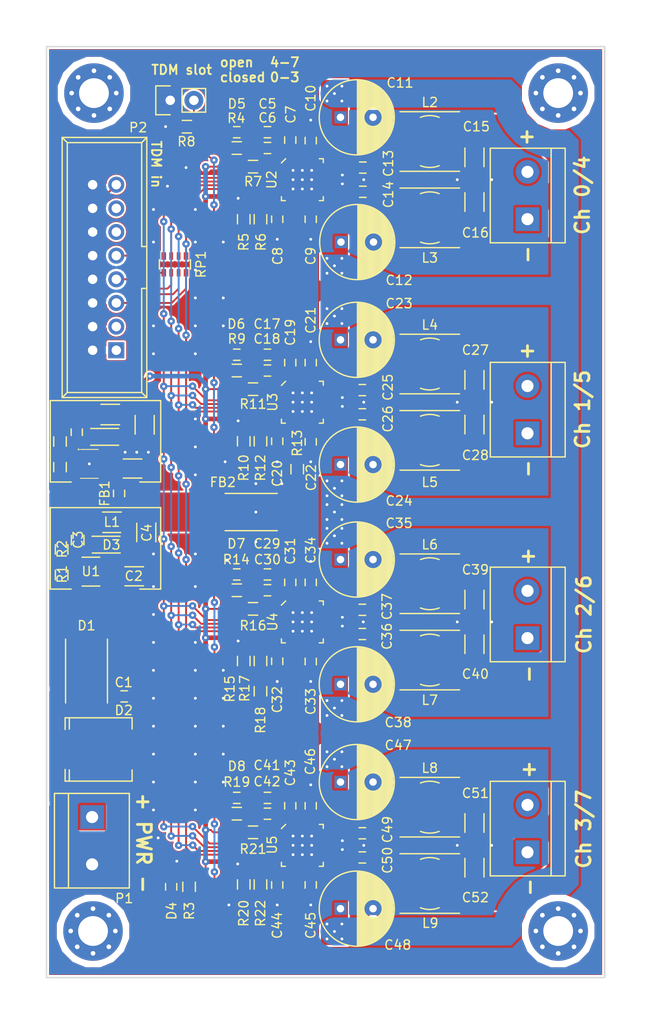
<source format=kicad_pcb>
(kicad_pcb (version 4) (host pcbnew 4.0.2-stable)
  (layers (0 F.Cu signal) (31 B.Cu signal) (34 B.Paste user) (35 F.Paste user) (36 B.SilkS user) (37 F.SilkS user) (38 B.Mask user) (39 F.Mask user) (44 Edge.Cuts user))
  (net 0 "")
  (net 1 GND)
  (net 2 "Net-(C2-Pad2)")
  (net 3 "Net-(C3-Pad1)")
  (net 4 "Net-(C3-Pad2)")
  (net 5 +3V3)
  (net 6 "Net-(C5-Pad1)")
  (net 7 "Net-(C5-Pad2)")
  (net 8 "Net-(C6-Pad1)")
  (net 9 "Net-(C7-Pad2)")
  (net 10 VCC)
  (net 11 "Net-(C13-Pad1)")
  (net 12 "Net-(C13-Pad2)")
  (net 13 "Net-(C14-Pad1)")
  (net 14 "Net-(C14-Pad2)")
  (net 15 "Net-(C15-Pad2)")
  (net 16 "Net-(C16-Pad2)")
  (net 17 VIN)
  (net 18 "Net-(D5-Pad1)")
  (net 19 "Net-(D5-Pad2)")
  (net 20 "Net-(P2-Pad1)")
  (net 21 "Net-(P2-Pad3)")
  (net 22 "Net-(P2-Pad5)")
  (net 23 "Net-(P2-Pad7)")
  (net 24 "Net-(P2-Pad9)")
  (net 25 "Net-(P2-Pad11)")
  (net 26 "Net-(P2-Pad13)")
  (net 27 "Net-(P2-Pad15)")
  (net 28 "Net-(R1-Pad2)")
  (net 29 "Net-(R5-Pad2)")
  (net 30 "Net-(R6-Pad2)")
  (net 31 SDATA)
  (net 32 LRCLK)
  (net 33 BCLK)
  (net 34 MCLK)
  (net 35 ADRESS)
  (net 36 "Net-(C1-Pad2)")
  (net 37 "Net-(C17-Pad1)")
  (net 38 "Net-(C17-Pad2)")
  (net 39 "Net-(C18-Pad1)")
  (net 40 "Net-(C19-Pad2)")
  (net 41 "Net-(C25-Pad1)")
  (net 42 "Net-(C25-Pad2)")
  (net 43 "Net-(C26-Pad1)")
  (net 44 "Net-(C26-Pad2)")
  (net 45 "Net-(C27-Pad2)")
  (net 46 "Net-(C28-Pad2)")
  (net 47 "Net-(D6-Pad1)")
  (net 48 "Net-(D6-Pad2)")
  (net 49 "Net-(R10-Pad2)")
  (net 50 "Net-(R12-Pad2)")
  (net 51 "Net-(R13-Pad2)")
  (net 52 "Net-(C29-Pad1)")
  (net 53 "Net-(C29-Pad2)")
  (net 54 "Net-(C30-Pad1)")
  (net 55 "Net-(C31-Pad2)")
  (net 56 "Net-(C37-Pad1)")
  (net 57 "Net-(C37-Pad2)")
  (net 58 "Net-(C38-Pad1)")
  (net 59 "Net-(C38-Pad2)")
  (net 60 "Net-(C39-Pad2)")
  (net 61 "Net-(C40-Pad2)")
  (net 62 "Net-(D7-Pad1)")
  (net 63 "Net-(D7-Pad2)")
  (net 64 "Net-(R15-Pad2)")
  (net 65 "Net-(R17-Pad2)")
  (net 66 "Net-(R18-Pad1)")
  (net 67 "Net-(C41-Pad1)")
  (net 68 "Net-(C41-Pad2)")
  (net 69 "Net-(C42-Pad1)")
  (net 70 "Net-(C43-Pad2)")
  (net 71 "Net-(C49-Pad1)")
  (net 72 "Net-(C49-Pad2)")
  (net 73 "Net-(C50-Pad1)")
  (net 74 "Net-(C50-Pad2)")
  (net 75 "Net-(C51-Pad2)")
  (net 76 "Net-(C52-Pad2)")
  (net 77 "Net-(D8-Pad1)")
  (net 78 "Net-(D8-Pad2)")
  (net 79 "Net-(R20-Pad2)")
  (net 80 "Net-(R22-Pad2)")
  (net 81 "Net-(D4-Pad2)")
  (module fdsp_drillhole:Via_0.3mm_0.8mm (layer F.Cu) (at 119.1 64.3)
    (fp_text reference " " hide)
    (fp_text value " " hide)
    (pad 1 thru_hole circle (at 0 0) (size 0.8 0.8) (drill 0.3) (layers *.Cu) (net 1 GND))
  )
  (module fdsp_drillhole:Via_0.3mm_0.8mm (layer F.Cu) (at 119.1 88.2)
    (fp_text reference " " hide)
    (fp_text value " " hide)
    (pad 1 thru_hole circle (at 0 0) (size 0.8 0.8) (drill 0.3) (layers *.Cu) (net 1 GND))
  )
  (module fdsp_drillhole:Via_0.3mm_0.8mm (layer F.Cu) (at 119.05 111.8)
    (fp_text reference " " hide)
    (fp_text value " " hide)
    (pad 1 thru_hole circle (at 0 0) (size 0.8 0.8) (drill 0.3) (layers *.Cu) (net 1 GND))
  )
  (module fdsp_drillhole:Via_0.3mm_0.8mm (layer F.Cu) (at 119.1 135.8)
    (fp_text reference " " hide)
    (fp_text value " " hide)
    (pad 1 thru_hole circle (at 0 0) (size 0.8 0.8) (drill 0.3) (layers *.Cu) (net 1 GND))
  )
  (module fdsp_drillhole:Via_0.3mm_0.8mm (layer F.Cu) (at 104.6 142.2)
    (fp_text reference " " hide)
    (fp_text value " " hide)
    (pad 1 thru_hole circle (at 0 0) (size 0.8 0.8) (drill 0.3) (layers *.Cu) (net 1 GND))
  )
  (module fdsp_drillhole:Via_0.3mm_0.8mm (layer F.Cu) (at 104.2 94.6)
    (fp_text reference " " hide)
    (fp_text value " " hide)
    (pad 1 thru_hole circle (at 0 0) (size 0.8 0.8) (drill 0.3) (layers *.Cu) (net 1 GND))
  )
  (module fdsp_drillhole:MountingHole_3.2mm_M3_Pad_Via (layer F.Cu) (at 140 145)
    (fp_text reference "" (at 0 -4.2) (layer F.SilkS))
    (fp_text value MountingHole_3.2mm_M3_Pad_Via)
    (pad 1 thru_hole circle (at 0 0) (size 6.4 6.4) (drill 3.2) (layers *.Cu *.Mask) (clearance 0.7))
    (pad "" thru_hole circle (at 2.4 0) (size 0.6 0.6) (drill 0.5) (layers *.Cu *.Mask))
    (pad "" thru_hole circle (at 1.697056 1.697056) (size 0.6 0.6) (drill 0.5) (layers *.Cu *.Mask))
    (pad "" thru_hole circle (at 0 2.4) (size 0.6 0.6) (drill 0.5) (layers *.Cu *.Mask))
    (pad "" thru_hole circle (at -1.697056 1.697056) (size 0.6 0.6) (drill 0.5) (layers *.Cu *.Mask))
    (pad "" thru_hole circle (at -2.4 0) (size 0.6 0.6) (drill 0.5) (layers *.Cu *.Mask))
    (pad "" thru_hole circle (at -1.697056 -1.697056) (size 0.6 0.6) (drill 0.5) (layers *.Cu *.Mask))
    (pad "" thru_hole circle (at 0 -2.4) (size 0.6 0.6) (drill 0.5) (layers *.Cu *.Mask))
    (pad "" thru_hole circle (at 1.697056 -1.697056) (size 0.6 0.6) (drill 0.5) (layers *.Cu *.Mask))
  )
  (module fdsp_drillhole:MountingHole_3.2mm_M3_Pad_Via (layer F.Cu) (at 90 145)
    (fp_text reference "" (at 0 -4.2) (layer F.SilkS))
    (fp_text value MountingHole_3.2mm_M3_Pad_Via)
    (pad 1 thru_hole circle (at 0 0) (size 6.4 6.4) (drill 3.2) (layers *.Cu *.Mask) (clearance 0.7))
    (pad "" thru_hole circle (at 2.4 0) (size 0.6 0.6) (drill 0.5) (layers *.Cu *.Mask))
    (pad "" thru_hole circle (at 1.697056 1.697056) (size 0.6 0.6) (drill 0.5) (layers *.Cu *.Mask))
    (pad "" thru_hole circle (at 0 2.4) (size 0.6 0.6) (drill 0.5) (layers *.Cu *.Mask))
    (pad "" thru_hole circle (at -1.697056 1.697056) (size 0.6 0.6) (drill 0.5) (layers *.Cu *.Mask))
    (pad "" thru_hole circle (at -2.4 0) (size 0.6 0.6) (drill 0.5) (layers *.Cu *.Mask))
    (pad "" thru_hole circle (at -1.697056 -1.697056) (size 0.6 0.6) (drill 0.5) (layers *.Cu *.Mask))
    (pad "" thru_hole circle (at 0 -2.4) (size 0.6 0.6) (drill 0.5) (layers *.Cu *.Mask))
    (pad "" thru_hole circle (at 1.697056 -1.697056) (size 0.6 0.6) (drill 0.5) (layers *.Cu *.Mask))
  )
  (module fdsp_drillhole:MountingHole_3.2mm_M3_Pad_Via (layer F.Cu) (at 140 55)
    (fp_text reference "" (at 0 -4.2) (layer F.SilkS))
    (fp_text value MountingHole_3.2mm_M3_Pad_Via)
    (pad 1 thru_hole circle (at 0 0) (size 6.4 6.4) (drill 3.2) (layers *.Cu *.Mask) (clearance 0.7))
    (pad "" thru_hole circle (at 2.4 0) (size 0.6 0.6) (drill 0.5) (layers *.Cu *.Mask))
    (pad "" thru_hole circle (at 1.697056 1.697056) (size 0.6 0.6) (drill 0.5) (layers *.Cu *.Mask))
    (pad "" thru_hole circle (at 0 2.4) (size 0.6 0.6) (drill 0.5) (layers *.Cu *.Mask))
    (pad "" thru_hole circle (at -1.697056 1.697056) (size 0.6 0.6) (drill 0.5) (layers *.Cu *.Mask))
    (pad "" thru_hole circle (at -2.4 0) (size 0.6 0.6) (drill 0.5) (layers *.Cu *.Mask))
    (pad "" thru_hole circle (at -1.697056 -1.697056) (size 0.6 0.6) (drill 0.5) (layers *.Cu *.Mask))
    (pad "" thru_hole circle (at 0 -2.4) (size 0.6 0.6) (drill 0.5) (layers *.Cu *.Mask))
    (pad "" thru_hole circle (at 1.697056 -1.697056) (size 0.6 0.6) (drill 0.5) (layers *.Cu *.Mask))
  )
  (module fdsp_drillhole:Via_0.3mm_0.8mm (layer F.Cu) (at 97.8 58.6)
    (fp_text reference " " hide)
    (fp_text value " " hide)
    (pad 1 thru_hole circle (at 0 0) (size 0.8 0.8) (drill 0.3) (layers *.Cu) (net 1 GND))
  )
  (module fdsp_drillhole:Via_0.3mm_0.8mm (layer F.Cu) (at 104.4 105.2)
    (fp_text reference " " hide)
    (fp_text value " " hide)
    (pad 1 thru_hole circle (at 0 0) (size 0.8 0.8) (drill 0.3) (layers *.Cu) (net 1 GND))
  )
  (module fdsp_drillhole:Via_0.3mm_0.8mm (layer F.Cu) (at 107.5 103.2)
    (fp_text reference " " hide)
    (fp_text value " " hide)
    (pad 1 thru_hole circle (at 0 0) (size 0.8 0.8) (drill 0.3) (layers *.Cu) (net 1 GND))
  )
  (module fdsp_drillhole:Via_0.3mm_0.8mm (layer F.Cu) (at 107.5 100)
    (fp_text reference " " hide)
    (fp_text value " " hide)
    (pad 1 thru_hole circle (at 0 0) (size 0.8 0.8) (drill 0.3) (layers *.Cu) (net 1 GND))
  )
  (module fdsp_drillhole:Via_0.3mm_0.8mm (layer F.Cu) (at 107.5 96.95)
    (fp_text reference " " hide)
    (fp_text value " " hide)
    (pad 1 thru_hole circle (at 0 0) (size 0.8 0.8) (drill 0.3) (layers *.Cu) (net 1 GND))
  )
  (module fdsp_drillhole:Via_0.3mm_0.8mm (layer F.Cu) (at 98 65)
    (fp_text reference " " hide)
    (fp_text value " " hide)
    (pad 1 thru_hole circle (at 0 0) (size 0.8 0.8) (drill 0.3) (layers *.Cu) (net 1 GND))
  )
  (module fdsp_drillhole:Via_0.3mm_0.8mm (layer F.Cu) (at 100 63)
    (fp_text reference " " hide)
    (fp_text value " " hide)
    (pad 1 thru_hole circle (at 0 0) (size 0.8 0.8) (drill 0.3) (layers *.Cu) (net 1 GND))
  )
  (module fdsp_drillhole:Via_0.3mm_0.8mm (layer F.Cu) (at 96.5 67.5)
    (fp_text reference " " hide)
    (fp_text value " " hide)
    (pad 1 thru_hole circle (at 0 0) (size 0.8 0.8) (drill 0.3) (layers *.Cu) (net 1 GND))
  )
  (module fdsp_drillhole:Via_0.3mm_0.8mm (layer F.Cu) (at 96.5 71)
    (fp_text reference " " hide)
    (fp_text value " " hide)
    (pad 1 thru_hole circle (at 0 0) (size 0.8 0.8) (drill 0.3) (layers *.Cu) (net 1 GND))
  )
  (module fdsp_drillhole:Via_0.3mm_0.8mm (layer F.Cu) (at 96.5 80)
    (fp_text reference " " hide)
    (fp_text value " " hide)
    (pad 1 thru_hole circle (at 0 0) (size 0.8 0.8) (drill 0.3) (layers *.Cu) (net 1 GND))
  )
  (module fdsp_drillhole:Via_0.3mm_0.8mm (layer F.Cu) (at 96.5 83)
    (fp_text reference " " hide)
    (fp_text value " " hide)
    (pad 1 thru_hole circle (at 0 0) (size 0.8 0.8) (drill 0.3) (layers *.Cu) (net 1 GND))
  )
  (module fdsp_drillhole:Via_0.3mm_0.8mm (layer F.Cu) (at 104 117)
    (fp_text reference " " hide)
    (fp_text value " " hide)
    (pad 1 thru_hole circle (at 0 0) (size 0.8 0.8) (drill 0.3) (layers *.Cu) (net 1 GND))
  )
  (module fdsp_drillhole:Via_0.3mm_0.8mm (layer F.Cu) (at 104 120)
    (fp_text reference " " hide)
    (fp_text value " " hide)
    (pad 1 thru_hole circle (at 0 0) (size 0.8 0.8) (drill 0.3) (layers *.Cu) (net 1 GND))
  )
  (module fdsp_drillhole:Via_0.3mm_0.8mm (layer F.Cu) (at 104 123)
    (fp_text reference " " hide)
    (fp_text value " " hide)
    (pad 1 thru_hole circle (at 0 0) (size 0.8 0.8) (drill 0.3) (layers *.Cu) (net 1 GND))
  )
  (module fdsp_drillhole:Via_0.3mm_0.8mm (layer F.Cu) (at 104 129)
    (fp_text reference " " hide)
    (fp_text value " " hide)
    (pad 1 thru_hole circle (at 0 0) (size 0.8 0.8) (drill 0.3) (layers *.Cu) (net 1 GND))
  )
  (module fdsp_drillhole:Via_0.3mm_0.8mm (layer F.Cu) (at 104 126)
    (fp_text reference " " hide)
    (fp_text value " " hide)
    (pad 1 thru_hole circle (at 0 0) (size 0.8 0.8) (drill 0.3) (layers *.Cu) (net 1 GND))
  )
  (module fdsp_drillhole:Via_0.3mm_0.8mm (layer F.Cu) (at 104 80)
    (fp_text reference " " hide)
    (fp_text value " " hide)
    (pad 1 thru_hole circle (at 0 0) (size 0.8 0.8) (drill 0.3) (layers *.Cu) (net 1 GND))
  )
  (module fdsp_drillhole:Via_0.3mm_0.8mm (layer F.Cu) (at 104 77)
    (fp_text reference " " hide)
    (fp_text value " " hide)
    (pad 1 thru_hole circle (at 0 0) (size 0.8 0.8) (drill 0.3) (layers *.Cu) (net 1 GND))
  )
  (module fdsp_drillhole:Via_0.3mm_0.8mm (layer F.Cu) (at 104 71)
    (fp_text reference " " hide)
    (fp_text value " " hide)
    (pad 1 thru_hole circle (at 0 0) (size 0.8 0.8) (drill 0.3) (layers *.Cu) (net 1 GND))
  )
  (module fdsp_drillhole:Via_0.3mm_0.8mm (layer F.Cu) (at 101 67.5)
    (fp_text reference " " hide)
    (fp_text value " " hide)
    (pad 1 thru_hole circle (at 0 0) (size 0.8 0.8) (drill 0.3) (layers *.Cu) (net 1 GND))
  )
  (module fdsp_drillhole:Via_0.3mm_0.8mm (layer F.Cu) (at 101 71)
    (fp_text reference " " hide)
    (fp_text value " " hide)
    (pad 1 thru_hole circle (at 0 0) (size 0.8 0.8) (drill 0.3) (layers *.Cu) (net 1 GND))
  )
  (module fdsp_drillhole:Via_0.3mm_0.8mm (layer F.Cu) (at 101 74)
    (fp_text reference " " hide)
    (fp_text value " " hide)
    (pad 1 thru_hole circle (at 0 0) (size 0.8 0.8) (drill 0.3) (layers *.Cu) (net 1 GND))
  )
  (module fdsp_drillhole:Via_0.3mm_0.8mm (layer F.Cu) (at 105.55 137.8)
    (fp_text reference " " hide)
    (fp_text value " " hide)
    (pad 1 thru_hole circle (at 0 0) (size 0.8 0.8) (drill 0.3) (layers *.Cu) (net 1 GND))
  )
  (module fdsp_drillhole:Via_0.3mm_0.8mm (layer F.Cu) (at 99 137.5)
    (fp_text reference " " hide)
    (fp_text value " " hide)
    (pad 1 thru_hole circle (at 0 0) (size 0.8 0.8) (drill 0.3) (layers *.Cu) (net 1 GND))
  )
  (module fdsp_drillhole:Via_0.3mm_0.8mm (layer F.Cu) (at 97 135)
    (fp_text reference " " hide)
    (fp_text value " " hide)
    (pad 1 thru_hole circle (at 0 0) (size 0.8 0.8) (drill 0.3) (layers *.Cu) (net 1 GND))
  )
  (module fdsp_drillhole:Via_0.3mm_0.8mm (layer F.Cu) (at 96.5 104.5)
    (fp_text reference " " hide)
    (fp_text value " " hide)
    (pad 1 thru_hole circle (at 0 0) (size 0.8 0.8) (drill 0.3) (layers *.Cu) (net 1 GND))
  )
  (module fdsp_drillhole:Via_0.3mm_0.8mm (layer F.Cu) (at 96.5 108)
    (fp_text reference " " hide)
    (fp_text value " " hide)
    (pad 1 thru_hole circle (at 0 0) (size 0.8 0.8) (drill 0.3) (layers *.Cu) (net 1 GND))
  )
  (module fdsp_drillhole:Via_0.3mm_0.8mm (layer F.Cu) (at 96.5 111)
    (fp_text reference " " hide)
    (fp_text value " " hide)
    (pad 1 thru_hole circle (at 0 0) (size 0.8 0.8) (drill 0.3) (layers *.Cu) (net 1 GND))
  )
  (module fdsp_drillhole:Via_0.3mm_0.8mm (layer F.Cu) (at 105.6 113.85)
    (fp_text reference " " hide)
    (fp_text value " " hide)
    (pad 1 thru_hole circle (at 0 0) (size 0.8 0.8) (drill 0.3) (layers *.Cu) (net 1 GND))
  )
  (module fdsp_drillhole:Via_0.3mm_0.8mm (layer F.Cu) (at 110.3 96.95)
    (fp_text reference " " hide)
    (fp_text value " " hide)
    (pad 1 thru_hole circle (at 0 0) (size 0.8 0.8) (drill 0.3) (layers *.Cu) (net 1 GND))
  )
  (module fdsp_drillhole:Via_0.3mm_0.8mm (layer F.Cu) (at 105.6 90.2)
    (fp_text reference " " hide)
    (fp_text value " " hide)
    (pad 1 thru_hole circle (at 0 0) (size 0.8 0.8) (drill 0.3) (layers *.Cu) (net 1 GND))
  )
  (module fdsp_drillhole:Via_0.3mm_0.8mm (layer F.Cu) (at 105.6 66.3)
    (fp_text reference " " hide)
    (fp_text value " " hide)
    (pad 1 thru_hole circle (at 0 0) (size 0.8 0.8) (drill 0.3) (layers *.Cu) (net 1 GND))
  )
  (module fdsp_drillhole:Via_0.3mm_0.8mm (layer F.Cu) (at 96.5 132)
    (fp_text reference " " hide)
    (fp_text value " " hide)
    (pad 1 thru_hole circle (at 0 0) (size 0.8 0.8) (drill 0.3) (layers *.Cu) (net 1 GND))
  )
  (module fdsp_drillhole:Via_0.3mm_0.8mm (layer F.Cu) (at 96.5 114)
    (fp_text reference " " hide)
    (fp_text value " " hide)
    (pad 1 thru_hole circle (at 0 0) (size 0.8 0.8) (drill 0.3) (layers *.Cu) (net 1 GND))
  )
  (module fdsp_drillhole:Via_0.3mm_0.8mm (layer F.Cu) (at 96.5 123)
    (fp_text reference " " hide)
    (fp_text value " " hide)
    (pad 1 thru_hole circle (at 0 0) (size 0.8 0.8) (drill 0.3) (layers *.Cu) (net 1 GND))
  )
  (module fdsp_drillhole:Via_0.3mm_0.8mm (layer F.Cu) (at 96.5 126)
    (fp_text reference " " hide)
    (fp_text value " " hide)
    (pad 1 thru_hole circle (at 0 0) (size 0.8 0.8) (drill 0.3) (layers *.Cu) (net 1 GND))
  )
  (module fdsp_drillhole:Via_0.3mm_0.8mm (layer F.Cu) (at 96.5 129)
    (fp_text reference " " hide)
    (fp_text value " " hide)
    (pad 1 thru_hole circle (at 0 0) (size 0.8 0.8) (drill 0.3) (layers *.Cu) (net 1 GND))
  )
  (module fdsp_drillhole:Via_0.3mm_0.8mm (layer F.Cu) (at 96.5 120)
    (fp_text reference " " hide)
    (fp_text value " " hide)
    (pad 1 thru_hole circle (at 0 0) (size 0.8 0.8) (drill 0.3) (layers *.Cu) (net 1 GND))
  )
  (module fdsp_drillhole:Via_0.3mm_0.8mm (layer F.Cu) (at 96.5 117)
    (fp_text reference " " hide)
    (fp_text value " " hide)
    (pad 1 thru_hole circle (at 0 0) (size 0.8 0.8) (drill 0.3) (layers *.Cu) (net 1 GND))
  )
  (module fdsp_drillhole:Via_0.3mm_0.8mm (layer F.Cu) (at 101 77)
    (fp_text reference " " hide)
    (fp_text value " " hide)
    (pad 1 thru_hole circle (at 0 0) (size 0.8 0.8) (drill 0.3) (layers *.Cu) (net 1 GND))
  )
  (module fdsp_drillhole:Via_0.3mm_0.8mm (layer F.Cu) (at 101 80)
    (fp_text reference " " hide)
    (fp_text value " " hide)
    (pad 1 thru_hole circle (at 0 0) (size 0.8 0.8) (drill 0.3) (layers *.Cu) (net 1 GND))
  )
  (module fdsp_drillhole:Via_0.3mm_0.8mm (layer F.Cu) (at 101 83)
    (fp_text reference " " hide)
    (fp_text value " " hide)
    (pad 1 thru_hole circle (at 0 0) (size 0.8 0.8) (drill 0.3) (layers *.Cu) (net 1 GND))
  )
  (module fdsp_drillhole:Via_0.3mm_0.8mm (layer F.Cu) (at 101 90)
    (fp_text reference " " hide)
    (fp_text value " " hide)
    (pad 1 thru_hole circle (at 0 0) (size 0.8 0.8) (drill 0.3) (layers *.Cu) (net 1 GND))
  )
  (module fdsp_drillhole:Via_0.3mm_0.8mm (layer F.Cu) (at 101 93)
    (fp_text reference " " hide)
    (fp_text value " " hide)
    (pad 1 thru_hole circle (at 0 0) (size 0.8 0.8) (drill 0.3) (layers *.Cu) (net 1 GND))
  )
  (module fdsp_drillhole:Via_0.3mm_0.8mm (layer F.Cu) (at 101 96)
    (fp_text reference " " hide)
    (fp_text value " " hide)
    (pad 1 thru_hole circle (at 0 0) (size 0.8 0.8) (drill 0.3) (layers *.Cu) (net 1 GND))
  )
  (module fdsp_drillhole:Via_0.3mm_0.8mm (layer F.Cu) (at 101 104.5)
    (fp_text reference " " hide)
    (fp_text value " " hide)
    (pad 1 thru_hole circle (at 0 0) (size 0.8 0.8) (drill 0.3) (layers *.Cu) (net 1 GND))
  )
  (module fdsp_drillhole:Via_0.3mm_0.8mm (layer F.Cu) (at 101 108)
    (fp_text reference " " hide)
    (fp_text value " " hide)
    (pad 1 thru_hole circle (at 0 0) (size 0.8 0.8) (drill 0.3) (layers *.Cu) (net 1 GND))
  )
  (module fdsp_drillhole:Via_0.3mm_0.8mm (layer F.Cu) (at 101 132)
    (fp_text reference " " hide)
    (fp_text value " " hide)
    (pad 1 thru_hole circle (at 0 0) (size 0.8 0.8) (drill 0.3) (layers *.Cu) (net 1 GND))
  )
  (module fdsp_drillhole:Via_0.3mm_0.8mm (layer F.Cu) (at 101 129)
    (fp_text reference " " hide)
    (fp_text value " " hide)
    (pad 1 thru_hole circle (at 0 0) (size 0.8 0.8) (drill 0.3) (layers *.Cu) (net 1 GND))
  )
  (module fdsp_drillhole:Via_0.3mm_0.8mm (layer F.Cu) (at 101 126)
    (fp_text reference " " hide)
    (fp_text value " " hide)
    (pad 1 thru_hole circle (at 0 0) (size 0.8 0.8) (drill 0.3) (layers *.Cu) (net 1 GND))
  )
  (module fdsp_drillhole:Via_0.3mm_0.8mm (layer F.Cu) (at 101 123)
    (fp_text reference " " hide)
    (fp_text value " " hide)
    (pad 1 thru_hole circle (at 0 0) (size 0.8 0.8) (drill 0.3) (layers *.Cu) (net 1 GND))
  )
  (module fdsp_drillhole:Via_0.3mm_0.8mm (layer F.Cu) (at 101 120)
    (fp_text reference " " hide)
    (fp_text value " " hide)
    (pad 1 thru_hole circle (at 0 0) (size 0.8 0.8) (drill 0.3) (layers *.Cu) (net 1 GND))
  )
  (module fdsp_drillhole:Via_0.3mm_0.8mm (layer F.Cu) (at 101 117)
    (fp_text reference " " hide)
    (fp_text value " " hide)
    (pad 1 thru_hole circle (at 0 0) (size 0.8 0.8) (drill 0.3) (layers *.Cu) (net 1 GND))
  )
  (module fdsp_drillhole:Via_0.3mm_0.8mm (layer F.Cu) (at 101 114)
    (fp_text reference " " hide)
    (fp_text value " " hide)
    (pad 1 thru_hole circle (at 0 0) (size 0.8 0.8) (drill 0.3) (layers *.Cu) (net 1 GND))
  )
  (module fdsp_drillhole:Via_0.3mm_0.8mm (layer F.Cu) (at 109.8 142.2)
    (fp_text reference " " hide)
    (fp_text value " " hide)
    (pad 1 thru_hole circle (at 0 0) (size 0.8 0.8) (drill 0.3) (layers *.Cu) (net 1 GND))
  )
  (module fdsp_drillhole:Via_0.3mm_0.8mm (layer F.Cu) (at 109.8 118.2)
    (fp_text reference " " hide)
    (fp_text value " " hide)
    (pad 1 thru_hole circle (at 0 0) (size 0.8 0.8) (drill 0.3) (layers *.Cu) (net 1 GND))
  )
  (module fdsp_drillhole:Via_0.3mm_0.8mm (layer F.Cu) (at 109.8 94.6)
    (fp_text reference " " hide)
    (fp_text value " " hide)
    (pad 1 thru_hole circle (at 0 0) (size 0.8 0.8) (drill 0.3) (layers *.Cu) (net 1 GND))
  )
  (module fdsp_drillhole:Via_0.3mm_0.8mm (layer F.Cu) (at 109.8 70.7)
    (fp_text reference " " hide)
    (fp_text value " " hide)
    (pad 1 thru_hole circle (at 0 0) (size 0.8 0.8) (drill 0.3) (layers *.Cu) (net 1 GND))
  )
  (module fdsp_drillhole:Via_0.3mm_0.8mm (layer F.Cu) (at 116.75 100.8)
    (fp_text reference " " hide)
    (fp_text value " " hide)
    (pad 1 thru_hole circle (at 0 0) (size 0.8 0.8) (drill 0.3) (layers *.Cu) (net 10 VCC))
  )
  (module fdsp_drillhole:Via_0.3mm_0.8mm (layer F.Cu) (at 115.15 99.2)
    (fp_text reference " " hide)
    (fp_text value " " hide)
    (pad 1 thru_hole circle (at 0 0) (size 0.8 0.8) (drill 0.3) (layers *.Cu) (net 10 VCC))
  )
  (module fdsp_drillhole:Via_0.3mm_0.8mm (layer F.Cu) (at 115.15 100.8)
    (fp_text reference " " hide)
    (fp_text value " " hide)
    (pad 1 thru_hole circle (at 0 0) (size 0.8 0.8) (drill 0.3) (layers *.Cu) (net 10 VCC))
  )
  (module fdsp_drillhole:Via_0.3mm_0.8mm (layer F.Cu) (at 116.75 99.2)
    (fp_text reference " " hide)
    (fp_text value " " hide)
    (pad 1 thru_hole circle (at 0 0) (size 0.8 0.8) (drill 0.3) (layers *.Cu) (net 10 VCC))
  )
  (module fdsp_drillhole:Via_0.3mm_0.8mm (layer F.Cu) (at 115.95 100)
    (fp_text reference " " hide)
    (fp_text value " " hide)
    (pad 1 thru_hole circle (at 0 0) (size 0.8 0.8) (drill 0.3) (layers *.Cu) (net 10 VCC))
  )
  (module fdsp_drillhole:Via_0.3mm_0.8mm (layer F.Cu) (at 113.5 134.8)
    (fp_text reference " " hide)
    (fp_text value " " hide)
    (pad 1 thru_hole circle (at 0 0) (size 0.8 0.8) (drill 0.3) (layers *.Cu) (net 1 GND))
  )
  (module fdsp_drillhole:Via_0.3mm_0.8mm (layer F.Cu) (at 111.5 135.8)
    (fp_text reference " " hide)
    (fp_text value " " hide)
    (pad 1 thru_hole circle (at 0 0) (size 0.8 0.8) (drill 0.3) (layers *.Cu) (net 1 GND))
  )
  (module fdsp_drillhole:Via_0.3mm_0.8mm (layer F.Cu) (at 111.5 134.8)
    (fp_text reference " " hide)
    (fp_text value " " hide)
    (pad 1 thru_hole circle (at 0 0) (size 0.8 0.8) (drill 0.3) (layers *.Cu) (net 1 GND))
  )
  (module fdsp_drillhole:Via_0.3mm_0.8mm (layer F.Cu) (at 112.5 134.8)
    (fp_text reference " " hide)
    (fp_text value " " hide)
    (pad 1 thru_hole circle (at 0 0) (size 0.8 0.8) (drill 0.3) (layers *.Cu) (net 1 GND))
  )
  (module fdsp_drillhole:Via_0.3mm_0.8mm (layer F.Cu) (at 115.15 127.35)
    (fp_text reference " " hide)
    (fp_text value " " hide)
    (pad 1 thru_hole circle (at 0 0) (size 0.8 0.8) (drill 0.3) (layers *.Cu) (net 10 VCC))
  )
  (module fdsp_drillhole:Via_0.3mm_0.8mm (layer F.Cu) (at 116.75 127.35)
    (fp_text reference " " hide)
    (fp_text value " " hide)
    (pad 1 thru_hole circle (at 0 0) (size 0.8 0.8) (drill 0.3) (layers *.Cu) (net 10 VCC))
  )
  (module fdsp_drillhole:Via_0.3mm_0.8mm (layer F.Cu) (at 116.75 125.75)
    (fp_text reference " " hide)
    (fp_text value " " hide)
    (pad 1 thru_hole circle (at 0 0) (size 0.8 0.8) (drill 0.3) (layers *.Cu) (net 10 VCC))
  )
  (module fdsp_drillhole:Via_0.3mm_0.8mm (layer F.Cu) (at 115.15 125.75)
    (fp_text reference " " hide)
    (fp_text value " " hide)
    (pad 1 thru_hole circle (at 0 0) (size 0.8 0.8) (drill 0.3) (layers *.Cu) (net 10 VCC))
  )
  (module fdsp_drillhole:Via_0.3mm_0.8mm (layer F.Cu) (at 115.95 126.55)
    (fp_text reference " " hide)
    (fp_text value " " hide)
    (pad 1 thru_hole circle (at 0 0) (size 0.8 0.8) (drill 0.3) (layers *.Cu) (net 10 VCC))
  )
  (module fdsp_drillhole:Via_0.3mm_0.8mm (layer F.Cu) (at 113.4 129.3)
    (fp_text reference " " hide)
    (fp_text value " " hide)
    (pad 1 thru_hole circle (at 0 0) (size 0.8 0.8) (drill 0.3) (layers *.Cu) (net 1 GND))
  )
  (module fdsp_drillhole:Via_0.3mm_0.8mm (layer F.Cu) (at 113.5 136.8)
    (fp_text reference " " hide)
    (fp_text value " " hide)
    (pad 1 thru_hole circle (at 0 0) (size 0.8 0.8) (drill 0.3) (layers *.Cu) (net 1 GND))
  )
  (module fdsp_drillhole:Via_0.3mm_0.8mm (layer F.Cu) (at 112.5 135.8)
    (fp_text reference " " hide)
    (fp_text value " " hide)
    (pad 1 thru_hole circle (at 0 0) (size 0.8 0.8) (drill 0.3) (layers *.Cu) (net 1 GND))
  )
  (module fdsp_drillhole:Via_0.3mm_0.8mm (layer F.Cu) (at 113.5 135.8)
    (fp_text reference " " hide)
    (fp_text value " " hide)
    (pad 1 thru_hole circle (at 0 0) (size 0.8 0.8) (drill 0.3) (layers *.Cu) (net 1 GND))
  )
  (module fdsp_drillhole:Via_0.3mm_0.8mm (layer F.Cu) (at 111.5 136.8)
    (fp_text reference " " hide)
    (fp_text value " " hide)
    (pad 1 thru_hole circle (at 0 0) (size 0.8 0.8) (drill 0.3) (layers *.Cu) (net 1 GND))
  )
  (module fdsp_drillhole:Via_0.3mm_0.8mm (layer F.Cu) (at 112.5 136.8)
    (fp_text reference " " hide)
    (fp_text value " " hide)
    (pad 1 thru_hole circle (at 0 0) (size 0.8 0.8) (drill 0.3) (layers *.Cu) (net 1 GND))
  )
  (module fdsp_drillhole:Via_0.3mm_0.8mm (layer F.Cu) (at 116.8 135.3)
    (fp_text reference " " hide)
    (fp_text value " " hide)
    (pad 1 thru_hole circle (at 0 0) (size 0.8 0.8) (drill 0.3) (layers *.Cu) (net 1 GND))
  )
  (module fdsp_drillhole:Via_0.3mm_0.8mm (layer F.Cu) (at 129.15 135.8)
    (fp_text reference " " hide)
    (fp_text value " " hide)
    (pad 1 thru_hole circle (at 0 0) (size 0.8 0.8) (drill 0.3) (layers *.Cu) (net 1 GND))
  )
  (module fdsp_drillhole:Via_0.3mm_0.8mm (layer F.Cu) (at 132.85 135.8)
    (fp_text reference " " hide)
    (fp_text value " " hide)
    (pad 1 thru_hole circle (at 0 0) (size 0.8 0.8) (drill 0.3) (layers *.Cu) (net 1 GND))
  )
  (module fdsp_drillhole:Via_0.3mm_0.8mm (layer F.Cu) (at 116.8 136.25)
    (fp_text reference " " hide)
    (fp_text value " " hide)
    (pad 1 thru_hole circle (at 0 0) (size 0.8 0.8) (drill 0.3) (layers *.Cu) (net 1 GND))
  )
  (module fdsp_drillhole:Via_0.3mm_0.8mm (layer F.Cu) (at 113.4 142.2)
    (fp_text reference " " hide)
    (fp_text value " " hide)
    (pad 1 thru_hole circle (at 0 0) (size 0.8 0.8) (drill 0.3) (layers *.Cu) (net 1 GND))
  )
  (module fdsp_drillhole:Via_0.3mm_0.8mm (layer F.Cu) (at 116.75 145.85)
    (fp_text reference " " hide)
    (fp_text value " " hide)
    (pad 1 thru_hole circle (at 0 0) (size 0.8 0.8) (drill 0.3) (layers *.Cu) (net 10 VCC))
  )
  (module fdsp_drillhole:Via_0.3mm_0.8mm (layer F.Cu) (at 115.15 144.25)
    (fp_text reference " " hide)
    (fp_text value " " hide)
    (pad 1 thru_hole circle (at 0 0) (size 0.8 0.8) (drill 0.3) (layers *.Cu) (net 10 VCC))
  )
  (module fdsp_drillhole:Via_0.3mm_0.8mm (layer F.Cu) (at 115.15 145.85)
    (fp_text reference " " hide)
    (fp_text value " " hide)
    (pad 1 thru_hole circle (at 0 0) (size 0.8 0.8) (drill 0.3) (layers *.Cu) (net 10 VCC))
  )
  (module fdsp_drillhole:Via_0.3mm_0.8mm (layer F.Cu) (at 115.95 145.05)
    (fp_text reference " " hide)
    (fp_text value " " hide)
    (pad 1 thru_hole circle (at 0 0) (size 0.8 0.8) (drill 0.3) (layers *.Cu) (net 10 VCC))
  )
  (module fdsp_drillhole:Via_0.3mm_0.8mm (layer F.Cu) (at 116.75 144.25)
    (fp_text reference " " hide)
    (fp_text value " " hide)
    (pad 1 thru_hole circle (at 0 0) (size 0.8 0.8) (drill 0.3) (layers *.Cu) (net 10 VCC))
  )
  (module fdsp_drillhole:Via_0.3mm_0.8mm (layer F.Cu) (at 132.85 111.8)
    (fp_text reference " " hide)
    (fp_text value " " hide)
    (pad 1 thru_hole circle (at 0 0) (size 0.8 0.8) (drill 0.3) (layers *.Cu) (net 1 GND))
  )
  (module fdsp_drillhole:Via_0.3mm_0.8mm (layer F.Cu) (at 129.15 111.8)
    (fp_text reference " " hide)
    (fp_text value " " hide)
    (pad 1 thru_hole circle (at 0 0) (size 0.8 0.8) (drill 0.3) (layers *.Cu) (net 1 GND))
  )
  (module fdsp_drillhole:Via_0.3mm_0.8mm (layer F.Cu) (at 116.8 112.25)
    (fp_text reference " " hide)
    (fp_text value " " hide)
    (pad 1 thru_hole circle (at 0 0) (size 0.8 0.8) (drill 0.3) (layers *.Cu) (net 1 GND))
  )
  (module fdsp_drillhole:Via_0.3mm_0.8mm (layer F.Cu) (at 116.8 111.3)
    (fp_text reference " " hide)
    (fp_text value " " hide)
    (pad 1 thru_hole circle (at 0 0) (size 0.8 0.8) (drill 0.3) (layers *.Cu) (net 1 GND))
  )
  (module fdsp_drillhole:Via_0.3mm_0.8mm (layer F.Cu) (at 113.4 118.2)
    (fp_text reference " " hide)
    (fp_text value " " hide)
    (pad 1 thru_hole circle (at 0 0) (size 0.8 0.8) (drill 0.3) (layers *.Cu) (net 1 GND))
  )
  (module fdsp_drillhole:Via_0.3mm_0.8mm (layer F.Cu) (at 112.5 112.8)
    (fp_text reference " " hide)
    (fp_text value " " hide)
    (pad 1 thru_hole circle (at 0 0) (size 0.8 0.8) (drill 0.3) (layers *.Cu) (net 1 GND))
  )
  (module fdsp_drillhole:Via_0.3mm_0.8mm (layer F.Cu) (at 112.5 111.8)
    (fp_text reference " " hide)
    (fp_text value " " hide)
    (pad 1 thru_hole circle (at 0 0) (size 0.8 0.8) (drill 0.3) (layers *.Cu) (net 1 GND))
  )
  (module fdsp_drillhole:Via_0.3mm_0.8mm (layer F.Cu) (at 111.5 112.8)
    (fp_text reference " " hide)
    (fp_text value " " hide)
    (pad 1 thru_hole circle (at 0 0) (size 0.8 0.8) (drill 0.3) (layers *.Cu) (net 1 GND))
  )
  (module fdsp_drillhole:Via_0.3mm_0.8mm (layer F.Cu) (at 111.5 111.8)
    (fp_text reference " " hide)
    (fp_text value " " hide)
    (pad 1 thru_hole circle (at 0 0) (size 0.8 0.8) (drill 0.3) (layers *.Cu) (net 1 GND))
  )
  (module fdsp_drillhole:Via_0.3mm_0.8mm (layer F.Cu) (at 113.5 111.8)
    (fp_text reference " " hide)
    (fp_text value " " hide)
    (pad 1 thru_hole circle (at 0 0) (size 0.8 0.8) (drill 0.3) (layers *.Cu) (net 1 GND))
  )
  (module fdsp_drillhole:Via_0.3mm_0.8mm (layer F.Cu) (at 112.5 110.8)
    (fp_text reference " " hide)
    (fp_text value " " hide)
    (pad 1 thru_hole circle (at 0 0) (size 0.8 0.8) (drill 0.3) (layers *.Cu) (net 1 GND))
  )
  (module fdsp_drillhole:Via_0.3mm_0.8mm (layer F.Cu) (at 111.5 110.8)
    (fp_text reference " " hide)
    (fp_text value " " hide)
    (pad 1 thru_hole circle (at 0 0) (size 0.8 0.8) (drill 0.3) (layers *.Cu) (net 1 GND))
  )
  (module fdsp_drillhole:Via_0.3mm_0.8mm (layer F.Cu) (at 113.5 112.8)
    (fp_text reference " " hide)
    (fp_text value " " hide)
    (pad 1 thru_hole circle (at 0 0) (size 0.8 0.8) (drill 0.3) (layers *.Cu) (net 1 GND))
  )
  (module fdsp_drillhole:Via_0.3mm_0.8mm (layer F.Cu) (at 115.95 102.55)
    (fp_text reference " " hide)
    (fp_text value " " hide)
    (pad 1 thru_hole circle (at 0 0) (size 0.8 0.8) (drill 0.3) (layers *.Cu) (net 10 VCC))
  )
  (module fdsp_drillhole:Via_0.3mm_0.8mm (layer F.Cu) (at 116.75 103.35)
    (fp_text reference " " hide)
    (fp_text value " " hide)
    (pad 1 thru_hole circle (at 0 0) (size 0.8 0.8) (drill 0.3) (layers *.Cu) (net 10 VCC))
  )
  (module fdsp_drillhole:Via_0.3mm_0.8mm (layer F.Cu) (at 115.15 101.75)
    (fp_text reference " " hide)
    (fp_text value " " hide)
    (pad 1 thru_hole circle (at 0 0) (size 0.8 0.8) (drill 0.3) (layers *.Cu) (net 10 VCC))
  )
  (module fdsp_drillhole:Via_0.3mm_0.8mm (layer F.Cu) (at 116.75 101.75)
    (fp_text reference " " hide)
    (fp_text value " " hide)
    (pad 1 thru_hole circle (at 0 0) (size 0.8 0.8) (drill 0.3) (layers *.Cu) (net 10 VCC))
  )
  (module fdsp_drillhole:Via_0.3mm_0.8mm (layer F.Cu) (at 115.95 121.05)
    (fp_text reference " " hide)
    (fp_text value " " hide)
    (pad 1 thru_hole circle (at 0 0) (size 0.8 0.8) (drill 0.3) (layers *.Cu) (net 10 VCC))
  )
  (module fdsp_drillhole:Via_0.3mm_0.8mm (layer F.Cu) (at 116.75 121.85)
    (fp_text reference " " hide)
    (fp_text value " " hide)
    (pad 1 thru_hole circle (at 0 0) (size 0.8 0.8) (drill 0.3) (layers *.Cu) (net 10 VCC))
  )
  (module fdsp_drillhole:Via_0.3mm_0.8mm (layer F.Cu) (at 115.15 121.85)
    (fp_text reference " " hide)
    (fp_text value " " hide)
    (pad 1 thru_hole circle (at 0 0) (size 0.8 0.8) (drill 0.3) (layers *.Cu) (net 10 VCC))
  )
  (module fdsp_drillhole:Via_0.3mm_0.8mm (layer F.Cu) (at 115.15 120.25)
    (fp_text reference " " hide)
    (fp_text value " " hide)
    (pad 1 thru_hole circle (at 0 0) (size 0.8 0.8) (drill 0.3) (layers *.Cu) (net 10 VCC))
  )
  (module fdsp_drillhole:Via_0.3mm_0.8mm (layer F.Cu) (at 116.75 120.25)
    (fp_text reference " " hide)
    (fp_text value " " hide)
    (pad 1 thru_hole circle (at 0 0) (size 0.8 0.8) (drill 0.3) (layers *.Cu) (net 10 VCC))
  )
  (module fdsp_drillhole:Via_0.3mm_0.8mm (layer F.Cu) (at 113.4 105.3)
    (fp_text reference " " hide)
    (fp_text value " " hide)
    (pad 1 thru_hole circle (at 0 0) (size 0.8 0.8) (drill 0.3) (layers *.Cu) (net 1 GND))
  )
  (module fdsp_drillhole:Via_0.3mm_0.8mm (layer F.Cu) (at 113.5 110.8)
    (fp_text reference " " hide)
    (fp_text value " " hide)
    (pad 1 thru_hole circle (at 0 0) (size 0.8 0.8) (drill 0.3) (layers *.Cu) (net 1 GND))
  )
  (module fdsp_drillhole:Via_0.3mm_0.8mm (layer F.Cu) (at 115.15 103.35)
    (fp_text reference " " hide)
    (fp_text value " " hide)
    (pad 1 thru_hole circle (at 0 0) (size 0.8 0.8) (drill 0.3) (layers *.Cu) (net 10 VCC))
  )
  (module fdsp_drillhole:Via_0.3mm_0.8mm (layer F.Cu) (at 113.4 94.6)
    (fp_text reference " " hide)
    (fp_text value " " hide)
    (pad 1 thru_hole circle (at 0 0) (size 0.8 0.8) (drill 0.3) (layers *.Cu) (net 1 GND))
  )
  (module fdsp_drillhole:Via_0.3mm_0.8mm (layer F.Cu) (at 113.4 81.7)
    (fp_text reference " " hide)
    (fp_text value " " hide)
    (pad 1 thru_hole circle (at 0 0) (size 0.8 0.8) (drill 0.3) (layers *.Cu) (net 1 GND))
  )
  (module fdsp_drillhole:Via_0.3mm_0.8mm (layer F.Cu) (at 113.4 57.9)
    (fp_text reference " " hide)
    (fp_text value " " hide)
    (pad 1 thru_hole circle (at 0 0) (size 0.8 0.8) (drill 0.3) (layers *.Cu) (net 1 GND))
  )
  (module fdsp_drillhole:Via_0.3mm_0.8mm (layer F.Cu) (at 113.4 70.7)
    (fp_text reference " " hide)
    (fp_text value " " hide)
    (pad 1 thru_hole circle (at 0 0) (size 0.8 0.8) (drill 0.3) (layers *.Cu) (net 1 GND))
  )
  (module fdsp_drillhole:Via_0.3mm_0.8mm (layer F.Cu) (at 132.85 88.2)
    (fp_text reference " " hide)
    (fp_text value " " hide)
    (pad 1 thru_hole circle (at 0 0) (size 0.8 0.8) (drill 0.3) (layers *.Cu) (net 1 GND))
  )
  (module fdsp_drillhole:Via_0.3mm_0.8mm (layer F.Cu) (at 115.95 78.95)
    (fp_text reference " " hide)
    (fp_text value " " hide)
    (pad 1 thru_hole circle (at 0 0) (size 0.8 0.8) (drill 0.3) (layers *.Cu) (net 10 VCC))
  )
  (module fdsp_drillhole:Via_0.3mm_0.8mm (layer F.Cu) (at 116.75 78.15)
    (fp_text reference " " hide)
    (fp_text value " " hide)
    (pad 1 thru_hole circle (at 0 0) (size 0.8 0.8) (drill 0.3) (layers *.Cu) (net 10 VCC))
  )
  (module fdsp_drillhole:Via_0.3mm_0.8mm (layer F.Cu) (at 115.15 78.15)
    (fp_text reference " " hide)
    (fp_text value " " hide)
    (pad 1 thru_hole circle (at 0 0) (size 0.8 0.8) (drill 0.3) (layers *.Cu) (net 10 VCC))
  )
  (module fdsp_drillhole:Via_0.3mm_0.8mm (layer F.Cu) (at 129.15 88.2)
    (fp_text reference " " hide)
    (fp_text value " " hide)
    (pad 1 thru_hole circle (at 0 0) (size 0.8 0.8) (drill 0.3) (layers *.Cu) (net 1 GND))
  )
  (module fdsp_drillhole:Via_0.3mm_0.8mm (layer F.Cu) (at 116.75 79.75)
    (fp_text reference " " hide)
    (fp_text value " " hide)
    (pad 1 thru_hole circle (at 0 0) (size 0.8 0.8) (drill 0.3) (layers *.Cu) (net 10 VCC))
  )
  (module fdsp_drillhole:Via_0.3mm_0.8mm (layer F.Cu) (at 116.8 87.7)
    (fp_text reference " " hide)
    (fp_text value " " hide)
    (pad 1 thru_hole circle (at 0 0) (size 0.8 0.8) (drill 0.3) (layers *.Cu) (net 1 GND))
  )
  (module fdsp_drillhole:Via_0.3mm_0.8mm (layer F.Cu) (at 116.8 88.65)
    (fp_text reference " " hide)
    (fp_text value " " hide)
    (pad 1 thru_hole circle (at 0 0) (size 0.8 0.8) (drill 0.3) (layers *.Cu) (net 1 GND))
  )
  (module fdsp_drillhole:Via_0.3mm_0.8mm (layer F.Cu) (at 115.15 79.75)
    (fp_text reference " " hide)
    (fp_text value " " hide)
    (pad 1 thru_hole circle (at 0 0) (size 0.8 0.8) (drill 0.3) (layers *.Cu) (net 10 VCC))
  )
  (module fdsp_drillhole:Via_0.3mm_0.8mm (layer F.Cu) (at 112.5 87.2)
    (fp_text reference " " hide)
    (fp_text value " " hide)
    (pad 1 thru_hole circle (at 0 0) (size 0.8 0.8) (drill 0.3) (layers *.Cu) (net 1 GND))
  )
  (module fdsp_drillhole:Via_0.3mm_0.8mm (layer F.Cu) (at 113.5 87.2)
    (fp_text reference " " hide)
    (fp_text value " " hide)
    (pad 1 thru_hole circle (at 0 0) (size 0.8 0.8) (drill 0.3) (layers *.Cu) (net 1 GND))
  )
  (module fdsp_drillhole:Via_0.3mm_0.8mm (layer F.Cu) (at 112.5 89.2)
    (fp_text reference " " hide)
    (fp_text value " " hide)
    (pad 1 thru_hole circle (at 0 0) (size 0.8 0.8) (drill 0.3) (layers *.Cu) (net 1 GND))
  )
  (module fdsp_drillhole:Via_0.3mm_0.8mm (layer F.Cu) (at 113.5 89.2)
    (fp_text reference " " hide)
    (fp_text value " " hide)
    (pad 1 thru_hole circle (at 0 0) (size 0.8 0.8) (drill 0.3) (layers *.Cu) (net 1 GND))
  )
  (module fdsp_drillhole:Via_0.3mm_0.8mm (layer F.Cu) (at 111.5 89.2)
    (fp_text reference " " hide)
    (fp_text value " " hide)
    (pad 1 thru_hole circle (at 0 0) (size 0.8 0.8) (drill 0.3) (layers *.Cu) (net 1 GND))
  )
  (module fdsp_drillhole:Via_0.3mm_0.8mm (layer F.Cu) (at 115.95 97.45)
    (fp_text reference " " hide)
    (fp_text value " " hide)
    (pad 1 thru_hole circle (at 0 0) (size 0.8 0.8) (drill 0.3) (layers *.Cu) (net 10 VCC))
  )
  (module fdsp_drillhole:Via_0.3mm_0.8mm (layer F.Cu) (at 116.75 96.65)
    (fp_text reference " " hide)
    (fp_text value " " hide)
    (pad 1 thru_hole circle (at 0 0) (size 0.8 0.8) (drill 0.3) (layers *.Cu) (net 10 VCC))
  )
  (module fdsp_drillhole:Via_0.3mm_0.8mm (layer F.Cu) (at 115.15 98.25)
    (fp_text reference " " hide)
    (fp_text value " " hide)
    (pad 1 thru_hole circle (at 0 0) (size 0.8 0.8) (drill 0.3) (layers *.Cu) (net 10 VCC))
  )
  (module fdsp_drillhole:Via_0.3mm_0.8mm (layer F.Cu) (at 115.15 96.65)
    (fp_text reference " " hide)
    (fp_text value " " hide)
    (pad 1 thru_hole circle (at 0 0) (size 0.8 0.8) (drill 0.3) (layers *.Cu) (net 10 VCC))
  )
  (module fdsp_drillhole:Via_0.3mm_0.8mm (layer F.Cu) (at 116.75 98.25)
    (fp_text reference " " hide)
    (fp_text value " " hide)
    (pad 1 thru_hole circle (at 0 0) (size 0.8 0.8) (drill 0.3) (layers *.Cu) (net 10 VCC))
  )
  (module fdsp_drillhole:Via_0.3mm_0.8mm (layer F.Cu) (at 111.5 87.2)
    (fp_text reference " " hide)
    (fp_text value " " hide)
    (pad 1 thru_hole circle (at 0 0) (size 0.8 0.8) (drill 0.3) (layers *.Cu) (net 1 GND))
  )
  (module fdsp_drillhole:Via_0.3mm_0.8mm (layer F.Cu) (at 111.5 88.2)
    (fp_text reference " " hide)
    (fp_text value " " hide)
    (pad 1 thru_hole circle (at 0 0) (size 0.8 0.8) (drill 0.3) (layers *.Cu) (net 1 GND))
  )
  (module fdsp_drillhole:Via_0.3mm_0.8mm (layer F.Cu) (at 112.5 88.2)
    (fp_text reference " " hide)
    (fp_text value " " hide)
    (pad 1 thru_hole circle (at 0 0) (size 0.8 0.8) (drill 0.3) (layers *.Cu) (net 1 GND))
  )
  (module fdsp_drillhole:Via_0.3mm_0.8mm (layer F.Cu) (at 113.5 88.2)
    (fp_text reference " " hide)
    (fp_text value " " hide)
    (pad 1 thru_hole circle (at 0 0) (size 0.8 0.8) (drill 0.3) (layers *.Cu) (net 1 GND))
  )
  (module fdsp_drillhole:Via_0.3mm_0.8mm (layer F.Cu) (at 115.95 73.55)
    (fp_text reference " " hide)
    (fp_text value " " hide)
    (pad 1 thru_hole circle (at 0 0) (size 0.8 0.8) (drill 0.3) (layers *.Cu) (net 10 VCC))
  )
  (module fdsp_drillhole:Via_0.3mm_0.8mm (layer F.Cu) (at 115.15 72.75)
    (fp_text reference " " hide)
    (fp_text value " " hide)
    (pad 1 thru_hole circle (at 0 0) (size 0.8 0.8) (drill 0.3) (layers *.Cu) (net 10 VCC))
  )
  (module fdsp_drillhole:Via_0.3mm_0.8mm (layer F.Cu) (at 116.75 74.35)
    (fp_text reference " " hide)
    (fp_text value " " hide)
    (pad 1 thru_hole circle (at 0 0) (size 0.8 0.8) (drill 0.3) (layers *.Cu) (net 10 VCC))
  )
  (module fdsp_drillhole:Via_0.3mm_0.8mm (layer F.Cu) (at 115.15 74.35)
    (fp_text reference " " hide)
    (fp_text value " " hide)
    (pad 1 thru_hole circle (at 0 0) (size 0.8 0.8) (drill 0.3) (layers *.Cu) (net 10 VCC))
  )
  (module fdsp_drillhole:Via_0.3mm_0.8mm (layer F.Cu) (at 116.75 72.75)
    (fp_text reference " " hide)
    (fp_text value " " hide)
    (pad 1 thru_hole circle (at 0 0) (size 0.8 0.8) (drill 0.3) (layers *.Cu) (net 10 VCC))
  )
  (module fdsp_drillhole:MountingHole_3.2mm_M3_Pad_Via (layer F.Cu) (at 90.1 55)
    (fp_text reference "" (at 0 -4.2) (layer F.SilkS))
    (fp_text value MountingHole_3.2mm_M3_Pad_Via)
    (pad 1 thru_hole circle (at 0 0) (size 6.4 6.4) (drill 3.2) (layers *.Cu *.Mask) (clearance 0.7))
    (pad "" thru_hole circle (at 2.4 0) (size 0.6 0.6) (drill 0.5) (layers *.Cu *.Mask))
    (pad "" thru_hole circle (at 1.697056 1.697056) (size 0.6 0.6) (drill 0.5) (layers *.Cu *.Mask))
    (pad "" thru_hole circle (at 0 2.4) (size 0.6 0.6) (drill 0.5) (layers *.Cu *.Mask))
    (pad "" thru_hole circle (at -1.697056 1.697056) (size 0.6 0.6) (drill 0.5) (layers *.Cu *.Mask))
    (pad "" thru_hole circle (at -2.4 0) (size 0.6 0.6) (drill 0.5) (layers *.Cu *.Mask))
    (pad "" thru_hole circle (at -1.697056 -1.697056) (size 0.6 0.6) (drill 0.5) (layers *.Cu *.Mask))
    (pad "" thru_hole circle (at 0 -2.4) (size 0.6 0.6) (drill 0.5) (layers *.Cu *.Mask))
    (pad "" thru_hole circle (at 1.697056 -1.697056) (size 0.6 0.6) (drill 0.5) (layers *.Cu *.Mask))
  )
  (module fdsp_drillhole:Via_0.3mm_0.8mm (layer F.Cu) (at 129.15 64.3)
    (fp_text reference " " hide)
    (fp_text value " " hide)
    (pad 1 thru_hole circle (at 0 0) (size 0.8 0.8) (drill 0.3) (layers *.Cu) (net 1 GND))
  )
  (module fdsp_drillhole:Via_0.3mm_0.8mm (layer F.Cu) (at 132.85 64.3)
    (fp_text reference " " hide)
    (fp_text value " " hide)
    (pad 1 thru_hole circle (at 0 0) (size 0.8 0.8) (drill 0.3) (layers *.Cu) (net 1 GND))
  )
  (module fdsp_drillhole:Via_0.3mm_0.8mm (layer F.Cu) (at 115.95 55.05)
    (fp_text reference " " hide)
    (fp_text value " " hide)
    (pad 1 thru_hole circle (at 0 0) (size 0.8 0.8) (drill 0.3) (layers *.Cu) (net 10 VCC))
  )
  (module fdsp_drillhole:Via_0.3mm_0.8mm (layer F.Cu) (at 116.75 55.85)
    (fp_text reference " " hide)
    (fp_text value " " hide)
    (pad 1 thru_hole circle (at 0 0) (size 0.8 0.8) (drill 0.3) (layers *.Cu) (net 10 VCC))
  )
  (module fdsp_drillhole:Via_0.3mm_0.8mm (layer F.Cu) (at 115.15 55.85)
    (fp_text reference " " hide)
    (fp_text value " " hide)
    (pad 1 thru_hole circle (at 0 0) (size 0.8 0.8) (drill 0.3) (layers *.Cu) (net 10 VCC))
  )
  (module fdsp_drillhole:Via_0.3mm_0.8mm (layer F.Cu) (at 116.75 54.25)
    (fp_text reference " " hide)
    (fp_text value " " hide)
    (pad 1 thru_hole circle (at 0 0) (size 0.8 0.8) (drill 0.3) (layers *.Cu) (net 10 VCC))
  )
  (module fdsp_drillhole:Via_0.3mm_0.8mm (layer F.Cu) (at 115.15 54.25)
    (fp_text reference " " hide)
    (fp_text value " " hide)
    (pad 1 thru_hole circle (at 0 0) (size 0.8 0.8) (drill 0.3) (layers *.Cu) (net 10 VCC))
  )
  (module fdsp_drillhole:Via_0.3mm_0.8mm (layer F.Cu) (at 89.6 94.825)
    (fp_text reference " " hide)
    (fp_text value " " hide)
    (pad 1 thru_hole circle (at 0 0) (size 0.8 0.8) (drill 0.3) (layers *.Cu) (net 1 GND))
  )
  (module fdsp_drillhole:Via_0.3mm_0.8mm (layer F.Cu) (at 93.45 93.575)
    (fp_text reference " " hide)
    (fp_text value " " hide)
    (pad 1 thru_hole circle (at 0 0) (size 0.8 0.8) (drill 0.3) (layers *.Cu) (net 1 GND))
  )
  (module fdsp_drillhole:Via_0.3mm_0.8mm (layer F.Cu) (at 94.7 93.575)
    (fp_text reference " " hide)
    (fp_text value " " hide)
    (pad 1 thru_hole circle (at 0 0) (size 0.8 0.8) (drill 0.3) (layers *.Cu) (net 1 GND))
  )
  (module fdsp_drillhole:Via_0.3mm_0.8mm (layer F.Cu) (at 95.95 93.575)
    (fp_text reference " " hide)
    (fp_text value " " hide)
    (pad 1 thru_hole circle (at 0 0) (size 0.8 0.8) (drill 0.3) (layers *.Cu) (net 1 GND))
  )
  (module fdsp_capacitor:C_Radial_D8_L11.5_P3.5 (layer F.Cu) (at 116.65 71)
    (fp_text reference C12 (at 6.25 4.1) (layer F.SilkS))
    (fp_text value 100u/35V)
    (pad 2 thru_hole circle (at 3.5 0) (size 1.3 1.3) (drill 0.8) (layers *.Cu *.Mask) (net 1 GND))
    (pad 1 thru_hole rect (at 0 0) (size 1.3 1.3) (drill 0.8) (layers *.Cu *.Mask) (net 10 VCC))
  )
  (module fdsp_drillhole:Via_0.3mm_0.8mm (layer F.Cu) (at 116.8 64.75)
    (fp_text reference " " hide)
    (fp_text value " " hide)
    (pad 1 thru_hole circle (at 0 0) (size 0.8 0.8) (drill 0.3) (layers *.Cu) (net 1 GND))
  )
  (module fdsp_drillhole:Via_0.3mm_0.8mm (layer F.Cu) (at 116.8 63.8)
    (fp_text reference " " hide)
    (fp_text value " " hide)
    (pad 1 thru_hole circle (at 0 0) (size 0.8 0.8) (drill 0.3) (layers *.Cu) (net 1 GND))
  )
  (module fdsp_drillhole:Via_0.3mm_0.8mm (layer F.Cu) (at 113.5 64.3)
    (fp_text reference " " hide)
    (fp_text value " " hide)
    (pad 1 thru_hole circle (at 0 0) (size 0.8 0.8) (drill 0.3) (layers *.Cu) (net 1 GND))
  )
  (module fdsp_drillhole:Via_0.3mm_0.8mm (layer F.Cu) (at 113.5 63.3)
    (fp_text reference " " hide)
    (fp_text value " " hide)
    (pad 1 thru_hole circle (at 0 0) (size 0.8 0.8) (drill 0.3) (layers *.Cu) (net 1 GND))
  )
  (module fdsp_drillhole:Via_0.3mm_0.8mm (layer F.Cu) (at 113.5 65.3)
    (fp_text reference " " hide)
    (fp_text value " " hide)
    (pad 1 thru_hole circle (at 0 0) (size 0.8 0.8) (drill 0.3) (layers *.Cu) (net 1 GND))
  )
  (module fdsp_drillhole:Via_0.3mm_0.8mm (layer F.Cu) (at 112.5 64.3)
    (fp_text reference " " hide)
    (fp_text value " " hide)
    (pad 1 thru_hole circle (at 0 0) (size 0.8 0.8) (drill 0.3) (layers *.Cu) (net 1 GND))
  )
  (module fdsp_drillhole:Via_0.3mm_0.8mm (layer F.Cu) (at 112.5 63.3)
    (fp_text reference " " hide)
    (fp_text value " " hide)
    (pad 1 thru_hole circle (at 0 0) (size 0.8 0.8) (drill 0.3) (layers *.Cu) (net 1 GND))
  )
  (module fdsp_drillhole:Via_0.3mm_0.8mm (layer F.Cu) (at 112.5 65.3)
    (fp_text reference " " hide)
    (fp_text value " " hide)
    (pad 1 thru_hole circle (at 0 0) (size 0.8 0.8) (drill 0.3) (layers *.Cu) (net 1 GND))
  )
  (module fdsp_drillhole:Via_0.3mm_0.8mm (layer F.Cu) (at 111.5 65.3)
    (fp_text reference " " hide)
    (fp_text value " " hide)
    (pad 1 thru_hole circle (at 0 0) (size 0.8 0.8) (drill 0.3) (layers *.Cu) (net 1 GND))
  )
  (module fdsp_drillhole:Via_0.3mm_0.8mm (layer F.Cu) (at 111.5 64.3)
    (fp_text reference " " hide)
    (fp_text value " " hide)
    (pad 1 thru_hole circle (at 0 0) (size 0.8 0.8) (drill 0.3) (layers *.Cu) (net 1 GND))
  )
  (module fdsp_capacitor:C_0603 (layer F.Cu) (at 93.35 119.8 180)
    (fp_text reference C1 (at 0.05 1.5 180) (layer F.SilkS))
    (fp_text value 100n/50V)
    (pad 1 smd rect (at -0.75 0 180) (size 0.8 0.75) (layers F.Cu F.Paste F.Mask) (net 1 GND))
    (pad 2 smd rect (at 0.75 0 180) (size 0.8 0.75) (layers F.Cu F.Paste F.Mask) (net 36 "Net-(C1-Pad2)"))
  )
  (module fdsp_capacitor:C_1206 (layer F.Cu) (at 94.25 95.325 180)
    (fp_text reference C2 (at -0.125 -11.55 180) (layer F.SilkS))
    (fp_text value 10u/35V)
    (pad 1 smd rect (at -1.5 0 180) (size 1 1.6) (layers F.Cu F.Paste F.Mask) (net 1 GND))
    (pad 2 smd rect (at 1.5 0 180) (size 1 1.6) (layers F.Cu F.Paste F.Mask) (net 2 "Net-(C2-Pad2)"))
  )
  (module fdsp_capacitor:C_0603 (layer F.Cu) (at 88.25 91.425 90)
    (fp_text reference C3 (at -11.55 0.15 90) (layer F.SilkS))
    (fp_text value 100n/50V)
    (pad 1 smd rect (at -0.75 0 90) (size 0.8 0.75) (layers F.Cu F.Paste F.Mask) (net 3 "Net-(C3-Pad1)"))
    (pad 2 smd rect (at 0.75 0 90) (size 0.8 0.75) (layers F.Cu F.Paste F.Mask) (net 4 "Net-(C3-Pad2)"))
  )
  (module fdsp_capacitor:C_1206 (layer F.Cu) (at 95.55 90.625 90)
    (fp_text reference C4 (at -11.6 0.225 90) (layer F.SilkS))
    (fp_text value 22u/10V)
    (pad 1 smd rect (at -1.5 0 90) (size 1 1.6) (layers F.Cu F.Paste F.Mask) (net 1 GND))
    (pad 2 smd rect (at 1.5 0 90) (size 1 1.6) (layers F.Cu F.Paste F.Mask) (net 5 +3V3))
  )
  (module fdsp_capacitor:C_0603 (layer F.Cu) (at 108.75 59.2 180)
    (fp_text reference C5 (at 0 3.05 180) (layer F.SilkS))
    (fp_text value 1u/16V)
    (pad 1 smd rect (at -0.75 0 180) (size 0.8 0.75) (layers F.Cu F.Paste F.Mask) (net 6 "Net-(C5-Pad1)"))
    (pad 2 smd rect (at 0.75 0 180) (size 0.8 0.75) (layers F.Cu F.Paste F.Mask) (net 7 "Net-(C5-Pad2)"))
  )
  (module fdsp_capacitor:C_0603 (layer F.Cu) (at 108.75 60.9 180)
    (fp_text reference C6 (at 0 3.25 180) (layer F.SilkS))
    (fp_text value 1u/16V)
    (pad 1 smd rect (at -0.75 0 180) (size 0.8 0.75) (layers F.Cu F.Paste F.Mask) (net 8 "Net-(C6-Pad1)"))
    (pad 2 smd rect (at 0.75 0 180) (size 0.8 0.75) (layers F.Cu F.Paste F.Mask) (net 7 "Net-(C5-Pad2)"))
  )
  (module fdsp_capacitor:C_0603 (layer F.Cu) (at 111.2 60.05 270)
    (fp_text reference C7 (at -2.75 -0.05 270) (layer F.SilkS))
    (fp_text value 1u/16V)
    (pad 1 smd rect (at -0.75 0 270) (size 0.8 0.75) (layers F.Cu F.Paste F.Mask) (net 1 GND))
    (pad 2 smd rect (at 0.75 0 270) (size 0.8 0.75) (layers F.Cu F.Paste F.Mask) (net 9 "Net-(C7-Pad2)"))
  )
  (module fdsp_capacitor:C_0603 (layer F.Cu) (at 109.8 68.55 90)
    (fp_text reference C8 (at -3.95 0.05 90) (layer F.SilkS))
    (fp_text value 1u/16V)
    (pad 1 smd rect (at -0.75 0 90) (size 0.8 0.75) (layers F.Cu F.Paste F.Mask) (net 1 GND))
    (pad 2 smd rect (at 0.75 0 90) (size 0.8 0.75) (layers F.Cu F.Paste F.Mask) (net 5 +3V3))
  )
  (module fdsp_capacitor:C_0603 (layer F.Cu) (at 113.4 68.55 270)
    (fp_text reference C9 (at 3.95 0 270) (layer F.SilkS))
    (fp_text value 100n/50V)
    (pad 1 smd rect (at -0.75 0 270) (size 0.8 0.75) (layers F.Cu F.Paste F.Mask) (net 10 VCC))
    (pad 2 smd rect (at 0.75 0 270) (size 0.8 0.75) (layers F.Cu F.Paste F.Mask) (net 1 GND))
  )
  (module fdsp_capacitor:C_0603 (layer F.Cu) (at 113.4 60.1 90)
    (fp_text reference C10 (at 4.55 0 90) (layer F.SilkS))
    (fp_text value 100n/50V)
    (pad 1 smd rect (at -0.75 0 90) (size 0.8 0.75) (layers F.Cu F.Paste F.Mask) (net 10 VCC))
    (pad 2 smd rect (at 0.75 0 90) (size 0.8 0.75) (layers F.Cu F.Paste F.Mask) (net 1 GND))
  )
  (module fdsp_capacitor:C_Radial_D8_L11.5_P3.5 (layer F.Cu) (at 116.6 57.6)
    (fp_text reference C11 (at 6.4 -3.7) (layer F.SilkS))
    (fp_text value 100u/35V)
    (pad 2 thru_hole circle (at 3.5 0) (size 1.3 1.3) (drill 0.8) (layers *.Cu *.Mask) (net 1 GND))
    (pad 1 thru_hole rect (at 0 0) (size 1.3 1.3) (drill 0.8) (layers *.Cu *.Mask) (net 10 VCC))
  )
  (module fdsp_capacitor:C_0603 (layer F.Cu) (at 119 63)
    (fp_text reference C13 (at 2.75 -0.45 90) (layer F.SilkS))
    (fp_text value 220n/25V)
    (pad 1 smd rect (at -0.75 0) (size 0.8 0.75) (layers F.Cu F.Paste F.Mask) (net 11 "Net-(C13-Pad1)"))
    (pad 2 smd rect (at 0.75 0) (size 0.8 0.75) (layers F.Cu F.Paste F.Mask) (net 12 "Net-(C13-Pad2)"))
  )
  (module fdsp_capacitor:C_0603 (layer F.Cu) (at 119 65.6 180)
    (fp_text reference C14 (at -2.75 -0.3 270) (layer F.SilkS))
    (fp_text value 220n/25V)
    (pad 1 smd rect (at -0.75 0 180) (size 0.8 0.75) (layers F.Cu F.Paste F.Mask) (net 13 "Net-(C14-Pad1)"))
    (pad 2 smd rect (at 0.75 0 180) (size 0.8 0.75) (layers F.Cu F.Paste F.Mask) (net 14 "Net-(C14-Pad2)"))
  )
  (module fdsp_diode:PowerDI5 (layer F.Cu) (at 89.3 116 180)
    (fp_text reference D1 (at 0 3.8 360) (layer F.SilkS))
    (fp_text value SBR10E45P5)
    (pad 1 smd rect (at 0 0 180) (size 3.36 4.86) (layers F.Cu F.Paste F.Mask) (net 17 VIN))
    (pad 2 smd rect (at 0.92 -3.982 180) (size 1.39 1.4) (layers F.Cu F.Paste F.Mask) (net 36 "Net-(C1-Pad2)"))
    (pad 2 smd rect (at -0.92 -3.982 180) (size 1.39 1.4) (layers F.Cu F.Paste F.Mask) (net 36 "Net-(C1-Pad2)"))
  )
  (module fdsp_diode:SMC (layer F.Cu) (at 90.6 125.5)
    (fp_text reference D2 (at 2.7 -4.2) (layer F.SilkS))
    (fp_text value 5.0SMDJ28CA)
    (pad 1 smd rect (at -3.40106 0 90) (size 3.29946 2.49936) (layers F.Cu F.Paste F.Mask) (net 36 "Net-(C1-Pad2)"))
    (pad 2 smd rect (at 3.40106 0 90) (size 3.29946 2.49936) (layers F.Cu F.Paste F.Mask) (net 1 GND))
  )
  (module fdsp_diode:SOD-123W (layer F.Cu) (at 91.75 91.925)
    (fp_text reference D3 (at 0.225 11.6) (layer F.SilkS))
    (fp_text value PMEG6010ER)
    (pad 1 smd rect (at -1.4 0) (size 1.1 1.1) (layers F.Cu F.Paste F.Mask) (net 4 "Net-(C3-Pad2)"))
    (pad 2 smd rect (at 1.4 0) (size 1.1 1.1) (layers F.Cu F.Paste F.Mask) (net 1 GND))
  )
  (module fdsp_capacitor:C_0603 (layer F.Cu) (at 98.4 140.25 270)
    (fp_text reference D4 (at 2.6 -0.05 270) (layer F.SilkS))
    (fp_text value LED)
    (pad 1 smd rect (at -0.75 0 270) (size 0.8 0.75) (layers F.Cu F.Paste F.Mask) (net 1 GND))
    (pad 2 smd rect (at 0.75 0 270) (size 0.8 0.75) (layers F.Cu F.Paste F.Mask) (net 81 "Net-(D4-Pad2)"))
  )
  (module fdsp_capacitor:C_0603 (layer F.Cu) (at 105.45 59.2)
    (fp_text reference D5 (at 0 -3.05) (layer F.SilkS))
    (fp_text value LED)
    (pad 1 smd rect (at -0.75 0) (size 0.8 0.75) (layers F.Cu F.Paste F.Mask) (net 18 "Net-(D5-Pad1)"))
    (pad 2 smd rect (at 0.75 0) (size 0.8 0.75) (layers F.Cu F.Paste F.Mask) (net 19 "Net-(D5-Pad2)"))
  )
  (module fdsp_capacitor:C_0603 (layer F.Cu) (at 92.8 98 90)
    (fp_text reference FB1 (at 0 -1.55 270) (layer F.SilkS))
    (fp_text value 470)
    (pad 1 smd rect (at -0.75 0 90) (size 0.8 0.75) (layers F.Cu F.Paste F.Mask) (net 17 VIN))
    (pad 2 smd rect (at 0.75 0 90) (size 0.8 0.75) (layers F.Cu F.Paste F.Mask) (net 2 "Net-(C2-Pad2)"))
  )
  (module fdsp_capacitor:C_3312 (layer F.Cu) (at 107 100)
    (fp_text reference FB2 (at -3.05 -3.2) (layer F.SilkS))
    (fp_text value 115)
    (pad 2 smd rect (at 4.89 0) (size 3.3 4.06) (layers F.Cu F.Paste F.Mask) (net 10 VCC))
    (pad 1 smd rect (at -4.89 0) (size 3.3 4.06) (layers F.Cu F.Paste F.Mask) (net 17 VIN))
  )
  (module fdsp_inductor:L_1207 (layer F.Cu) (at 91.85 89.525)
    (fp_text reference L1 (at 0.175 11.55) (layer F.SilkS))
    (fp_text value 47u)
    (pad 1 smd rect (at -1.5 0) (size 1 1.8) (layers F.Cu F.Paste F.Mask) (net 4 "Net-(C3-Pad2)"))
    (pad 2 smd rect (at 1.5 0) (size 1 1.8) (layers F.Cu F.Paste F.Mask) (net 5 +3V3))
  )
  (module fdsp_inductor:Choke_SMD_6.0x6.0 (layer F.Cu) (at 126.2 60.2)
    (fp_text reference L2 (at 0 -4.2) (layer F.SilkS))
    (fp_text value 15u)
    (pad 2 smd rect (at 2.35 0) (size 1.6 5.7) (layers F.Cu F.Paste F.Mask) (net 15 "Net-(C15-Pad2)"))
    (pad 1 smd rect (at -2.35 0) (size 1.6 5.7) (layers F.Cu F.Paste F.Mask) (net 12 "Net-(C13-Pad2)"))
  )
  (module fdsp_inductor:Choke_SMD_6.0x6.0 (layer F.Cu) (at 126.2 68.4)
    (fp_text reference L3 (at 0 4.3) (layer F.SilkS))
    (fp_text value 15u)
    (pad 2 smd rect (at 2.35 0) (size 1.6 5.7) (layers F.Cu F.Paste F.Mask) (net 16 "Net-(C16-Pad2)"))
    (pad 1 smd rect (at -2.35 0) (size 1.6 5.7) (layers F.Cu F.Paste F.Mask) (net 13 "Net-(C14-Pad1)"))
  )
  (module fdsp_connector:RIACON101-2 (layer F.Cu) (at 89.9 135.3 270)
    (fp_text reference P1 (at 6.2 -3.45 360) (layer F.SilkS))
    (fp_text value CONN_01X02)
    (pad 1 thru_hole rect (at -2.54 0 270) (size 2.54 2.54) (drill 1.3) (layers *.Cu *.Mask) (net 36 "Net-(C1-Pad2)"))
    (pad 2 thru_hole circle (at 2.54 0 270) (size 2.54 2.54) (drill 1.3) (layers *.Cu *.Mask) (net 1 GND))
  )
  (module fdsp_connector:IDC_Header_Straight_16pins (layer F.Cu) (at 92.5 82.62 90)
    (fp_text reference P2 (at 23.92 2.35 180) (layer F.SilkS))
    (fp_text value STDCONN)
    (pad 1 thru_hole rect (at 0 0 90) (size 1.7272 1.7272) (drill 1.016) (layers *.Cu *.Mask) (net 20 "Net-(P2-Pad1)"))
    (pad 2 thru_hole oval (at 0 -2.54 90) (size 1.7272 1.7272) (drill 1.016) (layers *.Cu *.Mask) (net 1 GND))
    (pad 3 thru_hole oval (at 2.54 0 90) (size 1.7272 1.7272) (drill 1.016) (layers *.Cu *.Mask) (net 21 "Net-(P2-Pad3)"))
    (pad 4 thru_hole oval (at 2.54 -2.54 90) (size 1.7272 1.7272) (drill 1.016) (layers *.Cu *.Mask) (net 1 GND))
    (pad 5 thru_hole oval (at 5.08 0 90) (size 1.7272 1.7272) (drill 1.016) (layers *.Cu *.Mask) (net 22 "Net-(P2-Pad5)"))
    (pad 6 thru_hole oval (at 5.08 -2.54 90) (size 1.7272 1.7272) (drill 1.016) (layers *.Cu *.Mask) (net 1 GND))
    (pad 7 thru_hole oval (at 7.62 0 90) (size 1.7272 1.7272) (drill 1.016) (layers *.Cu *.Mask) (net 23 "Net-(P2-Pad7)"))
    (pad 8 thru_hole oval (at 7.62 -2.54 90) (size 1.7272 1.7272) (drill 1.016) (layers *.Cu *.Mask) (net 1 GND))
    (pad 9 thru_hole oval (at 10.16 0 90) (size 1.7272 1.7272) (drill 1.016) (layers *.Cu *.Mask) (net 24 "Net-(P2-Pad9)"))
    (pad 10 thru_hole oval (at 10.16 -2.54 90) (size 1.7272 1.7272) (drill 1.016) (layers *.Cu *.Mask) (net 1 GND))
    (pad 11 thru_hole oval (at 12.7 0 90) (size 1.7272 1.7272) (drill 1.016) (layers *.Cu *.Mask) (net 25 "Net-(P2-Pad11)"))
    (pad 12 thru_hole oval (at 12.7 -2.54 90) (size 1.7272 1.7272) (drill 1.016) (layers *.Cu *.Mask) (net 1 GND))
    (pad 13 thru_hole oval (at 15.24 0 90) (size 1.7272 1.7272) (drill 1.016) (layers *.Cu *.Mask) (net 26 "Net-(P2-Pad13)"))
    (pad 14 thru_hole oval (at 15.24 -2.54 90) (size 1.7272 1.7272) (drill 1.016) (layers *.Cu *.Mask) (net 1 GND))
    (pad 15 thru_hole oval (at 17.78 0 90) (size 1.7272 1.7272) (drill 1.016) (layers *.Cu *.Mask) (net 27 "Net-(P2-Pad15)"))
    (pad 16 thru_hole oval (at 17.78 -2.54 90) (size 1.7272 1.7272) (drill 1.016) (layers *.Cu *.Mask) (net 1 GND))
  )
  (module fdsp_connector:RIACON101-2 (layer F.Cu) (at 136.7 66 90)
    (fp_text reference P3 hide)
    (fp_text value CONN_01X02)
    (pad 1 thru_hole rect (at -2.54 0 90) (size 2.54 2.54) (drill 1.3) (layers *.Cu *.Mask) (net 16 "Net-(C16-Pad2)"))
    (pad 2 thru_hole circle (at 2.54 0 90) (size 2.54 2.54) (drill 1.3) (layers *.Cu *.Mask) (net 15 "Net-(C15-Pad2)"))
  )
  (module fdsp_resistor:R_0603 (layer F.Cu) (at 86.45 95.175 90)
    (fp_text reference R1 (at -11.5 0.225 90) (layer F.SilkS))
    (fp_text value 1k2)
    (pad 1 smd rect (at -0.75 0 90) (size 0.5 0.9) (layers F.Cu F.Paste F.Mask) (net 1 GND))
    (pad 2 smd rect (at 0.75 0 90) (size 0.5 0.9) (layers F.Cu F.Paste F.Mask) (net 28 "Net-(R1-Pad2)"))
  )
  (module fdsp_resistor:R_0603 (layer F.Cu) (at 86.45 92.425 270)
    (fp_text reference R2 (at 11.55 -0.225 270) (layer F.SilkS))
    (fp_text value 3k4)
    (pad 1 smd rect (at -0.75 0 270) (size 0.5 0.9) (layers F.Cu F.Paste F.Mask) (net 5 +3V3))
    (pad 2 smd rect (at 0.75 0 270) (size 0.5 0.9) (layers F.Cu F.Paste F.Mask) (net 28 "Net-(R1-Pad2)"))
  )
  (module fdsp_resistor:R_0603 (layer F.Cu) (at 100.325 140.25 90)
    (fp_text reference R3 (at -2.6 0.025 90) (layer F.SilkS))
    (fp_text value 620)
    (pad 1 smd rect (at -0.75 0 90) (size 0.5 0.9) (layers F.Cu F.Paste F.Mask) (net 81 "Net-(D4-Pad2)"))
    (pad 2 smd rect (at 0.75 0 90) (size 0.5 0.9) (layers F.Cu F.Paste F.Mask) (net 5 +3V3))
  )
  (module fdsp_resistor:R_0603 (layer F.Cu) (at 105.45 60.9)
    (fp_text reference R4 (at -0.05 -3.2) (layer F.SilkS))
    (fp_text value 620)
    (pad 1 smd rect (at -0.75 0) (size 0.5 0.9) (layers F.Cu F.Paste F.Mask) (net 5 +3V3))
    (pad 2 smd rect (at 0.75 0) (size 0.5 0.9) (layers F.Cu F.Paste F.Mask) (net 19 "Net-(D5-Pad2)"))
  )
  (module fdsp_resistor:R_0603 (layer F.Cu) (at 106.2 68.55 90)
    (fp_text reference R5 (at -2.45 0 90) (layer F.SilkS))
    (fp_text value 2k4)
    (pad 1 smd rect (at -0.75 0 90) (size 0.5 0.9) (layers F.Cu F.Paste F.Mask) (net 5 +3V3))
    (pad 2 smd rect (at 0.75 0 90) (size 0.5 0.9) (layers F.Cu F.Paste F.Mask) (net 29 "Net-(R5-Pad2)"))
  )
  (module fdsp_resistor:R_0603 (layer F.Cu) (at 108 68.55 90)
    (fp_text reference R6 (at -2.45 0.05 90) (layer F.SilkS))
    (fp_text value 2k4)
    (pad 1 smd rect (at -0.75 0 90) (size 0.5 0.9) (layers F.Cu F.Paste F.Mask) (net 5 +3V3))
    (pad 2 smd rect (at 0.75 0 90) (size 0.5 0.9) (layers F.Cu F.Paste F.Mask) (net 30 "Net-(R6-Pad2)"))
  )
  (module fdsp_resistor:R_0603 (layer F.Cu) (at 107.2 62.9)
    (fp_text reference R7 (at 0 1.6) (layer F.SilkS))
    (fp_text value 100k)
    (pad 1 smd rect (at -0.75 0) (size 0.5 0.9) (layers F.Cu F.Paste F.Mask) (net 5 +3V3))
    (pad 2 smd rect (at 0.75 0) (size 0.5 0.9) (layers F.Cu F.Paste F.Mask) (net 18 "Net-(D5-Pad1)"))
  )
  (module fdsp_resistor:R_Array_Convex_4x0603 (layer F.Cu) (at 98.8 73.4 270)
    (fp_text reference RP1 (at 0 -2.8 270) (layer F.SilkS))
    (fp_text value 33)
    (pad 1 smd rect (at -0.9 -1.2 270) (size 0.8 0.5) (layers F.Cu F.Paste F.Mask) (net 31 SDATA))
    (pad 3 smd rect (at -0.9 0.4 270) (size 0.8 0.4) (layers F.Cu F.Paste F.Mask) (net 34 MCLK))
    (pad 2 smd rect (at -0.9 -0.4 270) (size 0.8 0.4) (layers F.Cu F.Paste F.Mask) (net 33 BCLK))
    (pad 4 smd rect (at -0.9 1.2 270) (size 0.8 0.5) (layers F.Cu F.Paste F.Mask) (net 32 LRCLK))
    (pad 7 smd rect (at 0.9 -0.4 270) (size 0.8 0.4) (layers F.Cu F.Paste F.Mask) (net 23 "Net-(P2-Pad7)"))
    (pad 8 smd rect (at 0.9 -1.2 270) (size 0.8 0.5) (layers F.Cu F.Paste F.Mask) (net 22 "Net-(P2-Pad5)"))
    (pad 6 smd rect (at 0.9 0.4 270) (size 0.8 0.4) (layers F.Cu F.Paste F.Mask) (net 27 "Net-(P2-Pad15)"))
    (pad 5 smd rect (at 0.9 1.2 270) (size 0.8 0.5) (layers F.Cu F.Paste F.Mask) (net 24 "Net-(P2-Pad9)"))
  )
  (module fdsp_housing:SOT23-6_1.7x3.0mm_Pitch0.95mm (layer F.Cu) (at 89.6 94.825)
    (fp_text reference U1 (at 0.175 11.55) (layer F.SilkS))
    (fp_text value LM2841X)
    (pad 1 smd rect (at -1.35 -0.95) (size 1.1 0.6) (layers F.Cu F.Paste F.Mask) (net 3 "Net-(C3-Pad1)"))
    (pad 2 smd rect (at -1.35 0) (size 1.1 0.6) (layers F.Cu F.Paste F.Mask) (net 1 GND))
    (pad 3 smd rect (at -1.35 0.95) (size 1.1 0.6) (layers F.Cu F.Paste F.Mask) (net 28 "Net-(R1-Pad2)"))
    (pad 4 smd rect (at 1.35 0.95) (size 1.1 0.6) (layers F.Cu F.Paste F.Mask) (net 2 "Net-(C2-Pad2)"))
    (pad 5 smd rect (at 1.35 0) (size 1.1 0.6) (layers F.Cu F.Paste F.Mask) (net 2 "Net-(C2-Pad2)"))
    (pad 6 smd rect (at 1.35 -0.95) (size 1.1 0.6) (layers F.Cu F.Paste F.Mask) (net 4 "Net-(C3-Pad2)"))
  )
  (module fdsp_capacitor:C_1206 (layer F.Cu) (at 131 61.9 90)
    (fp_text reference C15 (at 3.3 0.2 180) (layer F.SilkS))
    (fp_text value 680n/50V)
    (pad 1 smd rect (at -1.5 0 90) (size 1 1.6) (layers F.Cu F.Paste F.Mask) (net 1 GND))
    (pad 2 smd rect (at 1.5 0 90) (size 1 1.6) (layers F.Cu F.Paste F.Mask) (net 15 "Net-(C15-Pad2)"))
  )
  (module fdsp_capacitor:C_1206 (layer F.Cu) (at 131 66.7 270)
    (fp_text reference C16 (at 3.3 -0.1 360) (layer F.SilkS))
    (fp_text value 680n/50V)
    (pad 1 smd rect (at -1.5 0 270) (size 1 1.6) (layers F.Cu F.Paste F.Mask) (net 1 GND))
    (pad 2 smd rect (at 1.5 0 270) (size 1 1.6) (layers F.Cu F.Paste F.Mask) (net 16 "Net-(C16-Pad2)"))
  )
  (module fdsp_housing:VQFN-32_4x4mm_Pitch0.4mm (layer F.Cu) (at 112.5 64.3)
    (fp_text reference U2 (at -3.3 0 90) (layer F.SilkS))
    (fp_text value TAS5720M)
    (pad 1 smd oval (at -2 -1.4) (size 0.8 0.2) (layers F.Cu F.Paste F.Mask) (net 7 "Net-(C5-Pad2)"))
    (pad 2 smd oval (at -2 -1) (size 0.8 0.2) (layers F.Cu F.Paste F.Mask) (net 18 "Net-(D5-Pad1)"))
    (pad 3 smd oval (at -2 -0.6) (size 0.8 0.2) (layers F.Cu F.Paste F.Mask) (net 18 "Net-(D5-Pad1)"))
    (pad 4 smd oval (at -2 -0.2) (size 0.8 0.2) (layers F.Cu F.Paste F.Mask) (net 32 LRCLK))
    (pad 5 smd oval (at -2 0.2) (size 0.8 0.2) (layers F.Cu F.Paste F.Mask) (net 34 MCLK))
    (pad 6 smd oval (at -2 0.6) (size 0.8 0.2) (layers F.Cu F.Paste F.Mask) (net 33 BCLK))
    (pad 7 smd oval (at -2 1) (size 0.8 0.2) (layers F.Cu F.Paste F.Mask) (net 31 SDATA))
    (pad 8 smd oval (at -2 1.4) (size 0.8 0.2) (layers F.Cu F.Paste F.Mask) (net 29 "Net-(R5-Pad2)"))
    (pad 9 smd oval (at -1.4 2 90) (size 0.8 0.2) (layers F.Cu F.Paste F.Mask) (net 30 "Net-(R6-Pad2)"))
    (pad 10 smd oval (at -1 2 90) (size 0.8 0.2) (layers F.Cu F.Paste F.Mask) (net 1 GND))
    (pad 11 smd oval (at -0.6 2 90) (size 0.8 0.2) (layers F.Cu F.Paste F.Mask) (net 5 +3V3))
    (pad 12 smd oval (at -0.2 2 90) (size 0.8 0.2) (layers F.Cu F.Paste F.Mask) (net 35 ADRESS))
    (pad 13 smd oval (at 0.2 2 90) (size 0.8 0.2) (layers F.Cu F.Paste F.Mask) (net 1 GND))
    (pad 14 smd oval (at 0.6 2 90) (size 0.8 0.2) (layers F.Cu F.Paste F.Mask) (net 10 VCC))
    (pad 15 smd oval (at 1 2 90) (size 0.8 0.2) (layers F.Cu F.Paste F.Mask) (net 10 VCC))
    (pad 16 smd oval (at 1.4 2 90) (size 0.8 0.2) (layers F.Cu F.Paste F.Mask) (net 13 "Net-(C14-Pad1)"))
    (pad 17 smd oval (at 2 1.4) (size 0.8 0.2) (layers F.Cu F.Paste F.Mask) (net 13 "Net-(C14-Pad1)"))
    (pad 18 smd oval (at 2 1) (size 0.8 0.2) (layers F.Cu F.Paste F.Mask) (net 14 "Net-(C14-Pad2)"))
    (pad 19 smd oval (at 2 0.6) (size 0.8 0.2) (layers F.Cu F.Paste F.Mask) (net 1 GND))
    (pad 20 smd oval (at 2 0.2) (size 0.8 0.2) (layers F.Cu F.Paste F.Mask) (net 1 GND))
    (pad 21 smd oval (at 2 -0.2) (size 0.8 0.2) (layers F.Cu F.Paste F.Mask) (net 1 GND))
    (pad 22 smd oval (at 2 -0.6) (size 0.8 0.2) (layers F.Cu F.Paste F.Mask) (net 1 GND))
    (pad 23 smd oval (at 2 -1) (size 0.8 0.2) (layers F.Cu F.Paste F.Mask) (net 11 "Net-(C13-Pad1)"))
    (pad 24 smd oval (at 2 -1.4) (size 0.8 0.2) (layers F.Cu F.Paste F.Mask) (net 12 "Net-(C13-Pad2)"))
    (pad 25 smd oval (at 1.4 -2 90) (size 0.8 0.2) (layers F.Cu F.Paste F.Mask) (net 12 "Net-(C13-Pad2)"))
    (pad 26 smd oval (at 1 -2 90) (size 0.8 0.2) (layers F.Cu F.Paste F.Mask) (net 10 VCC))
    (pad 27 smd oval (at 0.6 -2 90) (size 0.8 0.2) (layers F.Cu F.Paste F.Mask) (net 10 VCC))
    (pad 28 smd oval (at 0.2 -2 90) (size 0.8 0.2) (layers F.Cu F.Paste F.Mask) (net 10 VCC))
    (pad 29 smd oval (at -0.2 -2 90) (size 0.8 0.2) (layers F.Cu F.Paste F.Mask) (net 1 GND))
    (pad 30 smd oval (at -0.6 -2 90) (size 0.8 0.2) (layers F.Cu F.Paste F.Mask) (net 9 "Net-(C7-Pad2)"))
    (pad 31 smd oval (at -1 -2 90) (size 0.8 0.2) (layers F.Cu F.Paste F.Mask) (net 6 "Net-(C5-Pad1)"))
    (pad 32 smd oval (at -1.4 -2 90) (size 0.8 0.2) (layers F.Cu F.Paste F.Mask) (net 8 "Net-(C6-Pad1)"))
    (pad 33 smd rect (at 0.7 0.7) (size 1.4 1.4) (layers F.Cu F.Paste F.Mask) (net 1 GND))
    (pad 33 smd rect (at 0.7 -0.7) (size 1.4 1.4) (layers F.Cu F.Paste F.Mask) (net 1 GND))
    (pad 33 smd rect (at -0.7 0.7) (size 1.4 1.4) (layers F.Cu F.Paste F.Mask) (net 1 GND))
    (pad 33 smd rect (at -0.7 -0.7) (size 1.4 1.4) (layers F.Cu F.Paste F.Mask) (net 1 GND))
  )
  (module fdsp_drillhole:Via_0.3mm_0.8mm (layer F.Cu) (at 111.5 63.3)
    (fp_text reference " " hide)
    (fp_text value " " hide)
    (pad 1 thru_hole circle (at 0 0) (size 0.8 0.8) (drill 0.3) (layers *.Cu) (net 1 GND))
  )
  (module fdsp_resistor:R_0603 (layer F.Cu) (at 100.09 58.61)
    (fp_text reference R8 (at -0.05 1.6) (layer F.SilkS))
    (fp_text value 22k)
    (pad 1 smd rect (at -0.75 0) (size 0.5 0.9) (layers F.Cu F.Paste F.Mask) (net 1 GND))
    (pad 2 smd rect (at 0.75 0) (size 0.5 0.9) (layers F.Cu F.Paste F.Mask) (net 35 ADRESS))
  )
  (module fdsp_capacitor:C_0603 (layer F.Cu) (at 108.75 83.1 180)
    (fp_text reference C17 (at 0.05 3.3 180) (layer F.SilkS))
    (fp_text value 1u/16V)
    (pad 1 smd rect (at -0.75 0 180) (size 0.8 0.75) (layers F.Cu F.Paste F.Mask) (net 37 "Net-(C17-Pad1)"))
    (pad 2 smd rect (at 0.75 0 180) (size 0.8 0.75) (layers F.Cu F.Paste F.Mask) (net 38 "Net-(C17-Pad2)"))
  )
  (module fdsp_capacitor:C_0603 (layer F.Cu) (at 108.75 84.8 180)
    (fp_text reference C18 (at 0.05 3.4 180) (layer F.SilkS))
    (fp_text value 1u/16V)
    (pad 1 smd rect (at -0.75 0 180) (size 0.8 0.75) (layers F.Cu F.Paste F.Mask) (net 39 "Net-(C18-Pad1)"))
    (pad 2 smd rect (at 0.75 0 180) (size 0.8 0.75) (layers F.Cu F.Paste F.Mask) (net 38 "Net-(C17-Pad2)"))
  )
  (module fdsp_capacitor:C_0603 (layer F.Cu) (at 111.2 83.95 270)
    (fp_text reference C19 (at -3.25 0 270) (layer F.SilkS))
    (fp_text value 1u/16V)
    (pad 1 smd rect (at -0.75 0 270) (size 0.8 0.75) (layers F.Cu F.Paste F.Mask) (net 1 GND))
    (pad 2 smd rect (at 0.75 0 270) (size 0.8 0.75) (layers F.Cu F.Paste F.Mask) (net 40 "Net-(C19-Pad2)"))
  )
  (module fdsp_capacitor:C_0603 (layer F.Cu) (at 109.8 92.4 90)
    (fp_text reference C20 (at -3.45 0 90) (layer F.SilkS))
    (fp_text value 1u/16V)
    (pad 1 smd rect (at -0.75 0 90) (size 0.8 0.75) (layers F.Cu F.Paste F.Mask) (net 1 GND))
    (pad 2 smd rect (at 0.75 0 90) (size 0.8 0.75) (layers F.Cu F.Paste F.Mask) (net 5 +3V3))
  )
  (module fdsp_capacitor:C_0603 (layer F.Cu) (at 113.4 83.95 90)
    (fp_text reference C21 (at 4.55 0 90) (layer F.SilkS))
    (fp_text value 100n/50V)
    (pad 1 smd rect (at -0.75 0 90) (size 0.8 0.75) (layers F.Cu F.Paste F.Mask) (net 10 VCC))
    (pad 2 smd rect (at 0.75 0 90) (size 0.8 0.75) (layers F.Cu F.Paste F.Mask) (net 1 GND))
  )
  (module fdsp_capacitor:C_0603 (layer F.Cu) (at 113.4 92.45 270)
    (fp_text reference C22 (at 3.85 -0.05 270) (layer F.SilkS))
    (fp_text value 100n/50V)
    (pad 1 smd rect (at -0.75 0 270) (size 0.8 0.75) (layers F.Cu F.Paste F.Mask) (net 10 VCC))
    (pad 2 smd rect (at 0.75 0 270) (size 0.8 0.75) (layers F.Cu F.Paste F.Mask) (net 1 GND))
  )
  (module fdsp_capacitor:C_Radial_D8_L11.5_P3.5 (layer F.Cu) (at 116.6 81.5)
    (fp_text reference C23 (at 6.3 -3.9) (layer F.SilkS))
    (fp_text value 100u/35V)
    (pad 2 thru_hole circle (at 3.5 0) (size 1.3 1.3) (drill 0.8) (layers *.Cu *.Mask) (net 1 GND))
    (pad 1 thru_hole rect (at 0 0) (size 1.3 1.3) (drill 0.8) (layers *.Cu *.Mask) (net 10 VCC))
  )
  (module fdsp_capacitor:C_Radial_D8_L11.5_P3.5 (layer F.Cu) (at 116.6 94.9)
    (fp_text reference C24 (at 6.3 3.9) (layer F.SilkS))
    (fp_text value 100u/35V)
    (pad 2 thru_hole circle (at 3.5 0) (size 1.3 1.3) (drill 0.8) (layers *.Cu *.Mask) (net 1 GND))
    (pad 1 thru_hole rect (at 0 0) (size 1.3 1.3) (drill 0.8) (layers *.Cu *.Mask) (net 10 VCC))
  )
  (module fdsp_capacitor:C_0603 (layer F.Cu) (at 118.95 86.9)
    (fp_text reference C25 (at 2.75 -0.3 90) (layer F.SilkS))
    (fp_text value 220n/25V)
    (pad 1 smd rect (at -0.75 0) (size 0.8 0.75) (layers F.Cu F.Paste F.Mask) (net 41 "Net-(C25-Pad1)"))
    (pad 2 smd rect (at 0.75 0) (size 0.8 0.75) (layers F.Cu F.Paste F.Mask) (net 42 "Net-(C25-Pad2)"))
  )
  (module fdsp_capacitor:C_0603 (layer F.Cu) (at 118.95 89.5 180)
    (fp_text reference C26 (at -2.75 -0.5 270) (layer F.SilkS))
    (fp_text value 220n/25V)
    (pad 1 smd rect (at -0.75 0 180) (size 0.8 0.75) (layers F.Cu F.Paste F.Mask) (net 43 "Net-(C26-Pad1)"))
    (pad 2 smd rect (at 0.75 0 180) (size 0.8 0.75) (layers F.Cu F.Paste F.Mask) (net 44 "Net-(C26-Pad2)"))
  )
  (module fdsp_capacitor:C_1206 (layer F.Cu) (at 131 85.8 90)
    (fp_text reference C27 (at 3.2 0.1 180) (layer F.SilkS))
    (fp_text value 680n/50V)
    (pad 1 smd rect (at -1.5 0 90) (size 1 1.6) (layers F.Cu F.Paste F.Mask) (net 1 GND))
    (pad 2 smd rect (at 1.5 0 90) (size 1 1.6) (layers F.Cu F.Paste F.Mask) (net 45 "Net-(C27-Pad2)"))
  )
  (module fdsp_capacitor:C_1206 (layer F.Cu) (at 131 90.6 270)
    (fp_text reference C28 (at 3.3 -0.1 360) (layer F.SilkS))
    (fp_text value 680n/50V)
    (pad 1 smd rect (at -1.5 0 270) (size 1 1.6) (layers F.Cu F.Paste F.Mask) (net 1 GND))
    (pad 2 smd rect (at 1.5 0 270) (size 1 1.6) (layers F.Cu F.Paste F.Mask) (net 46 "Net-(C28-Pad2)"))
  )
  (module fdsp_capacitor:C_0603 (layer F.Cu) (at 105.45 83.1)
    (fp_text reference D6 (at -0.05 -3.3) (layer F.SilkS))
    (fp_text value LED)
    (pad 1 smd rect (at -0.75 0) (size 0.8 0.75) (layers F.Cu F.Paste F.Mask) (net 47 "Net-(D6-Pad1)"))
    (pad 2 smd rect (at 0.75 0) (size 0.8 0.75) (layers F.Cu F.Paste F.Mask) (net 48 "Net-(D6-Pad2)"))
  )
  (module fdsp_inductor:Choke_SMD_6.0x6.0 (layer F.Cu) (at 126.2 84.1)
    (fp_text reference L4 (at 0 -4.2) (layer F.SilkS))
    (fp_text value 15u)
    (pad 2 smd rect (at 2.35 0) (size 1.6 5.7) (layers F.Cu F.Paste F.Mask) (net 45 "Net-(C27-Pad2)"))
    (pad 1 smd rect (at -2.35 0) (size 1.6 5.7) (layers F.Cu F.Paste F.Mask) (net 42 "Net-(C25-Pad2)"))
  )
  (module fdsp_inductor:Choke_SMD_6.0x6.0 (layer F.Cu) (at 126.2 92.3)
    (fp_text reference L5 (at 0 4.5) (layer F.SilkS))
    (fp_text value 15u)
    (pad 2 smd rect (at 2.35 0) (size 1.6 5.7) (layers F.Cu F.Paste F.Mask) (net 46 "Net-(C28-Pad2)"))
    (pad 1 smd rect (at -2.35 0) (size 1.6 5.7) (layers F.Cu F.Paste F.Mask) (net 43 "Net-(C26-Pad1)"))
  )
  (module fdsp_connector:RIACON101-2 (layer F.Cu) (at 136.7 89 90)
    (fp_text reference P4 hide)
    (fp_text value CONN_01X02)
    (pad 1 thru_hole rect (at -2.54 0 90) (size 2.54 2.54) (drill 1.3) (layers *.Cu *.Mask) (net 46 "Net-(C28-Pad2)"))
    (pad 2 thru_hole circle (at 2.54 0 90) (size 2.54 2.54) (drill 1.3) (layers *.Cu *.Mask) (net 45 "Net-(C27-Pad2)"))
  )
  (module fdsp_resistor:R_0603 (layer F.Cu) (at 105.45 84.8)
    (fp_text reference R9 (at 0 -3.4) (layer F.SilkS))
    (fp_text value 620)
    (pad 1 smd rect (at -0.75 0) (size 0.5 0.9) (layers F.Cu F.Paste F.Mask) (net 5 +3V3))
    (pad 2 smd rect (at 0.75 0) (size 0.5 0.9) (layers F.Cu F.Paste F.Mask) (net 48 "Net-(D6-Pad2)"))
  )
  (module fdsp_resistor:R_0603 (layer F.Cu) (at 106.2 92.4 90)
    (fp_text reference R10 (at -2.85 0 90) (layer F.SilkS))
    (fp_text value 2k4)
    (pad 1 smd rect (at -0.75 0 90) (size 0.5 0.9) (layers F.Cu F.Paste F.Mask) (net 5 +3V3))
    (pad 2 smd rect (at 0.75 0 90) (size 0.5 0.9) (layers F.Cu F.Paste F.Mask) (net 49 "Net-(R10-Pad2)"))
  )
  (module fdsp_resistor:R_0603 (layer F.Cu) (at 107.2 86.8)
    (fp_text reference R11 (at 0 1.6) (layer F.SilkS))
    (fp_text value 100k)
    (pad 1 smd rect (at -0.75 0) (size 0.5 0.9) (layers F.Cu F.Paste F.Mask) (net 5 +3V3))
    (pad 2 smd rect (at 0.75 0) (size 0.5 0.9) (layers F.Cu F.Paste F.Mask) (net 47 "Net-(D6-Pad1)"))
  )
  (module fdsp_resistor:R_0603 (layer F.Cu) (at 108 92.4 90)
    (fp_text reference R12 (at -2.85 0 90) (layer F.SilkS))
    (fp_text value 2k4)
    (pad 1 smd rect (at -0.75 0 90) (size 0.5 0.9) (layers F.Cu F.Paste F.Mask) (net 5 +3V3))
    (pad 2 smd rect (at 0.75 0 90) (size 0.5 0.9) (layers F.Cu F.Paste F.Mask) (net 50 "Net-(R12-Pad2)"))
  )
  (module fdsp_resistor:R_0603 (layer F.Cu) (at 111.95 95.4 90)
    (fp_text reference R13 (at 2.8 0 90) (layer F.SilkS))
    (fp_text value 22k)
    (pad 1 smd rect (at -0.75 0 90) (size 0.5 0.9) (layers F.Cu F.Paste F.Mask) (net 1 GND))
    (pad 2 smd rect (at 0.75 0 90) (size 0.5 0.9) (layers F.Cu F.Paste F.Mask) (net 51 "Net-(R13-Pad2)"))
  )
  (module fdsp_housing:VQFN-32_4x4mm_Pitch0.4mm (layer F.Cu) (at 112.5 88.2)
    (fp_text reference U3 (at -3.2 0 90) (layer F.SilkS))
    (fp_text value TAS5720M)
    (pad 1 smd oval (at -2 -1.4) (size 0.8 0.2) (layers F.Cu F.Paste F.Mask) (net 38 "Net-(C17-Pad2)"))
    (pad 2 smd oval (at -2 -1) (size 0.8 0.2) (layers F.Cu F.Paste F.Mask) (net 47 "Net-(D6-Pad1)"))
    (pad 3 smd oval (at -2 -0.6) (size 0.8 0.2) (layers F.Cu F.Paste F.Mask) (net 47 "Net-(D6-Pad1)"))
    (pad 4 smd oval (at -2 -0.2) (size 0.8 0.2) (layers F.Cu F.Paste F.Mask) (net 32 LRCLK))
    (pad 5 smd oval (at -2 0.2) (size 0.8 0.2) (layers F.Cu F.Paste F.Mask) (net 34 MCLK))
    (pad 6 smd oval (at -2 0.6) (size 0.8 0.2) (layers F.Cu F.Paste F.Mask) (net 33 BCLK))
    (pad 7 smd oval (at -2 1) (size 0.8 0.2) (layers F.Cu F.Paste F.Mask) (net 31 SDATA))
    (pad 8 smd oval (at -2 1.4) (size 0.8 0.2) (layers F.Cu F.Paste F.Mask) (net 49 "Net-(R10-Pad2)"))
    (pad 9 smd oval (at -1.4 2 90) (size 0.8 0.2) (layers F.Cu F.Paste F.Mask) (net 50 "Net-(R12-Pad2)"))
    (pad 10 smd oval (at -1 2 90) (size 0.8 0.2) (layers F.Cu F.Paste F.Mask) (net 1 GND))
    (pad 11 smd oval (at -0.6 2 90) (size 0.8 0.2) (layers F.Cu F.Paste F.Mask) (net 5 +3V3))
    (pad 12 smd oval (at -0.2 2 90) (size 0.8 0.2) (layers F.Cu F.Paste F.Mask) (net 35 ADRESS))
    (pad 13 smd oval (at 0.2 2 90) (size 0.8 0.2) (layers F.Cu F.Paste F.Mask) (net 51 "Net-(R13-Pad2)"))
    (pad 14 smd oval (at 0.6 2 90) (size 0.8 0.2) (layers F.Cu F.Paste F.Mask) (net 10 VCC))
    (pad 15 smd oval (at 1 2 90) (size 0.8 0.2) (layers F.Cu F.Paste F.Mask) (net 10 VCC))
    (pad 16 smd oval (at 1.4 2 90) (size 0.8 0.2) (layers F.Cu F.Paste F.Mask) (net 43 "Net-(C26-Pad1)"))
    (pad 17 smd oval (at 2 1.4) (size 0.8 0.2) (layers F.Cu F.Paste F.Mask) (net 43 "Net-(C26-Pad1)"))
    (pad 18 smd oval (at 2 1) (size 0.8 0.2) (layers F.Cu F.Paste F.Mask) (net 44 "Net-(C26-Pad2)"))
    (pad 19 smd oval (at 2 0.6) (size 0.8 0.2) (layers F.Cu F.Paste F.Mask) (net 1 GND))
    (pad 20 smd oval (at 2 0.2) (size 0.8 0.2) (layers F.Cu F.Paste F.Mask) (net 1 GND))
    (pad 21 smd oval (at 2 -0.2) (size 0.8 0.2) (layers F.Cu F.Paste F.Mask) (net 1 GND))
    (pad 22 smd oval (at 2 -0.6) (size 0.8 0.2) (layers F.Cu F.Paste F.Mask) (net 1 GND))
    (pad 23 smd oval (at 2 -1) (size 0.8 0.2) (layers F.Cu F.Paste F.Mask) (net 41 "Net-(C25-Pad1)"))
    (pad 24 smd oval (at 2 -1.4) (size 0.8 0.2) (layers F.Cu F.Paste F.Mask) (net 42 "Net-(C25-Pad2)"))
    (pad 25 smd oval (at 1.4 -2 90) (size 0.8 0.2) (layers F.Cu F.Paste F.Mask) (net 42 "Net-(C25-Pad2)"))
    (pad 26 smd oval (at 1 -2 90) (size 0.8 0.2) (layers F.Cu F.Paste F.Mask) (net 10 VCC))
    (pad 27 smd oval (at 0.6 -2 90) (size 0.8 0.2) (layers F.Cu F.Paste F.Mask) (net 10 VCC))
    (pad 28 smd oval (at 0.2 -2 90) (size 0.8 0.2) (layers F.Cu F.Paste F.Mask) (net 10 VCC))
    (pad 29 smd oval (at -0.2 -2 90) (size 0.8 0.2) (layers F.Cu F.Paste F.Mask) (net 1 GND))
    (pad 30 smd oval (at -0.6 -2 90) (size 0.8 0.2) (layers F.Cu F.Paste F.Mask) (net 40 "Net-(C19-Pad2)"))
    (pad 31 smd oval (at -1 -2 90) (size 0.8 0.2) (layers F.Cu F.Paste F.Mask) (net 37 "Net-(C17-Pad1)"))
    (pad 32 smd oval (at -1.4 -2 90) (size 0.8 0.2) (layers F.Cu F.Paste F.Mask) (net 39 "Net-(C18-Pad1)"))
    (pad 33 smd rect (at 0.7 0.7) (size 1.4 1.4) (layers F.Cu F.Paste F.Mask) (net 1 GND))
    (pad 33 smd rect (at 0.7 -0.7) (size 1.4 1.4) (layers F.Cu F.Paste F.Mask) (net 1 GND))
    (pad 33 smd rect (at -0.7 0.7) (size 1.4 1.4) (layers F.Cu F.Paste F.Mask) (net 1 GND))
    (pad 33 smd rect (at -0.7 -0.7) (size 1.4 1.4) (layers F.Cu F.Paste F.Mask) (net 1 GND))
  )
  (module fdsp_capacitor:C_0603 (layer F.Cu) (at 108.75 106.7 180)
    (fp_text reference C29 (at 0.05 3.3 180) (layer F.SilkS))
    (fp_text value 1u/16V)
    (pad 1 smd rect (at -0.75 0 180) (size 0.8 0.75) (layers F.Cu F.Paste F.Mask) (net 52 "Net-(C29-Pad1)"))
    (pad 2 smd rect (at 0.75 0 180) (size 0.8 0.75) (layers F.Cu F.Paste F.Mask) (net 53 "Net-(C29-Pad2)"))
  )
  (module fdsp_capacitor:C_0603 (layer F.Cu) (at 108.75 108.4 180)
    (fp_text reference C30 (at 0 3.3 180) (layer F.SilkS))
    (fp_text value 1u/16V)
    (pad 1 smd rect (at -0.75 0 180) (size 0.8 0.75) (layers F.Cu F.Paste F.Mask) (net 54 "Net-(C30-Pad1)"))
    (pad 2 smd rect (at 0.75 0 180) (size 0.8 0.75) (layers F.Cu F.Paste F.Mask) (net 53 "Net-(C29-Pad2)"))
  )
  (module fdsp_capacitor:C_0603 (layer F.Cu) (at 111.2 107.55 270)
    (fp_text reference C31 (at -3.35 0 270) (layer F.SilkS))
    (fp_text value 1u/16V)
    (pad 1 smd rect (at -0.75 0 270) (size 0.8 0.75) (layers F.Cu F.Paste F.Mask) (net 1 GND))
    (pad 2 smd rect (at 0.75 0 270) (size 0.8 0.75) (layers F.Cu F.Paste F.Mask) (net 55 "Net-(C31-Pad2)"))
  )
  (module fdsp_capacitor:C_0603 (layer F.Cu) (at 109.8 116.025 90)
    (fp_text reference C32 (at -4.125 0 90) (layer F.SilkS))
    (fp_text value 1u/16V)
    (pad 1 smd rect (at -0.75 0 90) (size 0.8 0.75) (layers F.Cu F.Paste F.Mask) (net 1 GND))
    (pad 2 smd rect (at 0.75 0 90) (size 0.8 0.75) (layers F.Cu F.Paste F.Mask) (net 5 +3V3))
  )
  (module fdsp_capacitor:C_0603 (layer F.Cu) (at 113.4 116.05 270)
    (fp_text reference C33 (at 4.3 0 270) (layer F.SilkS))
    (fp_text value 100n/50V)
    (pad 1 smd rect (at -0.75 0 270) (size 0.8 0.75) (layers F.Cu F.Paste F.Mask) (net 10 VCC))
    (pad 2 smd rect (at 0.75 0 270) (size 0.8 0.75) (layers F.Cu F.Paste F.Mask) (net 1 GND))
  )
  (module fdsp_capacitor:C_0603 (layer F.Cu) (at 113.4 107.55 90)
    (fp_text reference C34 (at 3.45 0 270) (layer F.SilkS))
    (fp_text value 100n/50V)
    (pad 1 smd rect (at -0.75 0 90) (size 0.8 0.75) (layers F.Cu F.Paste F.Mask) (net 10 VCC))
    (pad 2 smd rect (at 0.75 0 90) (size 0.8 0.75) (layers F.Cu F.Paste F.Mask) (net 1 GND))
  )
  (module fdsp_capacitor:C_Radial_D8_L11.5_P3.5 (layer F.Cu) (at 116.6 105.1)
    (fp_text reference C35 (at 6.3 -3.9) (layer F.SilkS))
    (fp_text value 100u/35V)
    (pad 2 thru_hole circle (at 3.5 0) (size 1.3 1.3) (drill 0.8) (layers *.Cu *.Mask) (net 1 GND))
    (pad 1 thru_hole rect (at 0 0) (size 1.3 1.3) (drill 0.8) (layers *.Cu *.Mask) (net 10 VCC))
  )
  (module fdsp_capacitor:C_Radial_D8_L11.5_P3.5 (layer F.Cu) (at 116.6 118.5)
    (fp_text reference C36 (at 5 -5.15 90) (layer F.SilkS))
    (fp_text value 100u/35V)
    (pad 2 thru_hole circle (at 3.5 0) (size 1.3 1.3) (drill 0.8) (layers *.Cu *.Mask) (net 1 GND))
    (pad 1 thru_hole rect (at 0 0) (size 1.3 1.3) (drill 0.8) (layers *.Cu *.Mask) (net 10 VCC))
  )
  (module fdsp_capacitor:C_0603 (layer F.Cu) (at 118.95 110.5)
    (fp_text reference C37 (at 2.65 -0.35 90) (layer F.SilkS))
    (fp_text value 220n/25V)
    (pad 1 smd rect (at -0.75 0) (size 0.8 0.75) (layers F.Cu F.Paste F.Mask) (net 56 "Net-(C37-Pad1)"))
    (pad 2 smd rect (at 0.75 0) (size 0.8 0.75) (layers F.Cu F.Paste F.Mask) (net 57 "Net-(C37-Pad2)"))
  )
  (module fdsp_capacitor:C_0603 (layer F.Cu) (at 118.95 113.1 180)
    (fp_text reference C38 (at -3.85 -9.5 180) (layer F.SilkS))
    (fp_text value 220n/25V)
    (pad 1 smd rect (at -0.75 0 180) (size 0.8 0.75) (layers F.Cu F.Paste F.Mask) (net 58 "Net-(C38-Pad1)"))
    (pad 2 smd rect (at 0.75 0 180) (size 0.8 0.75) (layers F.Cu F.Paste F.Mask) (net 59 "Net-(C38-Pad2)"))
  )
  (module fdsp_capacitor:C_1206 (layer F.Cu) (at 131 109.4 90)
    (fp_text reference C39 (at 3.2 0.1 180) (layer F.SilkS))
    (fp_text value 680n/50V)
    (pad 1 smd rect (at -1.5 0 90) (size 1 1.6) (layers F.Cu F.Paste F.Mask) (net 1 GND))
    (pad 2 smd rect (at 1.5 0 90) (size 1 1.6) (layers F.Cu F.Paste F.Mask) (net 60 "Net-(C39-Pad2)"))
  )
  (module fdsp_capacitor:C_1206 (layer F.Cu) (at 131 114.2 270)
    (fp_text reference C40 (at 3.2 -0.1 360) (layer F.SilkS))
    (fp_text value 680n/50V)
    (pad 1 smd rect (at -1.5 0 270) (size 1 1.6) (layers F.Cu F.Paste F.Mask) (net 1 GND))
    (pad 2 smd rect (at 1.5 0 270) (size 1 1.6) (layers F.Cu F.Paste F.Mask) (net 61 "Net-(C40-Pad2)"))
  )
  (module fdsp_capacitor:C_0603 (layer F.Cu) (at 105.45 106.7)
    (fp_text reference D7 (at -0.05 -3.3) (layer F.SilkS))
    (fp_text value LED)
    (pad 1 smd rect (at -0.75 0) (size 0.8 0.75) (layers F.Cu F.Paste F.Mask) (net 62 "Net-(D7-Pad1)"))
    (pad 2 smd rect (at 0.75 0) (size 0.8 0.75) (layers F.Cu F.Paste F.Mask) (net 63 "Net-(D7-Pad2)"))
  )
  (module fdsp_inductor:Choke_SMD_6.0x6.0 (layer F.Cu) (at 126.2 107.7)
    (fp_text reference L6 (at 0 -4.2) (layer F.SilkS))
    (fp_text value 15u)
    (pad 2 smd rect (at 2.35 0) (size 1.6 5.7) (layers F.Cu F.Paste F.Mask) (net 60 "Net-(C39-Pad2)"))
    (pad 1 smd rect (at -2.35 0) (size 1.6 5.7) (layers F.Cu F.Paste F.Mask) (net 57 "Net-(C37-Pad2)"))
  )
  (module fdsp_inductor:Choke_SMD_6.0x6.0 (layer F.Cu) (at 126.2 115.9)
    (fp_text reference L7 (at 0 4.3) (layer F.SilkS))
    (fp_text value 15u)
    (pad 2 smd rect (at 2.35 0) (size 1.6 5.7) (layers F.Cu F.Paste F.Mask) (net 61 "Net-(C40-Pad2)"))
    (pad 1 smd rect (at -2.35 0) (size 1.6 5.7) (layers F.Cu F.Paste F.Mask) (net 58 "Net-(C38-Pad1)"))
  )
  (module fdsp_connector:RIACON101-2 (layer F.Cu) (at 136.7 111 90)
    (fp_text reference P5 hide)
    (fp_text value CONN_01X02)
    (pad 1 thru_hole rect (at -2.54 0 90) (size 2.54 2.54) (drill 1.3) (layers *.Cu *.Mask) (net 61 "Net-(C40-Pad2)"))
    (pad 2 thru_hole circle (at 2.54 0 90) (size 2.54 2.54) (drill 1.3) (layers *.Cu *.Mask) (net 60 "Net-(C39-Pad2)"))
  )
  (module fdsp_resistor:R_0603 (layer F.Cu) (at 105.45 108.4)
    (fp_text reference R14 (at -0.05 -3.3) (layer F.SilkS))
    (fp_text value 620)
    (pad 1 smd rect (at -0.75 0) (size 0.5 0.9) (layers F.Cu F.Paste F.Mask) (net 5 +3V3))
    (pad 2 smd rect (at 0.75 0) (size 0.5 0.9) (layers F.Cu F.Paste F.Mask) (net 63 "Net-(D7-Pad2)"))
  )
  (module fdsp_resistor:R_0603 (layer F.Cu) (at 106.2 116 90)
    (fp_text reference R15 (at -3 -1.5 90) (layer F.SilkS))
    (fp_text value 2k4)
    (pad 1 smd rect (at -0.75 0 90) (size 0.5 0.9) (layers F.Cu F.Paste F.Mask) (net 5 +3V3))
    (pad 2 smd rect (at 0.75 0 90) (size 0.5 0.9) (layers F.Cu F.Paste F.Mask) (net 64 "Net-(R15-Pad2)"))
  )
  (module fdsp_resistor:R_0603 (layer F.Cu) (at 107.2 110.4)
    (fp_text reference R16 (at 0 1.8) (layer F.SilkS))
    (fp_text value 100k)
    (pad 1 smd rect (at -0.75 0) (size 0.5 0.9) (layers F.Cu F.Paste F.Mask) (net 5 +3V3))
    (pad 2 smd rect (at 0.75 0) (size 0.5 0.9) (layers F.Cu F.Paste F.Mask) (net 62 "Net-(D7-Pad1)"))
  )
  (module fdsp_resistor:R_0603 (layer F.Cu) (at 108 116 90)
    (fp_text reference R17 (at -2.95 -1.7 90) (layer F.SilkS))
    (fp_text value 2k4)
    (pad 1 smd rect (at -0.75 0 90) (size 0.5 0.9) (layers F.Cu F.Paste F.Mask) (net 5 +3V3))
    (pad 2 smd rect (at 0.75 0 90) (size 0.5 0.9) (layers F.Cu F.Paste F.Mask) (net 65 "Net-(R17-Pad2)"))
  )
  (module fdsp_resistor:R_0603 (layer F.Cu) (at 108 119.25 90)
    (fp_text reference R18 (at -3.1 0 90) (layer F.SilkS))
    (fp_text value 22k)
    (pad 1 smd rect (at -0.75 0 90) (size 0.5 0.9) (layers F.Cu F.Paste F.Mask) (net 66 "Net-(R18-Pad1)"))
    (pad 2 smd rect (at 0.75 0 90) (size 0.5 0.9) (layers F.Cu F.Paste F.Mask) (net 5 +3V3))
  )
  (module fdsp_housing:VQFN-32_4x4mm_Pitch0.4mm (layer F.Cu) (at 112.5 111.8)
    (fp_text reference U4 (at -3.2 0 90) (layer F.SilkS))
    (fp_text value TAS5720M)
    (pad 1 smd oval (at -2 -1.4) (size 0.8 0.2) (layers F.Cu F.Paste F.Mask) (net 53 "Net-(C29-Pad2)"))
    (pad 2 smd oval (at -2 -1) (size 0.8 0.2) (layers F.Cu F.Paste F.Mask) (net 62 "Net-(D7-Pad1)"))
    (pad 3 smd oval (at -2 -0.6) (size 0.8 0.2) (layers F.Cu F.Paste F.Mask) (net 62 "Net-(D7-Pad1)"))
    (pad 4 smd oval (at -2 -0.2) (size 0.8 0.2) (layers F.Cu F.Paste F.Mask) (net 32 LRCLK))
    (pad 5 smd oval (at -2 0.2) (size 0.8 0.2) (layers F.Cu F.Paste F.Mask) (net 34 MCLK))
    (pad 6 smd oval (at -2 0.6) (size 0.8 0.2) (layers F.Cu F.Paste F.Mask) (net 33 BCLK))
    (pad 7 smd oval (at -2 1) (size 0.8 0.2) (layers F.Cu F.Paste F.Mask) (net 31 SDATA))
    (pad 8 smd oval (at -2 1.4) (size 0.8 0.2) (layers F.Cu F.Paste F.Mask) (net 64 "Net-(R15-Pad2)"))
    (pad 9 smd oval (at -1.4 2 90) (size 0.8 0.2) (layers F.Cu F.Paste F.Mask) (net 65 "Net-(R17-Pad2)"))
    (pad 10 smd oval (at -1 2 90) (size 0.8 0.2) (layers F.Cu F.Paste F.Mask) (net 1 GND))
    (pad 11 smd oval (at -0.6 2 90) (size 0.8 0.2) (layers F.Cu F.Paste F.Mask) (net 5 +3V3))
    (pad 12 smd oval (at -0.2 2 90) (size 0.8 0.2) (layers F.Cu F.Paste F.Mask) (net 35 ADRESS))
    (pad 13 smd oval (at 0.2 2 90) (size 0.8 0.2) (layers F.Cu F.Paste F.Mask) (net 66 "Net-(R18-Pad1)"))
    (pad 14 smd oval (at 0.6 2 90) (size 0.8 0.2) (layers F.Cu F.Paste F.Mask) (net 10 VCC))
    (pad 15 smd oval (at 1 2 90) (size 0.8 0.2) (layers F.Cu F.Paste F.Mask) (net 10 VCC))
    (pad 16 smd oval (at 1.4 2 90) (size 0.8 0.2) (layers F.Cu F.Paste F.Mask) (net 58 "Net-(C38-Pad1)"))
    (pad 17 smd oval (at 2 1.4) (size 0.8 0.2) (layers F.Cu F.Paste F.Mask) (net 58 "Net-(C38-Pad1)"))
    (pad 18 smd oval (at 2 1) (size 0.8 0.2) (layers F.Cu F.Paste F.Mask) (net 59 "Net-(C38-Pad2)"))
    (pad 19 smd oval (at 2 0.6) (size 0.8 0.2) (layers F.Cu F.Paste F.Mask) (net 1 GND))
    (pad 20 smd oval (at 2 0.2) (size 0.8 0.2) (layers F.Cu F.Paste F.Mask) (net 1 GND))
    (pad 21 smd oval (at 2 -0.2) (size 0.8 0.2) (layers F.Cu F.Paste F.Mask) (net 1 GND))
    (pad 22 smd oval (at 2 -0.6) (size 0.8 0.2) (layers F.Cu F.Paste F.Mask) (net 1 GND))
    (pad 23 smd oval (at 2 -1) (size 0.8 0.2) (layers F.Cu F.Paste F.Mask) (net 56 "Net-(C37-Pad1)"))
    (pad 24 smd oval (at 2 -1.4) (size 0.8 0.2) (layers F.Cu F.Paste F.Mask) (net 57 "Net-(C37-Pad2)"))
    (pad 25 smd oval (at 1.4 -2 90) (size 0.8 0.2) (layers F.Cu F.Paste F.Mask) (net 57 "Net-(C37-Pad2)"))
    (pad 26 smd oval (at 1 -2 90) (size 0.8 0.2) (layers F.Cu F.Paste F.Mask) (net 10 VCC))
    (pad 27 smd oval (at 0.6 -2 90) (size 0.8 0.2) (layers F.Cu F.Paste F.Mask) (net 10 VCC))
    (pad 28 smd oval (at 0.2 -2 90) (size 0.8 0.2) (layers F.Cu F.Paste F.Mask) (net 10 VCC))
    (pad 29 smd oval (at -0.2 -2 90) (size 0.8 0.2) (layers F.Cu F.Paste F.Mask) (net 1 GND))
    (pad 30 smd oval (at -0.6 -2 90) (size 0.8 0.2) (layers F.Cu F.Paste F.Mask) (net 55 "Net-(C31-Pad2)"))
    (pad 31 smd oval (at -1 -2 90) (size 0.8 0.2) (layers F.Cu F.Paste F.Mask) (net 52 "Net-(C29-Pad1)"))
    (pad 32 smd oval (at -1.4 -2 90) (size 0.8 0.2) (layers F.Cu F.Paste F.Mask) (net 54 "Net-(C30-Pad1)"))
    (pad 33 smd rect (at 0.7 0.7) (size 1.4 1.4) (layers F.Cu F.Paste F.Mask) (net 1 GND))
    (pad 33 smd rect (at 0.7 -0.7) (size 1.4 1.4) (layers F.Cu F.Paste F.Mask) (net 1 GND))
    (pad 33 smd rect (at -0.7 0.7) (size 1.4 1.4) (layers F.Cu F.Paste F.Mask) (net 1 GND))
    (pad 33 smd rect (at -0.7 -0.7) (size 1.4 1.4) (layers F.Cu F.Paste F.Mask) (net 1 GND))
  )
  (module fdsp_capacitor:C_0603 (layer F.Cu) (at 108.75 130.7 180)
    (fp_text reference C41 (at 0.05 3.5 180) (layer F.SilkS))
    (fp_text value 1u/16V)
    (pad 1 smd rect (at -0.75 0 180) (size 0.8 0.75) (layers F.Cu F.Paste F.Mask) (net 67 "Net-(C41-Pad1)"))
    (pad 2 smd rect (at 0.75 0 180) (size 0.8 0.75) (layers F.Cu F.Paste F.Mask) (net 68 "Net-(C41-Pad2)"))
  )
  (module fdsp_capacitor:C_0603 (layer F.Cu) (at 108.75 132.4 180)
    (fp_text reference C42 (at 0.05 3.45 180) (layer F.SilkS))
    (fp_text value 1u/16V)
    (pad 1 smd rect (at -0.75 0 180) (size 0.8 0.75) (layers F.Cu F.Paste F.Mask) (net 69 "Net-(C42-Pad1)"))
    (pad 2 smd rect (at 0.75 0 180) (size 0.8 0.75) (layers F.Cu F.Paste F.Mask) (net 68 "Net-(C41-Pad2)"))
  )
  (module fdsp_capacitor:C_0603 (layer F.Cu) (at 111.2 131.55 270)
    (fp_text reference C43 (at -3.55 0 270) (layer F.SilkS))
    (fp_text value 1u/16V)
    (pad 1 smd rect (at -0.75 0 270) (size 0.8 0.75) (layers F.Cu F.Paste F.Mask) (net 1 GND))
    (pad 2 smd rect (at 0.75 0 270) (size 0.8 0.75) (layers F.Cu F.Paste F.Mask) (net 70 "Net-(C43-Pad2)"))
  )
  (module fdsp_capacitor:C_0603 (layer F.Cu) (at 109.8 140.05 90)
    (fp_text reference C44 (at -4.35 0 90) (layer F.SilkS))
    (fp_text value 1u/16V)
    (pad 1 smd rect (at -0.75 0 90) (size 0.8 0.75) (layers F.Cu F.Paste F.Mask) (net 1 GND))
    (pad 2 smd rect (at 0.75 0 90) (size 0.8 0.75) (layers F.Cu F.Paste F.Mask) (net 5 +3V3))
  )
  (module fdsp_capacitor:C_0603 (layer F.Cu) (at 113.4 140.05 270)
    (fp_text reference C45 (at 4.35 0 270) (layer F.SilkS))
    (fp_text value 100n/50V)
    (pad 1 smd rect (at -0.75 0 270) (size 0.8 0.75) (layers F.Cu F.Paste F.Mask) (net 10 VCC))
    (pad 2 smd rect (at 0.75 0 270) (size 0.8 0.75) (layers F.Cu F.Paste F.Mask) (net 1 GND))
  )
  (module fdsp_capacitor:C_0603 (layer F.Cu) (at 113.4 131.55 90)
    (fp_text reference C46 (at 4.75 -0.05 90) (layer F.SilkS))
    (fp_text value 100n/50V)
    (pad 1 smd rect (at -0.75 0 90) (size 0.8 0.75) (layers F.Cu F.Paste F.Mask) (net 10 VCC))
    (pad 2 smd rect (at 0.75 0 90) (size 0.8 0.75) (layers F.Cu F.Paste F.Mask) (net 1 GND))
  )
  (module fdsp_capacitor:C_Radial_D8_L11.5_P3.5 (layer F.Cu) (at 116.6 129)
    (fp_text reference C47 (at 6.2 -3.95) (layer F.SilkS))
    (fp_text value 100u/35V)
    (pad 2 thru_hole circle (at 3.5 0) (size 1.3 1.3) (drill 0.8) (layers *.Cu *.Mask) (net 1 GND))
    (pad 1 thru_hole rect (at 0 0) (size 1.3 1.3) (drill 0.8) (layers *.Cu *.Mask) (net 10 VCC))
  )
  (module fdsp_capacitor:C_Radial_D8_L11.5_P3.5 (layer F.Cu) (at 116.6 142.6)
    (fp_text reference C48 (at 6.15 3.9) (layer F.SilkS))
    (fp_text value 100u/35V)
    (pad 2 thru_hole circle (at 3.5 0) (size 1.3 1.3) (drill 0.8) (layers *.Cu *.Mask) (net 1 GND))
    (pad 1 thru_hole rect (at 0 0) (size 1.3 1.3) (drill 0.8) (layers *.Cu *.Mask) (net 10 VCC))
  )
  (module fdsp_capacitor:C_0603 (layer F.Cu) (at 118.95 134.5)
    (fp_text reference C49 (at 2.7 -0.4 90) (layer F.SilkS))
    (fp_text value 220n/25V)
    (pad 1 smd rect (at -0.75 0) (size 0.8 0.75) (layers F.Cu F.Paste F.Mask) (net 71 "Net-(C49-Pad1)"))
    (pad 2 smd rect (at 0.75 0) (size 0.8 0.75) (layers F.Cu F.Paste F.Mask) (net 72 "Net-(C49-Pad2)"))
  )
  (module fdsp_capacitor:C_0603 (layer F.Cu) (at 118.95 137.1 180)
    (fp_text reference C50 (at -2.7 -0.3 270) (layer F.SilkS))
    (fp_text value 220n/25V)
    (pad 1 smd rect (at -0.75 0 180) (size 0.8 0.75) (layers F.Cu F.Paste F.Mask) (net 73 "Net-(C50-Pad1)"))
    (pad 2 smd rect (at 0.75 0 180) (size 0.8 0.75) (layers F.Cu F.Paste F.Mask) (net 74 "Net-(C50-Pad2)"))
  )
  (module fdsp_capacitor:C_1206 (layer F.Cu) (at 131 133.4 90)
    (fp_text reference C51 (at 3.2 0.1 180) (layer F.SilkS))
    (fp_text value 680n/50V)
    (pad 1 smd rect (at -1.5 0 90) (size 1 1.6) (layers F.Cu F.Paste F.Mask) (net 1 GND))
    (pad 2 smd rect (at 1.5 0 90) (size 1 1.6) (layers F.Cu F.Paste F.Mask) (net 75 "Net-(C51-Pad2)"))
  )
  (module fdsp_capacitor:C_1206 (layer F.Cu) (at 131 138.2 270)
    (fp_text reference C52 (at 3.2 -0.1 540) (layer F.SilkS))
    (fp_text value 680n/50V)
    (pad 1 smd rect (at -1.5 0 270) (size 1 1.6) (layers F.Cu F.Paste F.Mask) (net 1 GND))
    (pad 2 smd rect (at 1.5 0 270) (size 1 1.6) (layers F.Cu F.Paste F.Mask) (net 76 "Net-(C52-Pad2)"))
  )
  (module fdsp_capacitor:C_0603 (layer F.Cu) (at 105.45 130.7)
    (fp_text reference D8 (at 0 -3.4) (layer F.SilkS))
    (fp_text value LED)
    (pad 1 smd rect (at -0.75 0) (size 0.8 0.75) (layers F.Cu F.Paste F.Mask) (net 77 "Net-(D8-Pad1)"))
    (pad 2 smd rect (at 0.75 0) (size 0.8 0.75) (layers F.Cu F.Paste F.Mask) (net 78 "Net-(D8-Pad2)"))
  )
  (module fdsp_inductor:Choke_SMD_6.0x6.0 (layer F.Cu) (at 126.2 131.7)
    (fp_text reference L8 (at 0 -4.2) (layer F.SilkS))
    (fp_text value 15u)
    (pad 2 smd rect (at 2.35 0) (size 1.6 5.7) (layers F.Cu F.Paste F.Mask) (net 75 "Net-(C51-Pad2)"))
    (pad 1 smd rect (at -2.35 0) (size 1.6 5.7) (layers F.Cu F.Paste F.Mask) (net 72 "Net-(C49-Pad2)"))
  )
  (module fdsp_inductor:Choke_SMD_6.0x6.0 (layer F.Cu) (at 126.2 139.9)
    (fp_text reference L9 (at 0.05 4.25) (layer F.SilkS))
    (fp_text value 15u)
    (pad 2 smd rect (at 2.35 0) (size 1.6 5.7) (layers F.Cu F.Paste F.Mask) (net 76 "Net-(C52-Pad2)"))
    (pad 1 smd rect (at -2.35 0) (size 1.6 5.7) (layers F.Cu F.Paste F.Mask) (net 73 "Net-(C50-Pad1)"))
  )
  (module fdsp_connector:RIACON101-2 (layer F.Cu) (at 136.7 134 90)
    (fp_text reference P6 hide)
    (fp_text value CONN_01X02)
    (pad 1 thru_hole rect (at -2.54 0 90) (size 2.54 2.54) (drill 1.3) (layers *.Cu *.Mask) (net 76 "Net-(C52-Pad2)"))
    (pad 2 thru_hole circle (at 2.54 0 90) (size 2.54 2.54) (drill 1.3) (layers *.Cu *.Mask) (net 75 "Net-(C51-Pad2)"))
  )
  (module fdsp_resistor:R_0603 (layer F.Cu) (at 105.45 132.4)
    (fp_text reference R19 (at 0 -3.4) (layer F.SilkS))
    (fp_text value 620)
    (pad 1 smd rect (at -0.75 0) (size 0.5 0.9) (layers F.Cu F.Paste F.Mask) (net 5 +3V3))
    (pad 2 smd rect (at 0.75 0) (size 0.5 0.9) (layers F.Cu F.Paste F.Mask) (net 78 "Net-(D8-Pad2)"))
  )
  (module fdsp_resistor:R_0603 (layer F.Cu) (at 106.2 140 90)
    (fp_text reference R20 (at -3.1 0 90) (layer F.SilkS))
    (fp_text value 2k4)
    (pad 1 smd rect (at -0.75 0 90) (size 0.5 0.9) (layers F.Cu F.Paste F.Mask) (net 5 +3V3))
    (pad 2 smd rect (at 0.75 0 90) (size 0.5 0.9) (layers F.Cu F.Paste F.Mask) (net 79 "Net-(R20-Pad2)"))
  )
  (module fdsp_resistor:R_0603 (layer F.Cu) (at 107.2 134.4)
    (fp_text reference R21 (at 0 1.8) (layer F.SilkS))
    (fp_text value 100k)
    (pad 1 smd rect (at -0.75 0) (size 0.5 0.9) (layers F.Cu F.Paste F.Mask) (net 5 +3V3))
    (pad 2 smd rect (at 0.75 0) (size 0.5 0.9) (layers F.Cu F.Paste F.Mask) (net 77 "Net-(D8-Pad1)"))
  )
  (module fdsp_resistor:R_0603 (layer F.Cu) (at 108 140 90)
    (fp_text reference R22 (at -3.1 0 90) (layer F.SilkS))
    (fp_text value 2k4)
    (pad 1 smd rect (at -0.75 0 90) (size 0.5 0.9) (layers F.Cu F.Paste F.Mask) (net 5 +3V3))
    (pad 2 smd rect (at 0.75 0 90) (size 0.5 0.9) (layers F.Cu F.Paste F.Mask) (net 80 "Net-(R22-Pad2)"))
  )
  (module fdsp_housing:VQFN-32_4x4mm_Pitch0.4mm (layer F.Cu) (at 112.5 135.8)
    (fp_text reference U5 (at -3.25 -0.05 90) (layer F.SilkS))
    (fp_text value TAS5720M)
    (pad 1 smd oval (at -2 -1.4) (size 0.8 0.2) (layers F.Cu F.Paste F.Mask) (net 68 "Net-(C41-Pad2)"))
    (pad 2 smd oval (at -2 -1) (size 0.8 0.2) (layers F.Cu F.Paste F.Mask) (net 77 "Net-(D8-Pad1)"))
    (pad 3 smd oval (at -2 -0.6) (size 0.8 0.2) (layers F.Cu F.Paste F.Mask) (net 77 "Net-(D8-Pad1)"))
    (pad 4 smd oval (at -2 -0.2) (size 0.8 0.2) (layers F.Cu F.Paste F.Mask) (net 32 LRCLK))
    (pad 5 smd oval (at -2 0.2) (size 0.8 0.2) (layers F.Cu F.Paste F.Mask) (net 34 MCLK))
    (pad 6 smd oval (at -2 0.6) (size 0.8 0.2) (layers F.Cu F.Paste F.Mask) (net 33 BCLK))
    (pad 7 smd oval (at -2 1) (size 0.8 0.2) (layers F.Cu F.Paste F.Mask) (net 31 SDATA))
    (pad 8 smd oval (at -2 1.4) (size 0.8 0.2) (layers F.Cu F.Paste F.Mask) (net 79 "Net-(R20-Pad2)"))
    (pad 9 smd oval (at -1.4 2 90) (size 0.8 0.2) (layers F.Cu F.Paste F.Mask) (net 80 "Net-(R22-Pad2)"))
    (pad 10 smd oval (at -1 2 90) (size 0.8 0.2) (layers F.Cu F.Paste F.Mask) (net 1 GND))
    (pad 11 smd oval (at -0.6 2 90) (size 0.8 0.2) (layers F.Cu F.Paste F.Mask) (net 5 +3V3))
    (pad 12 smd oval (at -0.2 2 90) (size 0.8 0.2) (layers F.Cu F.Paste F.Mask) (net 35 ADRESS))
    (pad 13 smd oval (at 0.2 2 90) (size 0.8 0.2) (layers F.Cu F.Paste F.Mask) (net 5 +3V3))
    (pad 14 smd oval (at 0.6 2 90) (size 0.8 0.2) (layers F.Cu F.Paste F.Mask) (net 10 VCC))
    (pad 15 smd oval (at 1 2 90) (size 0.8 0.2) (layers F.Cu F.Paste F.Mask) (net 10 VCC))
    (pad 16 smd oval (at 1.4 2 90) (size 0.8 0.2) (layers F.Cu F.Paste F.Mask) (net 73 "Net-(C50-Pad1)"))
    (pad 17 smd oval (at 2 1.4) (size 0.8 0.2) (layers F.Cu F.Paste F.Mask) (net 73 "Net-(C50-Pad1)"))
    (pad 18 smd oval (at 2 1) (size 0.8 0.2) (layers F.Cu F.Paste F.Mask) (net 74 "Net-(C50-Pad2)"))
    (pad 19 smd oval (at 2 0.6) (size 0.8 0.2) (layers F.Cu F.Paste F.Mask) (net 1 GND))
    (pad 20 smd oval (at 2 0.2) (size 0.8 0.2) (layers F.Cu F.Paste F.Mask) (net 1 GND))
    (pad 21 smd oval (at 2 -0.2) (size 0.8 0.2) (layers F.Cu F.Paste F.Mask) (net 1 GND))
    (pad 22 smd oval (at 2 -0.6) (size 0.8 0.2) (layers F.Cu F.Paste F.Mask) (net 1 GND))
    (pad 23 smd oval (at 2 -1) (size 0.8 0.2) (layers F.Cu F.Paste F.Mask) (net 71 "Net-(C49-Pad1)"))
    (pad 24 smd oval (at 2 -1.4) (size 0.8 0.2) (layers F.Cu F.Paste F.Mask) (net 72 "Net-(C49-Pad2)"))
    (pad 25 smd oval (at 1.4 -2 90) (size 0.8 0.2) (layers F.Cu F.Paste F.Mask) (net 72 "Net-(C49-Pad2)"))
    (pad 26 smd oval (at 1 -2 90) (size 0.8 0.2) (layers F.Cu F.Paste F.Mask) (net 10 VCC))
    (pad 27 smd oval (at 0.6 -2 90) (size 0.8 0.2) (layers F.Cu F.Paste F.Mask) (net 10 VCC))
    (pad 28 smd oval (at 0.2 -2 90) (size 0.8 0.2) (layers F.Cu F.Paste F.Mask) (net 10 VCC))
    (pad 29 smd oval (at -0.2 -2 90) (size 0.8 0.2) (layers F.Cu F.Paste F.Mask) (net 1 GND))
    (pad 30 smd oval (at -0.6 -2 90) (size 0.8 0.2) (layers F.Cu F.Paste F.Mask) (net 70 "Net-(C43-Pad2)"))
    (pad 31 smd oval (at -1 -2 90) (size 0.8 0.2) (layers F.Cu F.Paste F.Mask) (net 67 "Net-(C41-Pad1)"))
    (pad 32 smd oval (at -1.4 -2 90) (size 0.8 0.2) (layers F.Cu F.Paste F.Mask) (net 69 "Net-(C42-Pad1)"))
    (pad 33 smd rect (at 0.7 0.7) (size 1.4 1.4) (layers F.Cu F.Paste F.Mask) (net 1 GND))
    (pad 33 smd rect (at 0.7 -0.7) (size 1.4 1.4) (layers F.Cu F.Paste F.Mask) (net 1 GND))
    (pad 33 smd rect (at -0.7 0.7) (size 1.4 1.4) (layers F.Cu F.Paste F.Mask) (net 1 GND))
    (pad 33 smd rect (at -0.7 -0.7) (size 1.4 1.4) (layers F.Cu F.Paste F.Mask) (net 1 GND))
  )
  (module fdsp_pinheader:Pin_Header_Straight_1x02 (layer F.Cu) (at 98.29944 55.77616 90)
    (fp_text reference JP1 hide)
    (fp_text value JUMPER)
    (pad 1 thru_hole rect (at 0 0 90) (size 2.032 2.032) (drill 1.016) (layers *.Cu *.Mask) (net 1 GND))
    (pad 2 thru_hole oval (at 0 2.54 90) (size 2.032 2.032) (drill 1.016) (layers *.Cu *.Mask) (net 35 ADRESS))
  )
  (gr_text "4-7\n0-3" (at 108.9 52.5) (layer F.SilkS) (effects (font (size 1 1) (thickness 0.2)) (justify left)))
  (gr_text "open  \nclosed " (at 103.525 52.5) (layer F.SilkS) (effects (font (size 1 1) (thickness 0.2)) (justify left)))
  (gr_text "Ch 3/7" (at 142.75 134.05 90) (layer F.SilkS) (effects (font (size 1.5 1.5) (thickness 0.3))))
  (gr_text "Ch 2/6" (at 142.775 111 90) (layer F.SilkS) (effects (font (size 1.5 1.5) (thickness 0.3))))
  (gr_text "Ch 1/5" (at 142.625 88.975 90) (layer F.SilkS) (effects (font (size 1.5 1.5) (thickness 0.3))))
  (gr_text "Ch 0/4" (at 142.6 65.975 90) (layer F.SilkS) (effects (font (size 1.5 1.5) (thickness 0.3))))
  (gr_line (start 87.65 108.275) (end 85.4 108.275) (layer F.SilkS) (width 0.15))
  (gr_line (start 97.275 108.275) (end 95.025 108.275) (layer F.SilkS) (width 0.15))
  (gr_line (start 97.275 96.775) (end 95.025 96.775) (layer F.SilkS) (width 0.15))
  (gr_line (start 87.65 96.775) (end 85.4 96.775) (layer F.SilkS) (width 0.15))
  (gr_line (start 85.4 88.025) (end 97.275 88.025) (layer F.SilkS) (width 0.15))
  (gr_line (start 85.4 99.525) (end 97.275 99.525) (layer F.SilkS) (width 0.15))
  (gr_line (start 97.275 99.525) (end 97.275 108.275) (layer F.SilkS) (width 0.15))
  (gr_line (start 85.4 108.275) (end 85.4 99.525) (layer F.SilkS) (width 0.15))
  (gr_line (start 85.4 96.775) (end 85.4 88.025) (layer F.SilkS) (width 0.15))
  (gr_line (start 97.275 88.025) (end 97.275 96.775) (layer F.SilkS) (width 0.15))
  (gr_line (start 89.025 103.525) (end 89.025 102.5) (layer F.SilkS) (width 0.15))
  (gr_line (start 87.675 103.525) (end 87.675 102.5) (layer F.SilkS) (width 0.15))
  (gr_line (start 88.825 107.95) (end 90.725 107.95) (layer F.SilkS) (width 0.15))
  (gr_line (start 88.825 104.85) (end 90.725 104.85) (layer F.SilkS) (width 0.15))
  (gr_line (start 87.3 104.525) (end 87.3 103.5) (layer F.SilkS) (width 0.15))
  (gr_line (start 85.95 104.525) (end 85.95 103.5) (layer F.SilkS) (width 0.15))
  (gr_line (start 85.95 107.275) (end 85.95 106.25) (layer F.SilkS) (width 0.15))
  (gr_line (start 87.3 107.275) (end 87.3 106.25) (layer F.SilkS) (width 0.15))
  (gr_line (start 89.925 104.4) (end 92.925 104.4) (layer F.SilkS) (width 0.15))
  (gr_line (start 89.9 102.6) (end 92.9 102.6) (layer F.SilkS) (width 0.15))
  (gr_line (start 91.05 102.2) (end 92.975 102.2) (layer F.SilkS) (width 0.15))
  (gr_line (start 91.025 100) (end 93.025 100) (layer F.SilkS) (width 0.15))
  (gr_line (start 96.75 103.2) (end 96.75 101.175) (layer F.SilkS) (width 0.15))
  (gr_line (start 94.7 103.175) (end 94.7 101.2) (layer F.SilkS) (width 0.15))
  (gr_line (start 93.425 105.875) (end 95.425 105.875) (layer F.SilkS) (width 0.15))
  (gr_line (start 93.425 107.925) (end 95.425 107.925) (layer F.SilkS) (width 0.15))
  (gr_text "TDM in" (at 96.8 62.65 270) (layer F.SilkS) (effects (font (size 1 1) (thickness 0.2))))
  (gr_text "TDM slot" (at 99.525 52.5) (layer F.SilkS) (effects (font (size 1 1) (thickness 0.2))))
  (gr_text "+ PWR -\n" (at 95.45 135.55 270) (layer F.SilkS) (effects (font (size 1.5 1.5) (thickness 0.3))))
  (gr_text "+\n" (at 136.9 127.55) (layer F.SilkS) (effects (font (size 1.5 1.5) (thickness 0.3))))
  (gr_text "-\n" (at 136.9 140.3 90) (layer F.SilkS) (effects (font (size 1.5 1.5) (thickness 0.3))))
  (gr_text "+\n" (at 136.8 104.65) (layer F.SilkS) (effects (font (size 1.5 1.5) (thickness 0.3))))
  (gr_text "-\n" (at 136.8 117.4 90) (layer F.SilkS) (effects (font (size 1.5 1.5) (thickness 0.3))))
  (gr_text "+\n" (at 136.7 82.6) (layer F.SilkS) (effects (font (size 1.5 1.5) (thickness 0.3))))
  (gr_text "-\n" (at 136.7 95.35 90) (layer F.SilkS) (effects (font (size 1.5 1.5) (thickness 0.3))))
  (gr_text "-\n" (at 136.65 72.35 90) (layer F.SilkS) (effects (font (size 1.5 1.5) (thickness 0.3))))
  (gr_text "+\n" (at 136.65 59.6) (layer F.SilkS) (effects (font (size 1.5 1.5) (thickness 0.3))))
  (gr_line (start 145 50) (end 145 150) (layer Edge.Cuts) (width 0.15))
  (gr_line (start 85 50) (end 145 50) (layer Edge.Cuts) (width 0.15))
  (gr_line (start 85 150) (end 85 50) (layer Edge.Cuts) (width 0.15))
  (gr_line (start 85 150) (end 145 150) (layer Edge.Cuts) (width 0.15))
  (segment (start 112.7 68) (end 112.7 68.3) (width 0.2) (layer F.Cu) (net 1))
  (segment (start 112.7 67.5) (end 112.7 68) (width 0.2) (layer F.Cu) (net 1))
  (segment (start 111.5 137.8) (end 111.5 136.8) (width 0.2) (layer F.Cu) (net 1))
  (segment (start 112.7 137) (end 113.2 136.5) (width 0.2) (layer F.Cu) (net 1))
  (segment (start 111.5 136.8) (end 111.8 136.5) (width 0.2) (layer F.Cu) (net 1))
  (segment (start 111.5 137.8) (end 111.5 138.4) (width 0.2) (layer F.Cu) (net 1))
  (segment (start 111.5 138.4) (end 111.39 138.51) (width 0.2) (layer F.Cu) (net 1))
  (segment (start 114.5 135.2) (end 113.3 135.2) (width 0.2) (layer F.Cu) (net 1))
  (segment (start 113.7 135.6) (end 113.2 135.1) (width 0.2) (layer F.Cu) (net 1))
  (segment (start 113.3 136.4) (end 113.2 136.5) (width 0.2) (layer F.Cu) (net 1))
  (segment (start 114.5 136) (end 113.7 136) (width 0.2) (layer F.Cu) (net 1))
  (segment (start 114.5 135.6) (end 113.7 135.6) (width 0.2) (layer F.Cu) (net 1))
  (segment (start 113.7 136) (end 113.2 136.5) (width 0.2) (layer F.Cu) (net 1))
  (segment (start 114.5 136.4) (end 113.3 136.4) (width 0.2) (layer F.Cu) (net 1))
  (segment (start 112.3 134.6) (end 111.8 135.1) (width 0.2) (layer F.Cu) (net 1))
  (segment (start 112.3 133.8) (end 112.3 134.6) (width 0.2) (layer F.Cu) (net 1))
  (segment (start 113.3 135.2) (end 113.2 135.1) (width 0.2) (layer F.Cu) (net 1))
  (segment (start 112.3 133.8) (end 112.3 132.5) (width 0.2) (layer F.Cu) (net 1))
  (segment (start 114.5 136.4) (end 116.1 136.4) (width 0.2) (layer F.Cu) (net 1))
  (segment (start 114.5 136) (end 116.1 136) (width 0.2) (layer F.Cu) (net 1))
  (segment (start 114.5 135.6) (end 116.1 135.6) (width 0.2) (layer F.Cu) (net 1))
  (segment (start 114.5 135.2) (end 116.1 135.2) (width 0.2) (layer F.Cu) (net 1))
  (segment (start 111.39 138.51) (end 110.3 138.51) (width 0.2) (layer F.Cu) (net 1))
  (segment (start 114.5 112.4) (end 116.1 112.4) (width 0.2) (layer F.Cu) (net 1))
  (segment (start 114.5 111.6) (end 116.1 111.6) (width 0.2) (layer F.Cu) (net 1))
  (segment (start 114.5 111.2) (end 116.1 111.2) (width 0.2) (layer F.Cu) (net 1))
  (segment (start 114.5 112) (end 116.1 112) (width 0.2) (layer F.Cu) (net 1))
  (segment (start 113.3 112.4) (end 113.2 112.5) (width 0.2) (layer F.Cu) (net 1))
  (segment (start 114.5 112.4) (end 113.3 112.4) (width 0.2) (layer F.Cu) (net 1))
  (segment (start 114.5 112) (end 113.7 112) (width 0.2) (layer F.Cu) (net 1))
  (segment (start 111.5 113.8) (end 111.5 114.4) (width 0.2) (layer F.Cu) (net 1))
  (segment (start 112.7 113) (end 113.2 112.5) (width 0.2) (layer F.Cu) (net 1))
  (segment (start 111.5 112.8) (end 111.8 112.5) (width 0.2) (layer F.Cu) (net 1))
  (segment (start 111.5 113.8) (end 111.5 112.8) (width 0.2) (layer F.Cu) (net 1))
  (segment (start 113.7 112) (end 113.2 112.5) (width 0.2) (layer F.Cu) (net 1))
  (segment (start 114.5 111.6) (end 113.7 111.6) (width 0.2) (layer F.Cu) (net 1))
  (segment (start 113.7 111.6) (end 113.2 111.1) (width 0.2) (layer F.Cu) (net 1))
  (segment (start 114.5 111.2) (end 113.3 111.2) (width 0.2) (layer F.Cu) (net 1))
  (segment (start 113.3 111.2) (end 113.2 111.1) (width 0.2) (layer F.Cu) (net 1))
  (segment (start 112.3 109.8) (end 112.3 110.6) (width 0.2) (layer F.Cu) (net 1))
  (segment (start 112.3 110.6) (end 111.8 111.1) (width 0.2) (layer F.Cu) (net 1))
  (segment (start 111.39 114.51) (end 110.3 114.51) (width 0.2) (layer F.Cu) (net 1))
  (segment (start 111.5 114.4) (end 111.39 114.51) (width 0.2) (layer F.Cu) (net 1))
  (segment (start 112.3 109.8) (end 112.3 108.5) (width 0.2) (layer F.Cu) (net 1))
  (segment (start 111.5 90.2) (end 111.5 90.8) (width 0.2) (layer F.Cu) (net 1))
  (segment (start 111.5 90.8) (end 111.39 90.91) (width 0.2) (layer F.Cu) (net 1))
  (segment (start 111.39 90.91) (end 110.3 90.91) (width 0.2) (layer F.Cu) (net 1))
  (segment (start 113.3 87.6) (end 113.2 87.5) (width 0.2) (layer F.Cu) (net 1))
  (segment (start 112.3 86.2) (end 112.3 87) (width 0.2) (layer F.Cu) (net 1))
  (segment (start 112.3 86.2) (end 112.3 84.9) (width 0.2) (layer F.Cu) (net 1))
  (segment (start 112.3 87) (end 111.8 87.5) (width 0.2) (layer F.Cu) (net 1))
  (segment (start 111.5 90.2) (end 111.5 89.2) (width 0.2) (layer F.Cu) (net 1))
  (segment (start 111.5 89.2) (end 111.8 88.9) (width 0.2) (layer F.Cu) (net 1))
  (segment (start 112.7 89.4) (end 113.2 88.9) (width 0.2) (layer F.Cu) (net 1))
  (segment (start 114.5 88) (end 116.1 88) (width 0.2) (layer F.Cu) (net 1))
  (segment (start 114.5 87.6) (end 116.1 87.6) (width 0.2) (layer F.Cu) (net 1))
  (segment (start 114.5 88.8) (end 116.1 88.8) (width 0.2) (layer F.Cu) (net 1))
  (segment (start 114.5 88.4) (end 116.1 88.4) (width 0.2) (layer F.Cu) (net 1))
  (segment (start 113.3 88.8) (end 113.2 88.9) (width 0.2) (layer F.Cu) (net 1))
  (segment (start 113.7 88) (end 113.2 87.5) (width 0.2) (layer F.Cu) (net 1))
  (segment (start 114.5 88) (end 113.7 88) (width 0.2) (layer F.Cu) (net 1))
  (segment (start 114.5 88.8) (end 113.3 88.8) (width 0.2) (layer F.Cu) (net 1))
  (segment (start 113.7 88.4) (end 113.2 88.9) (width 0.2) (layer F.Cu) (net 1))
  (segment (start 114.5 88.4) (end 113.7 88.4) (width 0.2) (layer F.Cu) (net 1))
  (segment (start 114.5 87.6) (end 113.3 87.6) (width 0.2) (layer F.Cu) (net 1))
  (segment (start 112.7 67) (end 112.7 67.5) (width 0.2) (layer F.Cu) (net 1))
  (segment (start 111.39 67.01) (end 110.3 67.01) (width 0.2) (layer F.Cu) (net 1))
  (segment (start 111.5 66.3) (end 111.5 66.9) (width 0.2) (layer F.Cu) (net 1))
  (segment (start 111.5 66.9) (end 111.39 67.01) (width 0.2) (layer F.Cu) (net 1))
  (segment (start 112.7 66.3) (end 112.7 67) (width 0.2) (layer F.Cu) (net 1))
  (segment (start 112.3 62.3) (end 112.3 61) (width 0.2) (layer F.Cu) (net 1))
  (segment (start 112.3 62.3) (end 112.3 63.1) (width 0.2) (layer F.Cu) (net 1))
  (segment (start 112.3 63.1) (end 111.8 63.6) (width 0.2) (layer F.Cu) (net 1))
  (segment (start 111.5 66.3) (end 111.5 65.3) (width 0.2) (layer F.Cu) (net 1))
  (segment (start 111.5 65.3) (end 111.8 65) (width 0.2) (layer F.Cu) (net 1))
  (segment (start 112.7 66.3) (end 112.7 65.5) (width 0.2) (layer F.Cu) (net 1))
  (segment (start 112.7 65.5) (end 113.2 65) (width 0.2) (layer F.Cu) (net 1))
  (segment (start 114.5 63.7) (end 116.1 63.7) (width 0.2) (layer F.Cu) (net 1))
  (segment (start 114.5 64.1) (end 116.1 64.1) (width 0.2) (layer F.Cu) (net 1))
  (segment (start 114.5 64.5) (end 116.1 64.5) (width 0.2) (layer F.Cu) (net 1))
  (segment (start 114.5 64.9) (end 116.1 64.9) (width 0.2) (layer F.Cu) (net 1))
  (segment (start 114.5 63.7) (end 113.3 63.7) (width 0.2) (layer F.Cu) (net 1))
  (segment (start 113.3 63.7) (end 113.2 63.6) (width 0.2) (layer F.Cu) (net 1))
  (segment (start 114.5 64.1) (end 113.7 64.1) (width 0.2) (layer F.Cu) (net 1))
  (segment (start 113.7 64.1) (end 113.2 63.6) (width 0.2) (layer F.Cu) (net 1))
  (segment (start 114.5 64.5) (end 113.7 64.5) (width 0.2) (layer F.Cu) (net 1))
  (segment (start 113.7 64.5) (end 113.2 65) (width 0.2) (layer F.Cu) (net 1))
  (segment (start 114.5 64.9) (end 113.3 64.9) (width 0.2) (layer F.Cu) (net 1))
  (segment (start 113.3 64.9) (end 113.2 65) (width 0.2) (layer F.Cu) (net 1))
  (segment (start 102.1 139.525) (end 102.1 137.55) (width 0.2) (layer F.Cu) (net 5))
  (segment (start 102.1 139.65) (end 102.1 139.525) (width 0.2) (layer F.Cu) (net 5))
  (segment (start 102.1 139.525) (end 102.075 139.5) (width 0.2) (layer F.Cu) (net 5))
  (segment (start 102.075 139.5) (end 100.325 139.5) (width 0.2) (layer F.Cu) (net 5))
  (segment (start 102.1 142.5) (end 102.1 139.65) (width 0.2) (layer F.Cu) (net 5))
  (segment (start 112.7 137.8) (end 112.7 139.3) (width 0.2) (layer F.Cu) (net 5))
  (segment (start 111.8 140.2) (end 111.8 142.9) (width 0.2) (layer F.Cu) (net 5))
  (segment (start 112.7 139.3) (end 111.8 140.2) (width 0.2) (layer F.Cu) (net 5))
  (segment (start 111.8 142.9) (end 110.9 143.8) (width 0.2) (layer F.Cu) (net 5))
  (segment (start 110.9 143.8) (end 103.4 143.8) (width 0.2) (layer F.Cu) (net 5))
  (segment (start 103.4 143.8) (end 102.1 142.5) (width 0.2) (layer F.Cu) (net 5))
  (segment (start 104.4 140.15) (end 104.4 138.15) (width 0.5) (layer F.Cu) (net 5))
  (segment (start 105 140.75) (end 106.2 140.75) (width 0.5) (layer F.Cu) (net 5))
  (segment (start 104.4 140.15) (end 105 140.75) (width 0.5) (layer F.Cu) (net 5))
  (segment (start 103.8 137.55) (end 104.4 138.15) (width 0.5) (layer F.Cu) (net 5))
  (segment (start 102.1 137.55) (end 103.8 137.55) (width 0.5) (layer F.Cu) (net 5))
  (segment (start 102.1 134.15) (end 102.665685 134.15) (width 0.2) (layer F.Cu) (net 5))
  (segment (start 102.665685 134.15) (end 102.915685 134.4) (width 0.2) (layer F.Cu) (net 5))
  (segment (start 102.915685 134.4) (end 104.7 134.4) (width 0.2) (layer F.Cu) (net 5))
  (segment (start 102.1 134.15) (end 102.1 137.55) (width 0.5) (layer B.Cu) (net 5))
  (via (at 102.1 137.55) (size 0.8) (drill 0.3) (layers F.Cu B.Cu) (net 5))
  (segment (start 102.1 132.4) (end 102.1 134.15) (width 0.5) (layer F.Cu) (net 5))
  (via (at 102.1 134.15) (size 0.8) (drill 0.3) (layers F.Cu B.Cu) (net 5))
  (segment (start 95.55 89.125) (end 95.55 87.95) (width 0.5) (layer F.Cu) (net 5))
  (segment (start 95.55 87.95) (end 95.55 85.95) (width 0.5) (layer F.Cu) (net 5))
  (segment (start 86.45 91.675) (end 86.45 88.625) (width 0.2) (layer F.Cu) (net 5))
  (segment (start 86.45 88.625) (end 87.15 87.925) (width 0.2) (layer F.Cu) (net 5))
  (segment (start 87.15 87.925) (end 95.525 87.925) (width 0.2) (layer F.Cu) (net 5))
  (segment (start 95.525 87.925) (end 95.55 87.95) (width 0.2) (layer F.Cu) (net 5))
  (segment (start 108 118.5) (end 108 116.75) (width 0.2) (layer F.Cu) (net 5))
  (segment (start 104.4 114.1) (end 104.4 116.15) (width 0.5) (layer F.Cu) (net 5))
  (segment (start 105 116.75) (end 106.2 116.75) (width 0.5) (layer F.Cu) (net 5))
  (segment (start 104.4 116.15) (end 105 116.75) (width 0.5) (layer F.Cu) (net 5))
  (segment (start 103.8 113.5) (end 104.4 114.1) (width 0.5) (layer F.Cu) (net 5))
  (segment (start 102.1 113.5) (end 103.8 113.5) (width 0.5) (layer F.Cu) (net 5))
  (segment (start 104.4 92.55) (end 104.4 90.6) (width 0.5) (layer F.Cu) (net 5))
  (segment (start 105 93.15) (end 106.2 93.15) (width 0.5) (layer F.Cu) (net 5))
  (segment (start 104.4 92.55) (end 105 93.15) (width 0.5) (layer F.Cu) (net 5))
  (segment (start 103.8 90) (end 104.4 90.6) (width 0.5) (layer F.Cu) (net 5))
  (segment (start 102.1 90) (end 103.8 90) (width 0.5) (layer F.Cu) (net 5))
  (segment (start 102.1 90) (end 102.1 96) (width 0.5) (layer F.Cu) (net 5))
  (segment (start 102.1 90) (end 102.1 86.8) (width 0.5) (layer B.Cu) (net 5))
  (segment (start 104.4 68.7) (end 105 69.3) (width 0.5) (layer F.Cu) (net 5))
  (segment (start 105 69.3) (end 106.2 69.3) (width 0.5) (layer F.Cu) (net 5))
  (segment (start 104.4 66.7) (end 104.4 68.7) (width 0.5) (layer F.Cu) (net 5))
  (segment (start 103.8 66.1) (end 104.4 66.7) (width 0.5) (layer F.Cu) (net 5))
  (segment (start 102.1 66.1) (end 103.8 66.1) (width 0.5) (layer F.Cu) (net 5))
  (segment (start 102.1 96) (end 102.8 96.7) (width 0.5) (layer F.Cu) (net 5))
  (segment (start 102.8 96.7) (end 104.6 96.7) (width 0.5) (layer F.Cu) (net 5))
  (segment (start 104.6 96.7) (end 105.4 97.5) (width 0.5) (layer F.Cu) (net 5))
  (segment (start 105.4 97.5) (end 105.4 102.518908) (width 0.5) (layer F.Cu) (net 5))
  (segment (start 102.8 103.318908) (end 102.1 104.018908) (width 0.5) (layer F.Cu) (net 5))
  (segment (start 105.4 102.518908) (end 104.6 103.318908) (width 0.5) (layer F.Cu) (net 5))
  (segment (start 104.6 103.318908) (end 102.8 103.318908) (width 0.5) (layer F.Cu) (net 5))
  (segment (start 102.1 104.018908) (end 102.1 110.4) (width 0.5) (layer F.Cu) (net 5))
  (segment (start 102.1 113.50001) (end 102.1 110.4) (width 0.5) (layer B.Cu) (net 5))
  (segment (start 104.7 110.4) (end 102.1 110.4) (width 0.2) (layer F.Cu) (net 5))
  (via (at 102.1 110.4) (size 0.8) (drill 0.3) (layers F.Cu B.Cu) (net 5))
  (segment (start 102.1 86.8) (end 102.1 84.8) (width 0.5) (layer F.Cu) (net 5))
  (segment (start 95.55 85.95) (end 96.1 85.4) (width 0.5) (layer F.Cu) (net 5))
  (segment (start 97.6 85.4) (end 96.1 85.4) (width 0.5) (layer B.Cu) (net 5))
  (via (at 96.1 85.4) (size 0.8) (drill 0.3) (layers F.Cu B.Cu) (net 5))
  (segment (start 101.265685 85.4) (end 97.6 85.4) (width 0.5) (layer B.Cu) (net 5))
  (segment (start 102.1 86.8) (end 102.1 86.234315) (width 0.5) (layer B.Cu) (net 5))
  (segment (start 102.1 86.234315) (end 101.265685 85.4) (width 0.5) (layer B.Cu) (net 5))
  (segment (start 102.1 66.1) (end 102.1 84.8) (width 0.5) (layer F.Cu) (net 5))
  (segment (start 104.7 86.8) (end 102.1 86.8) (width 0.2) (layer F.Cu) (net 5))
  (via (at 102.1 86.8) (size 0.8) (drill 0.3) (layers F.Cu B.Cu) (net 5))
  (segment (start 102.1 63.39999) (end 102.1 62.9) (width 0.5) (layer B.Cu) (net 5))
  (segment (start 102.59999 62.9) (end 102.1 62.9) (width 0.2) (layer F.Cu) (net 5))
  (segment (start 104.7 62.9) (end 102.59999 62.9) (width 0.2) (layer F.Cu) (net 5))
  (segment (start 102.1 66.1) (end 102.1 63.39999) (width 0.5) (layer B.Cu) (net 5))
  (via (at 102.1 62.9) (size 0.8) (drill 0.3) (layers F.Cu B.Cu) (net 5))
  (via (at 102.1 66.1) (size 0.8) (drill 0.3) (layers F.Cu B.Cu) (net 5))
  (segment (start 108 93.15) (end 106.2 93.15) (width 0.5) (layer F.Cu) (net 5))
  (segment (start 106.2 116.75) (end 108 116.75) (width 0.5) (layer F.Cu) (net 5))
  (segment (start 102.1 132.4) (end 102.1 116.7) (width 0.5) (layer F.Cu) (net 5))
  (segment (start 102.1 116.7) (end 102.1 113.50001) (width 0.5) (layer F.Cu) (net 5))
  (via (at 102.1 113.50001) (size 0.8) (drill 0.3) (layers F.Cu B.Cu) (net 5))
  (segment (start 106.2 69.3) (end 108 69.3) (width 0.5) (layer F.Cu) (net 5))
  (via (at 102.1 90) (size 0.8) (drill 0.3) (layers F.Cu B.Cu) (net 5))
  (segment (start 104.7 132.4) (end 104.7 133.05) (width 0.2) (layer F.Cu) (net 5))
  (segment (start 106.45 134.4) (end 104.7 134.4) (width 0.2) (layer F.Cu) (net 5))
  (segment (start 104.7 133.05) (end 104.7 134.4) (width 0.2) (layer F.Cu) (net 5))
  (segment (start 111.795699 138.67) (end 111.8 138.67) (width 0.2) (layer F.Cu) (net 5))
  (segment (start 111.9 138.57) (end 111.9 137.8) (width 0.2) (layer F.Cu) (net 5))
  (segment (start 111.8 138.67) (end 111.9 138.57) (width 0.2) (layer F.Cu) (net 5))
  (segment (start 111.215699 139.25) (end 111.795699 138.67) (width 0.2) (layer F.Cu) (net 5))
  (segment (start 109.7 139.25) (end 109.8 139.25) (width 0.2) (layer F.Cu) (net 5))
  (segment (start 109.8 139.25) (end 109.8 139.275) (width 0.2) (layer F.Cu) (net 5))
  (segment (start 109.8 139.25) (end 111.215699 139.25) (width 0.2) (layer F.Cu) (net 5))
  (segment (start 108 140.75) (end 108.2 140.75) (width 0.2) (layer F.Cu) (net 5))
  (segment (start 106.2 140.75) (end 108 140.75) (width 0.2) (layer F.Cu) (net 5))
  (segment (start 108.2 140.75) (end 109.7 139.25) (width 0.2) (layer F.Cu) (net 5))
  (segment (start 104.7 60.9) (end 104.7 61.55) (width 0.2) (layer F.Cu) (net 5))
  (segment (start 106.45 62.9) (end 104.7 62.9) (width 0.2) (layer F.Cu) (net 5))
  (segment (start 104.7 61.55) (end 104.7 62.9) (width 0.2) (layer F.Cu) (net 5))
  (segment (start 104.7 108.4) (end 104.7 109.05) (width 0.2) (layer F.Cu) (net 5))
  (segment (start 104.7 109.05) (end 104.7 110.4) (width 0.2) (layer F.Cu) (net 5))
  (segment (start 106.45 110.4) (end 104.7 110.4) (width 0.2) (layer F.Cu) (net 5))
  (segment (start 104.7 84.8) (end 104.7 85.45) (width 0.2) (layer F.Cu) (net 5))
  (segment (start 104.7 85.45) (end 104.7 86.8) (width 0.2) (layer F.Cu) (net 5))
  (segment (start 106.45 86.8) (end 104.7 86.8) (width 0.2) (layer F.Cu) (net 5))
  (segment (start 108 116.75) (end 108.2 116.75) (width 0.2) (layer F.Cu) (net 5))
  (segment (start 108.2 116.75) (end 109.7 115.25) (width 0.2) (layer F.Cu) (net 5))
  (segment (start 109.7 115.25) (end 109.8 115.25) (width 0.2) (layer F.Cu) (net 5))
  (segment (start 109.8 115.25) (end 109.8 115.275) (width 0.2) (layer F.Cu) (net 5))
  (segment (start 111.215699 115.25) (end 111.795699 114.67) (width 0.2) (layer F.Cu) (net 5))
  (segment (start 109.8 115.25) (end 111.215699 115.25) (width 0.2) (layer F.Cu) (net 5))
  (segment (start 111.9 114.57) (end 111.9 113.8) (width 0.2) (layer F.Cu) (net 5))
  (segment (start 111.795699 114.67) (end 111.8 114.67) (width 0.2) (layer F.Cu) (net 5))
  (segment (start 111.8 114.67) (end 111.9 114.57) (width 0.2) (layer F.Cu) (net 5))
  (segment (start 108 93.15) (end 108.2 93.15) (width 0.2) (layer F.Cu) (net 5))
  (segment (start 108.2 93.15) (end 109.7 91.65) (width 0.2) (layer F.Cu) (net 5))
  (segment (start 109.7 91.65) (end 109.8 91.65) (width 0.2) (layer F.Cu) (net 5))
  (segment (start 108.2 69.3) (end 109.7 67.8) (width 0.2) (layer F.Cu) (net 5))
  (segment (start 108 69.3) (end 108.2 69.3) (width 0.2) (layer F.Cu) (net 5))
  (segment (start 109.7 67.8) (end 109.8 67.8) (width 0.2) (layer F.Cu) (net 5))
  (segment (start 109.8 91.65) (end 109.8 91.675) (width 0.2) (layer F.Cu) (net 5))
  (segment (start 111.9 66.3) (end 111.9 67.07) (width 0.2) (layer F.Cu) (net 5))
  (segment (start 111.9 67.07) (end 111.8 67.17) (width 0.2) (layer F.Cu) (net 5))
  (segment (start 111.8 67.17) (end 111.795699 67.17) (width 0.2) (layer F.Cu) (net 5))
  (segment (start 111.795699 67.17) (end 111.165699 67.8) (width 0.2) (layer F.Cu) (net 5))
  (segment (start 111.165699 67.8) (end 109.8 67.8) (width 0.2) (layer F.Cu) (net 5))
  (segment (start 109.8 91.65) (end 111.215699 91.65) (width 0.2) (layer F.Cu) (net 5))
  (segment (start 111.8 91.07) (end 111.9 90.97) (width 0.2) (layer F.Cu) (net 5))
  (segment (start 111.215699 91.65) (end 111.795699 91.07) (width 0.2) (layer F.Cu) (net 5))
  (segment (start 111.9 90.97) (end 111.9 90.2) (width 0.2) (layer F.Cu) (net 5))
  (segment (start 111.795699 91.07) (end 111.8 91.07) (width 0.2) (layer F.Cu) (net 5))
  (segment (start 110.3 59.975) (end 110.3 61.215002) (width 0.2) (layer F.Cu) (net 6))
  (segment (start 110.3 61.215002) (end 110.584998 61.5) (width 0.2) (layer F.Cu) (net 6))
  (segment (start 109.5 59.2) (end 109.525 59.2) (width 0.2) (layer F.Cu) (net 6))
  (segment (start 109.525 59.2) (end 110.3 59.975) (width 0.2) (layer F.Cu) (net 6))
  (segment (start 111.5 61.7) (end 111.5 62.3) (width 0.2) (layer F.Cu) (net 6))
  (segment (start 110.584998 61.5) (end 111.3 61.5) (width 0.2) (layer F.Cu) (net 6))
  (segment (start 111.3 61.5) (end 111.5 61.7) (width 0.2) (layer F.Cu) (net 6))
  (segment (start 110.5 62.9) (end 110.025 62.9) (width 0.2) (layer F.Cu) (net 7))
  (segment (start 110.025 62.9) (end 108.025 60.9) (width 0.2) (layer F.Cu) (net 7))
  (segment (start 108.025 60.9) (end 108 60.9) (width 0.2) (layer F.Cu) (net 7))
  (segment (start 108 60.9) (end 108 59.2) (width 0.2) (layer F.Cu) (net 7))
  (segment (start 111.1 62.3) (end 111.1 62) (width 0.2) (layer F.Cu) (net 8))
  (segment (start 111.1 62) (end 111.00001 61.90001) (width 0.2) (layer F.Cu) (net 8))
  (segment (start 111.00001 61.90001) (end 109.92501 61.90001) (width 0.2) (layer F.Cu) (net 8))
  (segment (start 109.92501 61.90001) (end 109.5 61.475) (width 0.2) (layer F.Cu) (net 8))
  (segment (start 109.5 61.475) (end 109.5 60.9) (width 0.2) (layer F.Cu) (net 8))
  (segment (start 111.9 62.3) (end 111.9 60.925) (width 0.2) (layer F.Cu) (net 9))
  (segment (start 111.9 60.925) (end 111.775 60.8) (width 0.2) (layer F.Cu) (net 9))
  (segment (start 111.775 60.8) (end 111.2 60.8) (width 0.2) (layer F.Cu) (net 9))
  (segment (start 116.19 99.99) (end 140.69 99.99) (width 3) (layer B.Cu) (net 10))
  (segment (start 140.69 99.99) (end 140.7 100) (width 3) (layer B.Cu) (net 10))
  (segment (start 140.7 132.95) (end 140.7 139.4) (width 3) (layer B.Cu) (net 10))
  (segment (start 140.7 123.75) (end 140.7 132.95) (width 3) (layer B.Cu) (net 10))
  (segment (start 140.7 63.064398) (end 140.7 76.3) (width 3) (layer B.Cu) (net 10))
  (segment (start 140.7 61.6) (end 140.7 63.064398) (width 3) (layer B.Cu) (net 10))
  (segment (start 140.7 123.75) (end 140.7 100) (width 3) (layer B.Cu) (net 10))
  (segment (start 115.95 123.75) (end 140.7 123.75) (width 3) (layer B.Cu) (net 10))
  (segment (start 115.95 76.25) (end 140.65 76.25) (width 3) (layer B.Cu) (net 10))
  (segment (start 140.65 76.25) (end 140.7 76.3) (width 3) (layer B.Cu) (net 10))
  (segment (start 140.7 76.3) (end 140.7 100) (width 3) (layer B.Cu) (net 10))
  (segment (start 130.45 145.05) (end 134.3 145.05) (width 3) (layer B.Cu) (net 10))
  (segment (start 115.95 55.05) (end 134.15 55.05) (width 3) (layer B.Cu) (net 10))
  (segment (start 115.95 145.05) (end 130.45 145.05) (width 3) (layer B.Cu) (net 10))
  (segment (start 113.5 137.8) (end 113.5 138.9) (width 0.2) (layer F.Cu) (net 10))
  (segment (start 113.5 138.9) (end 113.1 139.3) (width 0.2) (layer F.Cu) (net 10))
  (segment (start 113.1 137.8) (end 113.1 139.3) (width 0.2) (layer F.Cu) (net 10))
  (segment (start 113.5 133.8) (end 113.5 132.7) (width 0.2) (layer F.Cu) (net 10))
  (segment (start 112.7 133.8) (end 112.7 132.7) (width 0.2) (layer F.Cu) (net 10))
  (segment (start 112.7 132.7) (end 113.1 132.3) (width 0.2) (layer F.Cu) (net 10))
  (segment (start 113.5 132.7) (end 113.1 132.3) (width 0.2) (layer F.Cu) (net 10))
  (segment (start 113.1 133.8) (end 113.1 132.3) (width 0.2) (layer F.Cu) (net 10))
  (segment (start 115.95 126.55) (end 115.95 125.984315) (width 0.2) (layer F.Cu) (net 10))
  (segment (start 112.7 108.7) (end 113.1 108.3) (width 0.2) (layer F.Cu) (net 10))
  (segment (start 113.5 108.7) (end 113.1 108.3) (width 0.2) (layer F.Cu) (net 10))
  (segment (start 113.1 109.8) (end 113.1 108.3) (width 0.2) (layer F.Cu) (net 10))
  (segment (start 112.7 109.8) (end 112.7 108.7) (width 0.2) (layer F.Cu) (net 10))
  (segment (start 113.5 109.8) (end 113.5 108.7) (width 0.2) (layer F.Cu) (net 10))
  (segment (start 113.1 113.8) (end 113.1 115.3) (width 0.2) (layer F.Cu) (net 10))
  (segment (start 113.5 114.9) (end 113.1 115.3) (width 0.2) (layer F.Cu) (net 10))
  (segment (start 113.5 113.8) (end 113.5 114.9) (width 0.2) (layer F.Cu) (net 10))
  (segment (start 115.95 78.95) (end 115.95 78.384315) (width 0.2) (layer F.Cu) (net 10))
  (segment (start 113.1 90.2) (end 113.1 91.7) (width 0.2) (layer F.Cu) (net 10))
  (segment (start 113.5 91.3) (end 113.1 91.7) (width 0.2) (layer F.Cu) (net 10))
  (segment (start 113.1 86.2) (end 113.1 84.7) (width 0.2) (layer F.Cu) (net 10))
  (segment (start 113.5 86.2) (end 113.5 85.1) (width 0.2) (layer F.Cu) (net 10))
  (segment (start 112.7 85.1) (end 113.1 84.7) (width 0.2) (layer F.Cu) (net 10))
  (segment (start 112.7 86.2) (end 112.7 85.1) (width 0.2) (layer F.Cu) (net 10))
  (segment (start 113.5 85.1) (end 113.1 84.7) (width 0.2) (layer F.Cu) (net 10))
  (segment (start 113.5 90.2) (end 113.5 91.3) (width 0.2) (layer F.Cu) (net 10))
  (segment (start 113.5 66.3) (end 113.5 67.4) (width 0.2) (layer F.Cu) (net 10))
  (segment (start 113.5 67.4) (end 113.1 67.8) (width 0.2) (layer F.Cu) (net 10))
  (segment (start 113.1 66.3) (end 113.1 67.8) (width 0.2) (layer F.Cu) (net 10))
  (segment (start 112.7 62.3) (end 112.7 61.2) (width 0.2) (layer F.Cu) (net 10))
  (segment (start 112.7 61.2) (end 113.1 60.8) (width 0.2) (layer F.Cu) (net 10))
  (segment (start 113.5 62.3) (end 113.5 61.2) (width 0.2) (layer F.Cu) (net 10))
  (segment (start 113.5 61.2) (end 113.1 60.8) (width 0.2) (layer F.Cu) (net 10))
  (segment (start 113.1 62.3) (end 113.1 60.8) (width 0.2) (layer F.Cu) (net 10))
  (segment (start 118.25 63) (end 116.15 63) (width 0.2) (layer F.Cu) (net 11))
  (segment (start 116.15 63) (end 115.85 63.3) (width 0.2) (layer F.Cu) (net 11))
  (segment (start 115.85 63.3) (end 114.5 63.3) (width 0.2) (layer F.Cu) (net 11))
  (segment (start 114.5 62.9) (end 115.1 62.9) (width 0.2) (layer F.Cu) (net 12))
  (segment (start 113.9 62.3) (end 113.9 61.7) (width 0.2) (layer F.Cu) (net 12))
  (segment (start 114.5 62.9) (end 114.5 62.3) (width 0.2) (layer F.Cu) (net 12))
  (segment (start 113.9 62.3) (end 114.5 62.3) (width 0.2) (layer F.Cu) (net 12))
  (segment (start 114.5 62.9) (end 114.8 62.9) (width 0.2) (layer F.Cu) (net 12))
  (segment (start 113.9 62.3) (end 113.9 62) (width 0.2) (layer F.Cu) (net 12))
  (segment (start 113.9 66.3) (end 114.5 66.3) (width 0.2) (layer F.Cu) (net 13))
  (segment (start 114.5 65.7) (end 114.5 66.3) (width 0.2) (layer F.Cu) (net 13))
  (segment (start 113.9 66.3) (end 113.9 66.9) (width 0.2) (layer F.Cu) (net 13))
  (segment (start 114.5 65.7) (end 115.1 65.7) (width 0.2) (layer F.Cu) (net 13))
  (segment (start 118.25 65.6) (end 116.2 65.6) (width 0.2) (layer F.Cu) (net 14))
  (segment (start 116.2 65.6) (end 115.9 65.3) (width 0.2) (layer F.Cu) (net 14))
  (segment (start 115.9 65.3) (end 114.5 65.3) (width 0.2) (layer F.Cu) (net 14))
  (segment (start 109.6 63.3) (end 110.034301 63.3) (width 0.2) (layer F.Cu) (net 18))
  (segment (start 110.034301 63.3) (end 110.5 63.3) (width 0.2) (layer F.Cu) (net 18))
  (segment (start 109.6 63.7) (end 109.6 63.3) (width 0.2) (layer F.Cu) (net 18))
  (segment (start 110.5 63.7) (end 109.6 63.7) (width 0.2) (layer F.Cu) (net 18))
  (segment (start 109.6 63.3) (end 109.2 62.9) (width 0.2) (layer F.Cu) (net 18))
  (segment (start 104.725 59.2) (end 105.45 59.925) (width 0.2) (layer F.Cu) (net 18))
  (segment (start 104.7 59.2) (end 104.725 59.2) (width 0.2) (layer F.Cu) (net 18))
  (segment (start 105.45 59.925) (end 105.45 61.6) (width 0.2) (layer F.Cu) (net 18))
  (segment (start 105.45 61.6) (end 105.75 61.9) (width 0.2) (layer F.Cu) (net 18))
  (segment (start 105.75 61.9) (end 107.15 61.9) (width 0.2) (layer F.Cu) (net 18))
  (segment (start 107.95 62.7) (end 107.95 62.9) (width 0.2) (layer F.Cu) (net 18))
  (segment (start 109.2 62.9) (end 107.95 62.9) (width 0.2) (layer F.Cu) (net 18))
  (segment (start 107.15 61.9) (end 107.95 62.7) (width 0.2) (layer F.Cu) (net 18))
  (segment (start 106.2 60.9) (end 106.2 59.2) (width 0.2) (layer F.Cu) (net 19))
  (segment (start 98.46 77.54) (end 100 76) (width 0.2) (layer F.Cu) (net 22))
  (segment (start 100 76) (end 100 74.3) (width 0.2) (layer F.Cu) (net 22))
  (segment (start 92.5 77.54) (end 98.46 77.54) (width 0.2) (layer F.Cu) (net 22))
  (segment (start 98.6 76.6) (end 99.2 76) (width 0.2) (layer F.Cu) (net 23))
  (segment (start 99.2 76) (end 99.2 74.3) (width 0.2) (layer F.Cu) (net 23))
  (segment (start 95.321314 76.6) (end 98.6 76.6) (width 0.2) (layer F.Cu) (net 23))
  (segment (start 92.5 75) (end 93.721314 75) (width 0.2) (layer F.Cu) (net 23))
  (segment (start 93.721314 75) (end 95.321314 76.6) (width 0.2) (layer F.Cu) (net 23))
  (segment (start 96.5 74.3) (end 94.66 72.46) (width 0.2) (layer F.Cu) (net 24))
  (segment (start 94.66 72.46) (end 92.5 72.46) (width 0.2) (layer F.Cu) (net 24))
  (segment (start 97.6 74.3) (end 96.5 74.3) (width 0.2) (layer F.Cu) (net 24))
  (segment (start 92.5 64.84) (end 91.2495 66.0905) (width 0.2) (layer F.Cu) (net 27))
  (segment (start 91.2495 66.0905) (end 91.2495 73.279) (width 0.2) (layer F.Cu) (net 27))
  (segment (start 91.2495 73.279) (end 91.694 73.7235) (width 0.2) (layer F.Cu) (net 27))
  (segment (start 91.694 73.7235) (end 93.7235 73.7235) (width 0.2) (layer F.Cu) (net 27))
  (segment (start 93.7235 73.7235) (end 96 76) (width 0.2) (layer F.Cu) (net 27))
  (segment (start 96 76) (end 98 76) (width 0.2) (layer F.Cu) (net 27))
  (segment (start 98 76) (end 98.4 75.6) (width 0.2) (layer F.Cu) (net 27))
  (segment (start 98.4 75.6) (end 98.4 74.3) (width 0.2) (layer F.Cu) (net 27))
  (segment (start 86.45 94.425) (end 86.45 93.175) (width 0.2) (layer F.Cu) (net 28))
  (segment (start 86.45 94.425) (end 87.1 94.425) (width 0.2) (layer F.Cu) (net 28))
  (segment (start 87.1 94.425) (end 87.3 94.625) (width 0.2) (layer F.Cu) (net 28))
  (segment (start 87.3 94.625) (end 87.3 95.575) (width 0.2) (layer F.Cu) (net 28))
  (segment (start 88.25 95.775) (end 87.5 95.775) (width 0.2) (layer F.Cu) (net 28))
  (segment (start 87.5 95.775) (end 87.3 95.575) (width 0.2) (layer F.Cu) (net 28))
  (segment (start 110.5 65.7) (end 107.85 65.7) (width 0.2) (layer F.Cu) (net 29))
  (segment (start 107.85 65.7) (end 106.2 67.35) (width 0.2) (layer F.Cu) (net 29))
  (segment (start 106.2 67.35) (end 106.2 67.8) (width 0.2) (layer F.Cu) (net 29))
  (segment (start 111.1 66.3) (end 109.05 66.3) (width 0.2) (layer F.Cu) (net 30))
  (segment (start 109.05 66.3) (end 108 67.35) (width 0.2) (layer F.Cu) (net 30))
  (segment (start 108 67.35) (end 108 67.8) (width 0.2) (layer F.Cu) (net 30))
  (segment (start 100 112.75) (end 100 136.05) (width 0.2) (layer F.Cu) (net 31))
  (segment (start 110.5 136.8) (end 100.75 136.8) (width 0.2) (layer F.Cu) (net 31))
  (segment (start 100.75 136.8) (end 100 136.05) (width 0.2) (layer F.Cu) (net 31))
  (segment (start 100 105.665685) (end 100 112.75) (width 0.2) (layer F.Cu) (net 31))
  (segment (start 110.5 112.8) (end 100.05 112.8) (width 0.2) (layer F.Cu) (net 31))
  (segment (start 100.05 112.8) (end 100 112.75) (width 0.2) (layer F.Cu) (net 31))
  (segment (start 100 105.1) (end 100 105.665685) (width 0.2) (layer F.Cu) (net 31))
  (segment (start 100 97) (end 100 105.1) (width 0.2) (layer B.Cu) (net 31))
  (via (at 100 105.1) (size 0.8) (drill 0.3) (layers F.Cu B.Cu) (net 31))
  (segment (start 100 94.2) (end 100 97) (width 0.2) (layer F.Cu) (net 31))
  (via (at 100 97) (size 0.8) (drill 0.3) (layers F.Cu B.Cu) (net 31))
  (segment (start 100 87) (end 100 89.2) (width 0.2) (layer F.Cu) (net 31))
  (segment (start 100 89.2) (end 100 94.2) (width 0.2) (layer F.Cu) (net 31))
  (segment (start 106.6 89.2) (end 100 89.2) (width 0.2) (layer F.Cu) (net 31))
  (segment (start 100 81) (end 100 87) (width 0.2) (layer F.Cu) (net 31))
  (segment (start 100 71.2) (end 100 81) (width 0.2) (layer B.Cu) (net 31))
  (via (at 100 81) (size 0.8) (drill 0.3) (layers F.Cu B.Cu) (net 31))
  (segment (start 100 71.2) (end 100 72.5) (width 0.2) (layer F.Cu) (net 31))
  (segment (start 100 67.2) (end 100 71.2) (width 0.2) (layer F.Cu) (net 31))
  (via (at 100 71.2) (size 0.8) (drill 0.3) (layers F.Cu B.Cu) (net 31))
  (segment (start 101.9 65.3) (end 100 67.2) (width 0.2) (layer F.Cu) (net 31))
  (segment (start 110.5 65.3) (end 101.9 65.3) (width 0.2) (layer F.Cu) (net 31))
  (segment (start 110.5 89.2) (end 106.6 89.2) (width 0.2) (layer F.Cu) (net 31))
  (segment (start 97.6 110.1) (end 97.6 133.8) (width 0.2) (layer F.Cu) (net 32))
  (segment (start 100.70001 133.78022) (end 97.61978 133.78022) (width 0.2) (layer B.Cu) (net 32))
  (via (at 97.6 133.8) (size 0.8) (drill 0.3) (layers F.Cu B.Cu) (net 32))
  (segment (start 97.61978 133.78022) (end 97.6 133.8) (width 0.2) (layer B.Cu) (net 32))
  (segment (start 106.6 135.6) (end 102.51979 135.6) (width 0.2) (layer F.Cu) (net 32))
  (segment (start 102.51979 135.6) (end 100.70001 133.78022) (width 0.2) (layer F.Cu) (net 32))
  (via (at 100.70001 133.78022) (size 0.8) (drill 0.3) (layers F.Cu B.Cu) (net 32))
  (segment (start 97.6 102.9) (end 97.6 110.1) (width 0.2) (layer F.Cu) (net 32))
  (segment (start 100.70001 110.083055) (end 97.616945 110.083055) (width 0.2) (layer B.Cu) (net 32))
  (segment (start 97.616945 110.083055) (end 97.6 110.1) (width 0.2) (layer B.Cu) (net 32))
  (via (at 97.6 110.1) (size 0.8) (drill 0.3) (layers F.Cu B.Cu) (net 32))
  (segment (start 106.6 111.6) (end 102.216955 111.6) (width 0.2) (layer F.Cu) (net 32))
  (segment (start 102.216955 111.6) (end 100.70001 110.083055) (width 0.2) (layer F.Cu) (net 32))
  (via (at 100.70001 110.083055) (size 0.8) (drill 0.3) (layers F.Cu B.Cu) (net 32))
  (segment (start 97.6 94.3) (end 97.6 102.9) (width 0.2) (layer B.Cu) (net 32))
  (via (at 97.6 102.9) (size 0.8) (drill 0.3) (layers F.Cu B.Cu) (net 32))
  (segment (start 97.6 86.5) (end 97.6 94.3) (width 0.2) (layer F.Cu) (net 32))
  (via (at 97.6 94.3) (size 0.8) (drill 0.3) (layers F.Cu B.Cu) (net 32))
  (segment (start 102.220324 88) (end 100.70001 86.479686) (width 0.2) (layer F.Cu) (net 32))
  (segment (start 97.6 78.7) (end 97.6 86.5) (width 0.2) (layer F.Cu) (net 32))
  (segment (start 97.6 86.5) (end 97.6 86.8) (width 0.2) (layer F.Cu) (net 32))
  (segment (start 100.70001 86.479686) (end 97.620314 86.479686) (width 0.2) (layer B.Cu) (net 32))
  (segment (start 97.620314 86.479686) (end 97.6 86.5) (width 0.2) (layer B.Cu) (net 32))
  (via (at 97.6 86.5) (size 0.8) (drill 0.3) (layers F.Cu B.Cu) (net 32))
  (segment (start 106.6 88) (end 102.220324 88) (width 0.2) (layer F.Cu) (net 32))
  (via (at 100.70001 86.479686) (size 0.8) (drill 0.3) (layers F.Cu B.Cu) (net 32))
  (segment (start 97.6 68.8) (end 97.6 78.7) (width 0.2) (layer B.Cu) (net 32))
  (via (at 97.6 78.7) (size 0.8) (drill 0.3) (layers F.Cu B.Cu) (net 32))
  (segment (start 97.6 68.8) (end 97.6 72.5) (width 0.2) (layer F.Cu) (net 32))
  (segment (start 97.6 67.2) (end 97.6 68.8) (width 0.2) (layer F.Cu) (net 32))
  (via (at 97.6 68.8) (size 0.8) (drill 0.3) (layers F.Cu B.Cu) (net 32))
  (segment (start 110.5 64.1) (end 100.7 64.1) (width 0.2) (layer F.Cu) (net 32))
  (segment (start 100.7 64.1) (end 97.6 67.2) (width 0.2) (layer F.Cu) (net 32))
  (segment (start 110.5 135.6) (end 106.6 135.6) (width 0.2) (layer F.Cu) (net 32))
  (segment (start 110.5 111.6) (end 106.6 111.6) (width 0.2) (layer F.Cu) (net 32))
  (segment (start 110.5 88) (end 106.6 88) (width 0.2) (layer F.Cu) (net 32))
  (segment (start 99.2 112.1) (end 99.2 135.8) (width 0.2) (layer F.Cu) (net 33))
  (via (at 99.2 135.8) (size 0.8) (drill 0.3) (layers F.Cu B.Cu) (net 33))
  (segment (start 100.719987 135.780023) (end 99.219977 135.780023) (width 0.2) (layer B.Cu) (net 33))
  (segment (start 99.219977 135.780023) (end 99.2 135.8) (width 0.2) (layer B.Cu) (net 33))
  (segment (start 106.6 136.4) (end 101.339964 136.4) (width 0.2) (layer F.Cu) (net 33))
  (segment (start 101.339964 136.4) (end 100.719987 135.780023) (width 0.2) (layer F.Cu) (net 33))
  (via (at 100.719987 135.780023) (size 0.8) (drill 0.3) (layers F.Cu B.Cu) (net 33))
  (segment (start 99.2 104.4) (end 99.2 112.1) (width 0.2) (layer F.Cu) (net 33))
  (segment (start 100.70001 112.083057) (end 99.216943 112.083057) (width 0.2) (layer B.Cu) (net 33))
  (segment (start 99.216943 112.083057) (end 99.2 112.1) (width 0.2) (layer B.Cu) (net 33))
  (via (at 99.2 112.1) (size 0.8) (drill 0.3) (layers F.Cu B.Cu) (net 33))
  (segment (start 106.6 112.4) (end 101.016953 112.4) (width 0.2) (layer F.Cu) (net 33))
  (segment (start 101.016953 112.4) (end 100.70001 112.083057) (width 0.2) (layer F.Cu) (net 33))
  (via (at 100.70001 112.083057) (size 0.8) (drill 0.3) (layers F.Cu B.Cu) (net 33))
  (segment (start 99.2 104.4) (end 99.2 96.1) (width 0.2) (layer B.Cu) (net 33))
  (via (at 99.2 104.4) (size 0.8) (drill 0.3) (layers F.Cu B.Cu) (net 33))
  (segment (start 99.2 94.6) (end 99.2 96.1) (width 0.2) (layer F.Cu) (net 33))
  (via (at 99.2 96.1) (size 0.8) (drill 0.3) (layers F.Cu B.Cu) (net 33))
  (segment (start 99.2 86.9) (end 99.2 88.5) (width 0.2) (layer F.Cu) (net 33))
  (segment (start 99.2 88.5) (end 99.2 94.6) (width 0.2) (layer F.Cu) (net 33))
  (segment (start 100.70001 88.479688) (end 99.220312 88.479688) (width 0.2) (layer B.Cu) (net 33))
  (segment (start 99.220312 88.479688) (end 99.2 88.5) (width 0.2) (layer B.Cu) (net 33))
  (via (at 99.2 88.5) (size 0.8) (drill 0.3) (layers F.Cu B.Cu) (net 33))
  (segment (start 106.6 88.8) (end 101.020322 88.8) (width 0.2) (layer F.Cu) (net 33))
  (segment (start 101.020322 88.8) (end 100.70001 88.479688) (width 0.2) (layer F.Cu) (net 33))
  (via (at 100.70001 88.479688) (size 0.8) (drill 0.3) (layers F.Cu B.Cu) (net 33))
  (segment (start 99.2 80.3) (end 99.2 86.9) (width 0.2) (layer F.Cu) (net 33))
  (segment (start 99.2 70.4) (end 99.2 80.3) (width 0.2) (layer B.Cu) (net 33))
  (via (at 99.2 80.3) (size 0.8) (drill 0.3) (layers F.Cu B.Cu) (net 33))
  (segment (start 99.2 70.4) (end 99.2 72.5) (width 0.2) (layer F.Cu) (net 33))
  (segment (start 99.2 67.2) (end 99.2 70.4) (width 0.2) (layer F.Cu) (net 33))
  (via (at 99.2 70.4) (size 0.8) (drill 0.3) (layers F.Cu B.Cu) (net 33))
  (segment (start 101.5 64.9) (end 99.2 67.2) (width 0.2) (layer F.Cu) (net 33))
  (segment (start 110.5 64.9) (end 101.5 64.9) (width 0.2) (layer F.Cu) (net 33))
  (segment (start 110.5 136.4) (end 106.6 136.4) (width 0.2) (layer F.Cu) (net 33))
  (segment (start 110.5 112.4) (end 106.6 112.4) (width 0.2) (layer F.Cu) (net 33))
  (segment (start 110.5 88.8) (end 106.6 88.8) (width 0.2) (layer F.Cu) (net 33))
  (segment (start 98.4 111.1) (end 98.4 134.8) (width 0.2) (layer F.Cu) (net 34))
  (segment (start 100.70001 134.780221) (end 98.419779 134.780221) (width 0.2) (layer B.Cu) (net 34))
  (segment (start 98.419779 134.780221) (end 98.4 134.8) (width 0.2) (layer B.Cu) (net 34))
  (via (at 98.4 134.8) (size 0.8) (drill 0.3) (layers F.Cu B.Cu) (net 34))
  (segment (start 106.6 136) (end 101.975966 136) (width 0.2) (layer F.Cu) (net 34))
  (segment (start 101.975966 136) (end 100.756187 134.780221) (width 0.2) (layer F.Cu) (net 34))
  (segment (start 100.756187 134.780221) (end 100.70001 134.780221) (width 0.2) (layer F.Cu) (net 34))
  (via (at 100.70001 134.780221) (size 0.8) (drill 0.3) (layers F.Cu B.Cu) (net 34))
  (segment (start 98.4 103.7) (end 98.4 111.1) (width 0.2) (layer F.Cu) (net 34))
  (segment (start 100.70001 111.083056) (end 98.416944 111.083056) (width 0.2) (layer B.Cu) (net 34))
  (segment (start 98.416944 111.083056) (end 98.4 111.1) (width 0.2) (layer B.Cu) (net 34))
  (via (at 98.4 111.1) (size 0.8) (drill 0.3) (layers F.Cu B.Cu) (net 34))
  (segment (start 106.6 112) (end 101.616954 112) (width 0.2) (layer F.Cu) (net 34))
  (segment (start 101.616954 112) (end 100.70001 111.083056) (width 0.2) (layer F.Cu) (net 34))
  (via (at 100.70001 111.083056) (size 0.8) (drill 0.3) (layers F.Cu B.Cu) (net 34))
  (segment (start 98.4 95.2) (end 98.4 103.7) (width 0.2) (layer B.Cu) (net 34))
  (via (at 98.4 103.7) (size 0.8) (drill 0.3) (layers F.Cu B.Cu) (net 34))
  (segment (start 98.4 87.5) (end 98.4 95.2) (width 0.2) (layer F.Cu) (net 34))
  (via (at 98.4 95.2) (size 0.8) (drill 0.3) (layers F.Cu B.Cu) (net 34))
  (segment (start 101.620323 88.4) (end 100.70001 87.479687) (width 0.2) (layer F.Cu) (net 34))
  (segment (start 98.4 86.9) (end 98.4 87.5) (width 0.2) (layer F.Cu) (net 34))
  (via (at 98.4 87.5) (size 0.8) (drill 0.3) (layers F.Cu B.Cu) (net 34))
  (segment (start 100.70001 87.479687) (end 98.420313 87.479687) (width 0.2) (layer B.Cu) (net 34))
  (segment (start 98.420313 87.479687) (end 98.4 87.5) (width 0.2) (layer B.Cu) (net 34))
  (segment (start 106.6 88.4) (end 101.620323 88.4) (width 0.2) (layer F.Cu) (net 34))
  (via (at 100.70001 87.479687) (size 0.8) (drill 0.3) (layers F.Cu B.Cu) (net 34))
  (segment (start 98.4 79.5) (end 98.4 86.9) (width 0.2) (layer F.Cu) (net 34))
  (segment (start 98.4 69.6) (end 98.4 79.5) (width 0.2) (layer B.Cu) (net 34))
  (via (at 98.4 79.5) (size 0.8) (drill 0.3) (layers F.Cu B.Cu) (net 34))
  (segment (start 98.4 69.6) (end 98.4 72.5) (width 0.2) (layer F.Cu) (net 34))
  (segment (start 98.4 67.2) (end 98.4 69.6) (width 0.2) (layer F.Cu) (net 34))
  (via (at 98.4 69.6) (size 0.8) (drill 0.3) (layers F.Cu B.Cu) (net 34))
  (segment (start 110.5 64.5) (end 101.1 64.5) (width 0.2) (layer F.Cu) (net 34))
  (segment (start 101.1 64.5) (end 98.4 67.2) (width 0.2) (layer F.Cu) (net 34))
  (segment (start 110.5 136) (end 106.6 136) (width 0.2) (layer F.Cu) (net 34))
  (segment (start 110.5 112) (end 106.6 112) (width 0.2) (layer F.Cu) (net 34))
  (segment (start 110.5 88.4) (end 106.6 88.4) (width 0.2) (layer F.Cu) (net 34))
  (segment (start 103.05 114.5) (end 103.05 113.934315) (width 0.2) (layer B.Cu) (net 35))
  (segment (start 103.05 113.934315) (end 103.05 109.69999) (width 0.2) (layer B.Cu) (net 35))
  (segment (start 103.05 109.69999) (end 103 109.64999) (width 0.2) (layer F.Cu) (net 35))
  (segment (start 103.05 119.25) (end 103.05 116.946854) (width 0.2) (layer F.Cu) (net 35))
  (segment (start 103.05 116.946854) (end 103.05 114.5) (width 0.2) (layer F.Cu) (net 35))
  (segment (start 100.84 55.775) (end 100.84 59.26) (width 0.2) (layer F.Cu) (net 35))
  (segment (start 100.84 59.26) (end 100.84 60.180732) (width 0.2) (layer F.Cu) (net 35))
  (segment (start 100.84 58.61) (end 100.84 59.26) (width 0.2) (layer F.Cu) (net 35))
  (segment (start 111.72998 139.31002) (end 111.14 139.9) (width 0.2) (layer F.Cu) (net 35))
  (segment (start 110.55 143.15) (end 111.14 142.56) (width 0.2) (layer F.Cu) (net 35))
  (segment (start 111.14 142.56) (end 111.14 139.9) (width 0.2) (layer F.Cu) (net 35))
  (segment (start 104.15 143.15) (end 110.55 143.15) (width 0.2) (layer F.Cu) (net 35))
  (segment (start 103.05 142.05) (end 104.15 143.15) (width 0.2) (layer F.Cu) (net 35))
  (segment (start 103.05 138.65) (end 103.05 142.05) (width 0.2) (layer F.Cu) (net 35))
  (segment (start 103.05 133.5) (end 103.05 138.65) (width 0.2) (layer B.Cu) (net 35))
  (via (at 103.05 138.65) (size 0.8) (drill 0.3) (layers F.Cu B.Cu) (net 35))
  (segment (start 103.05 119.75) (end 103.05 133.5) (width 0.2) (layer F.Cu) (net 35))
  (via (at 103.05 133.5) (size 0.8) (drill 0.3) (layers F.Cu B.Cu) (net 35))
  (segment (start 103.05 119.25) (end 103.05 119.75) (width 0.2) (layer F.Cu) (net 35))
  (segment (start 112.3 113.8) (end 112.3 114.74) (width 0.2) (layer F.Cu) (net 35))
  (segment (start 110.5 119.25) (end 108.05 119.25) (width 0.2) (layer F.Cu) (net 35))
  (segment (start 108.05 119.25) (end 103.05 119.25) (width 0.2) (layer F.Cu) (net 35))
  (segment (start 112.3 114.74) (end 111.6 115.44) (width 0.2) (layer F.Cu) (net 35))
  (segment (start 111.6 118.15) (end 110.5 119.25) (width 0.2) (layer F.Cu) (net 35))
  (segment (start 111.6 115.44) (end 111.6 118.15) (width 0.2) (layer F.Cu) (net 35))
  (segment (start 110.2 95.9) (end 106.35 95.9) (width 0.2) (layer F.Cu) (net 35))
  (segment (start 103.4 104.190416) (end 105 104.190416) (width 0.2) (layer F.Cu) (net 35))
  (segment (start 106.35 95.9) (end 105 95.9) (width 0.2) (layer F.Cu) (net 35))
  (segment (start 103 109.64999) (end 103 104.590416) (width 0.2) (layer F.Cu) (net 35))
  (segment (start 103 104.590416) (end 103.4 104.190416) (width 0.2) (layer F.Cu) (net 35))
  (segment (start 105 104.190416) (end 106.3 102.890416) (width 0.2) (layer F.Cu) (net 35))
  (segment (start 106.3 102.890416) (end 106.3 95.95) (width 0.2) (layer F.Cu) (net 35))
  (segment (start 106.3 95.95) (end 106.35 95.9) (width 0.2) (layer F.Cu) (net 35))
  (segment (start 112.3 90.2) (end 112.3 91.14) (width 0.2) (layer F.Cu) (net 35))
  (segment (start 112.3 91.14) (end 111.04 92.4) (width 0.2) (layer F.Cu) (net 35))
  (segment (start 111.04 92.4) (end 111.04 95.06) (width 0.2) (layer F.Cu) (net 35))
  (segment (start 111.04 95.06) (end 110.2 95.9) (width 0.2) (layer F.Cu) (net 35))
  (segment (start 103 67.565685) (end 103 74.15) (width 0.2) (layer F.Cu) (net 35))
  (segment (start 103 74.15) (end 103 85.5) (width 0.2) (layer F.Cu) (net 35))
  (segment (start 112.3 66.3) (end 112.3 71.7) (width 0.2) (layer F.Cu) (net 35))
  (segment (start 112.3 71.7) (end 109.8 74.2) (width 0.2) (layer F.Cu) (net 35))
  (segment (start 109.8 74.2) (end 103.05 74.2) (width 0.2) (layer F.Cu) (net 35))
  (segment (start 103.05 74.2) (end 103 74.15) (width 0.2) (layer F.Cu) (net 35))
  (via (at 103.05 114.5) (size 0.8) (drill 0.3) (layers F.Cu B.Cu) (net 35))
  (via (at 103.05 109.69999) (size 0.8) (drill 0.3) (layers F.Cu B.Cu) (net 35))
  (segment (start 103.4 95.9) (end 103 95.5) (width 0.2) (layer F.Cu) (net 35))
  (segment (start 103 95.5) (end 103 91.465685) (width 0.2) (layer F.Cu) (net 35))
  (segment (start 105 95.9) (end 103.4 95.9) (width 0.2) (layer F.Cu) (net 35))
  (segment (start 103 91.465685) (end 103 90.9) (width 0.2) (layer F.Cu) (net 35))
  (segment (start 103 86.09999) (end 103 90.9) (width 0.2) (layer B.Cu) (net 35))
  (via (at 103 90.9) (size 0.8) (drill 0.3) (layers F.Cu B.Cu) (net 35))
  (segment (start 103 85.5) (end 103 86.09999) (width 0.2) (layer F.Cu) (net 35))
  (via (at 103 86.09999) (size 0.8) (drill 0.3) (layers F.Cu B.Cu) (net 35))
  (segment (start 103 67) (end 103 67.565685) (width 0.2) (layer F.Cu) (net 35))
  (segment (start 103 62.2) (end 103 67) (width 0.2) (layer B.Cu) (net 35))
  (via (at 103 67) (size 0.8) (drill 0.3) (layers F.Cu B.Cu) (net 35))
  (segment (start 100.84 60.180732) (end 100.851245 60.180732) (width 0.2) (layer F.Cu) (net 35))
  (segment (start 100.851245 60.180732) (end 102.870503 62.19999) (width 0.2) (layer F.Cu) (net 35))
  (via (at 103 62.2) (size 0.8) (drill 0.3) (layers F.Cu B.Cu) (net 35))
  (segment (start 112.3 137.8) (end 112.3 138.74) (width 0.2) (layer F.Cu) (net 35))
  (segment (start 112.3 138.74) (end 111.72998 139.31002) (width 0.2) (layer F.Cu) (net 35))
  (segment (start 111.5 86.2) (end 111.5 85.6) (width 0.2) (layer F.Cu) (net 37))
  (segment (start 109.525 83.1) (end 109.5 83.1) (width 0.2) (layer F.Cu) (net 37))
  (segment (start 111.5 85.6) (end 111.300001 85.400001) (width 0.2) (layer F.Cu) (net 37))
  (segment (start 111.300001 85.400001) (end 110.584999 85.400001) (width 0.2) (layer F.Cu) (net 37))
  (segment (start 110.584999 85.400001) (end 110.3 85.115002) (width 0.2) (layer F.Cu) (net 37))
  (segment (start 110.3 85.115002) (end 110.3 83.875) (width 0.2) (layer F.Cu) (net 37))
  (segment (start 110.3 83.875) (end 109.525 83.1) (width 0.2) (layer F.Cu) (net 37))
  (segment (start 110.5 86.8) (end 110.025 86.8) (width 0.2) (layer F.Cu) (net 38))
  (segment (start 110.025 86.8) (end 108.025 84.8) (width 0.2) (layer F.Cu) (net 38))
  (segment (start 108.025 84.8) (end 108 84.8) (width 0.2) (layer F.Cu) (net 38))
  (segment (start 108 84.8) (end 108 83.1) (width 0.2) (layer F.Cu) (net 38))
  (segment (start 111.1 86.2) (end 111.1 85.9) (width 0.2) (layer F.Cu) (net 39))
  (segment (start 111.1 85.9) (end 111.000011 85.800011) (width 0.2) (layer F.Cu) (net 39))
  (segment (start 111.000011 85.800011) (end 109.925011 85.800011) (width 0.2) (layer F.Cu) (net 39))
  (segment (start 109.925011 85.800011) (end 109.5 85.375) (width 0.2) (layer F.Cu) (net 39))
  (segment (start 109.5 85.375) (end 109.5 84.8) (width 0.2) (layer F.Cu) (net 39))
  (segment (start 111.9 86.2) (end 111.9 84.825) (width 0.2) (layer F.Cu) (net 40))
  (segment (start 111.9 84.825) (end 111.775 84.7) (width 0.2) (layer F.Cu) (net 40))
  (segment (start 111.775 84.7) (end 111.2 84.7) (width 0.2) (layer F.Cu) (net 40))
  (segment (start 115.9 87.2) (end 116.2 86.9) (width 0.2) (layer F.Cu) (net 41))
  (segment (start 116.2 86.9) (end 118.2 86.9) (width 0.2) (layer F.Cu) (net 41))
  (segment (start 114.5 87.2) (end 115.9 87.2) (width 0.2) (layer F.Cu) (net 41))
  (segment (start 113.9 86.2) (end 113.9 85.6) (width 0.2) (layer F.Cu) (net 42))
  (segment (start 114.5 86.2) (end 113.9 86.2) (width 0.2) (layer F.Cu) (net 42))
  (segment (start 114.5 86.8) (end 114.5 86.2) (width 0.2) (layer F.Cu) (net 42))
  (segment (start 114.5 86.8) (end 115.1 86.8) (width 0.2) (layer F.Cu) (net 42))
  (segment (start 114.5 90.2) (end 114.5 89.6) (width 0.2) (layer F.Cu) (net 43))
  (segment (start 113.9 90.2) (end 114.5 90.2) (width 0.2) (layer F.Cu) (net 43))
  (segment (start 113.9 90.2) (end 113.9 90.8) (width 0.2) (layer F.Cu) (net 43))
  (segment (start 114.5 89.6) (end 115.1 89.6) (width 0.2) (layer F.Cu) (net 43))
  (segment (start 115.9 89.2) (end 116.2 89.5) (width 0.2) (layer F.Cu) (net 44))
  (segment (start 116.2 89.5) (end 118.2 89.5) (width 0.2) (layer F.Cu) (net 44))
  (segment (start 114.5 89.2) (end 115.9 89.2) (width 0.2) (layer F.Cu) (net 44))
  (segment (start 105.75 85.8) (end 107.15 85.8) (width 0.2) (layer F.Cu) (net 47))
  (segment (start 107.15 85.8) (end 107.95 86.6) (width 0.2) (layer F.Cu) (net 47))
  (segment (start 107.95 86.6) (end 107.95 86.8) (width 0.2) (layer F.Cu) (net 47))
  (segment (start 105.45 85.5) (end 105.75 85.8) (width 0.2) (layer F.Cu) (net 47))
  (segment (start 105.45 83.825) (end 105.45 85.5) (width 0.2) (layer F.Cu) (net 47))
  (segment (start 104.7 83.1) (end 104.725 83.1) (width 0.2) (layer F.Cu) (net 47))
  (segment (start 104.725 83.1) (end 105.45 83.825) (width 0.2) (layer F.Cu) (net 47))
  (segment (start 109.6 87.2) (end 109.2 86.8) (width 0.2) (layer F.Cu) (net 47))
  (segment (start 109.2 86.8) (end 107.95 86.8) (width 0.2) (layer F.Cu) (net 47))
  (segment (start 110.5 87.6) (end 109.6 87.6) (width 0.2) (layer F.Cu) (net 47))
  (segment (start 109.6 87.6) (end 109.6 87.2) (width 0.2) (layer F.Cu) (net 47))
  (segment (start 110.034301 87.2) (end 110.5 87.2) (width 0.2) (layer F.Cu) (net 47))
  (segment (start 109.6 87.2) (end 110.034301 87.2) (width 0.2) (layer F.Cu) (net 47))
  (segment (start 106.2 84.8) (end 106.2 83.1) (width 0.2) (layer F.Cu) (net 48))
  (segment (start 110.5 89.6) (end 107.8 89.6) (width 0.2) (layer F.Cu) (net 49))
  (segment (start 107.8 89.6) (end 106.2 91.2) (width 0.2) (layer F.Cu) (net 49))
  (segment (start 106.2 91.2) (end 106.2 91.65) (width 0.2) (layer F.Cu) (net 49))
  (segment (start 108 91.65) (end 108 91.2) (width 0.2) (layer F.Cu) (net 50))
  (segment (start 108 91.2) (end 109 90.2) (width 0.2) (layer F.Cu) (net 50))
  (segment (start 109 90.2) (end 110.8 90.2) (width 0.2) (layer F.Cu) (net 50))
  (segment (start 110.8 90.2) (end 111.1 90.2) (width 0.2) (layer F.Cu) (net 50))
  (segment (start 111.95 94.65) (end 111.95 92.4) (width 0.2) (layer F.Cu) (net 51))
  (segment (start 111.95 92.4) (end 112.7 91.65) (width 0.2) (layer F.Cu) (net 51))
  (segment (start 112.7 91.65) (end 112.7 91.5) (width 0.2) (layer F.Cu) (net 51))
  (segment (start 112.7 90.2) (end 112.7 91.5) (width 0.2) (layer F.Cu) (net 51))
  (segment (start 111.5 109.8) (end 111.5 109.2) (width 0.2) (layer F.Cu) (net 52))
  (segment (start 111.5 109.2) (end 111.300001 109.000001) (width 0.2) (layer F.Cu) (net 52))
  (segment (start 111.300001 109.000001) (end 110.584999 109.000001) (width 0.2) (layer F.Cu) (net 52))
  (segment (start 110.3 108.715002) (end 110.3 107.475) (width 0.2) (layer F.Cu) (net 52))
  (segment (start 110.584999 109.000001) (end 110.3 108.715002) (width 0.2) (layer F.Cu) (net 52))
  (segment (start 109.525 106.7) (end 109.5 106.7) (width 0.2) (layer F.Cu) (net 52))
  (segment (start 110.3 107.475) (end 109.525 106.7) (width 0.2) (layer F.Cu) (net 52))
  (segment (start 110.5 110.4) (end 110.025 110.4) (width 0.2) (layer F.Cu) (net 53))
  (segment (start 110.025 110.4) (end 108.025 108.4) (width 0.2) (layer F.Cu) (net 53))
  (segment (start 108 108.4) (end 108 106.7) (width 0.2) (layer F.Cu) (net 53))
  (segment (start 108.025 108.4) (end 108 108.4) (width 0.2) (layer F.Cu) (net 53))
  (segment (start 111.1 109.8) (end 111.1 109.5) (width 0.2) (layer F.Cu) (net 54))
  (segment (start 111.000011 109.400011) (end 109.925011 109.400011) (width 0.2) (layer F.Cu) (net 54))
  (segment (start 111.1 109.5) (end 111.000011 109.400011) (width 0.2) (layer F.Cu) (net 54))
  (segment (start 109.5 108.975) (end 109.5 108.4) (width 0.2) (layer F.Cu) (net 54))
  (segment (start 109.925011 109.400011) (end 109.5 108.975) (width 0.2) (layer F.Cu) (net 54))
  (segment (start 111.9 109.8) (end 111.9 108.425) (width 0.2) (layer F.Cu) (net 55))
  (segment (start 111.9 108.425) (end 111.775 108.3) (width 0.2) (layer F.Cu) (net 55))
  (segment (start 111.775 108.3) (end 111.2 108.3) (width 0.2) (layer F.Cu) (net 55))
  (segment (start 116.2 110.5) (end 118.2 110.5) (width 0.2) (layer F.Cu) (net 56))
  (segment (start 114.5 110.8) (end 115.9 110.8) (width 0.2) (layer F.Cu) (net 56))
  (segment (start 115.9 110.8) (end 116.2 110.5) (width 0.2) (layer F.Cu) (net 56))
  (segment (start 114.5 109.8) (end 113.9 109.8) (width 0.2) (layer F.Cu) (net 57))
  (segment (start 114.5 110.4) (end 114.5 109.8) (width 0.2) (layer F.Cu) (net 57))
  (segment (start 114.5 110.4) (end 115.1 110.4) (width 0.2) (layer F.Cu) (net 57))
  (segment (start 113.9 109.8) (end 113.9 109.2) (width 0.2) (layer F.Cu) (net 57))
  (segment (start 114.5 113.8) (end 114.5 113.2) (width 0.2) (layer F.Cu) (net 58))
  (segment (start 113.9 113.8) (end 114.5 113.8) (width 0.2) (layer F.Cu) (net 58))
  (segment (start 113.9 113.8) (end 113.9 114.4) (width 0.2) (layer F.Cu) (net 58))
  (segment (start 114.5 113.2) (end 115.1 113.2) (width 0.2) (layer F.Cu) (net 58))
  (segment (start 114.5 112.8) (end 115.9 112.8) (width 0.2) (layer F.Cu) (net 59))
  (segment (start 115.9 112.8) (end 116.2 113.1) (width 0.2) (layer F.Cu) (net 59))
  (segment (start 116.2 113.1) (end 118.2 113.1) (width 0.2) (layer F.Cu) (net 59))
  (segment (start 109.6 110.8) (end 109.2 110.4) (width 0.2) (layer F.Cu) (net 62))
  (segment (start 105.45 109.1) (end 105.75 109.4) (width 0.2) (layer F.Cu) (net 62))
  (segment (start 105.45 107.425) (end 105.45 109.1) (width 0.2) (layer F.Cu) (net 62))
  (segment (start 104.7 106.7) (end 104.725 106.7) (width 0.2) (layer F.Cu) (net 62))
  (segment (start 104.725 106.7) (end 105.45 107.425) (width 0.2) (layer F.Cu) (net 62))
  (segment (start 105.75 109.4) (end 107.15 109.4) (width 0.2) (layer F.Cu) (net 62))
  (segment (start 107.95 110.2) (end 107.95 110.4) (width 0.2) (layer F.Cu) (net 62))
  (segment (start 107.15 109.4) (end 107.95 110.2) (width 0.2) (layer F.Cu) (net 62))
  (segment (start 109.2 110.4) (end 107.95 110.4) (width 0.2) (layer F.Cu) (net 62))
  (segment (start 110.034301 110.8) (end 110.5 110.8) (width 0.2) (layer F.Cu) (net 62))
  (segment (start 110.5 111.2) (end 109.6 111.2) (width 0.2) (layer F.Cu) (net 62))
  (segment (start 109.6 110.8) (end 110.034301 110.8) (width 0.2) (layer F.Cu) (net 62))
  (segment (start 109.6 111.2) (end 109.6 110.8) (width 0.2) (layer F.Cu) (net 62))
  (segment (start 106.2 108.4) (end 106.2 106.7) (width 0.2) (layer F.Cu) (net 63))
  (segment (start 110.5 113.2) (end 107.8 113.2) (width 0.2) (layer F.Cu) (net 64))
  (segment (start 106.2 114.8) (end 106.2 115.25) (width 0.2) (layer F.Cu) (net 64))
  (segment (start 107.8 113.2) (end 106.2 114.8) (width 0.2) (layer F.Cu) (net 64))
  (segment (start 109 113.8) (end 110.8 113.8) (width 0.2) (layer F.Cu) (net 65))
  (segment (start 108 114.8) (end 109 113.8) (width 0.2) (layer F.Cu) (net 65))
  (segment (start 108 115.25) (end 108 114.8) (width 0.2) (layer F.Cu) (net 65))
  (segment (start 110.8 113.8) (end 111.1 113.8) (width 0.2) (layer F.Cu) (net 65))
  (segment (start 112.7 113.8) (end 112.7 115.25) (width 0.2) (layer F.Cu) (net 66))
  (segment (start 112.2 118.5) (end 110.7 120) (width 0.2) (layer F.Cu) (net 66))
  (segment (start 112.7 115.25) (end 112.2 115.75) (width 0.2) (layer F.Cu) (net 66))
  (segment (start 112.2 115.75) (end 112.2 118.5) (width 0.2) (layer F.Cu) (net 66))
  (segment (start 110.7 120) (end 108 120) (width 0.2) (layer F.Cu) (net 66))
  (segment (start 110.3 131.475) (end 109.525 130.7) (width 0.2) (layer F.Cu) (net 67))
  (segment (start 109.525 130.7) (end 109.5 130.7) (width 0.2) (layer F.Cu) (net 67))
  (segment (start 110.3 132.715002) (end 110.3 131.475) (width 0.2) (layer F.Cu) (net 67))
  (segment (start 110.584999 133.000001) (end 110.3 132.715002) (width 0.2) (layer F.Cu) (net 67))
  (segment (start 111.300001 133.000001) (end 110.584999 133.000001) (width 0.2) (layer F.Cu) (net 67))
  (segment (start 111.5 133.2) (end 111.300001 133.000001) (width 0.2) (layer F.Cu) (net 67))
  (segment (start 111.5 133.8) (end 111.5 133.2) (width 0.2) (layer F.Cu) (net 67))
  (segment (start 108.025 132.4) (end 108 132.4) (width 0.2) (layer F.Cu) (net 68))
  (segment (start 108 132.4) (end 108 130.7) (width 0.2) (layer F.Cu) (net 68))
  (segment (start 110.025 134.4) (end 108.025 132.4) (width 0.2) (layer F.Cu) (net 68))
  (segment (start 110.5 134.4) (end 110.025 134.4) (width 0.2) (layer F.Cu) (net 68))
  (segment (start 109.5 132.975) (end 109.5 132.4) (width 0.2) (layer F.Cu) (net 69))
  (segment (start 109.925011 133.400011) (end 109.5 132.975) (width 0.2) (layer F.Cu) (net 69))
  (segment (start 111.1 133.8) (end 111.1 133.5) (width 0.2) (layer F.Cu) (net 69))
  (segment (start 111.1 133.5) (end 111.000011 133.400011) (width 0.2) (layer F.Cu) (net 69))
  (segment (start 111.000011 133.400011) (end 109.925011 133.400011) (width 0.2) (layer F.Cu) (net 69))
  (segment (start 111.775 132.3) (end 111.2 132.3) (width 0.2) (layer F.Cu) (net 70))
  (segment (start 111.9 133.8) (end 111.9 132.425) (width 0.2) (layer F.Cu) (net 70))
  (segment (start 111.9 132.425) (end 111.775 132.3) (width 0.2) (layer F.Cu) (net 70))
  (segment (start 116.2 134.5) (end 118.2 134.5) (width 0.2) (layer F.Cu) (net 71))
  (segment (start 115.9 134.8) (end 116.2 134.5) (width 0.2) (layer F.Cu) (net 71))
  (segment (start 114.5 134.8) (end 115.9 134.8) (width 0.2) (layer F.Cu) (net 71))
  (segment (start 113.9 133.8) (end 113.9 133.2) (width 0.2) (layer F.Cu) (net 72))
  (segment (start 114.5 134.4) (end 115.1 134.4) (width 0.2) (layer F.Cu) (net 72))
  (segment (start 114.5 133.8) (end 113.9 133.8) (width 0.2) (layer F.Cu) (net 72))
  (segment (start 114.5 134.4) (end 114.5 133.8) (width 0.2) (layer F.Cu) (net 72))
  (segment (start 113.9 137.8) (end 113.9 138.4) (width 0.2) (layer F.Cu) (net 73))
  (segment (start 114.5 137.8) (end 114.5 137.2) (width 0.2) (layer F.Cu) (net 73))
  (segment (start 113.9 137.8) (end 114.5 137.8) (width 0.2) (layer F.Cu) (net 73))
  (segment (start 114.5 137.2) (end 115.1 137.2) (width 0.2) (layer F.Cu) (net 73))
  (segment (start 114.5 136.8) (end 115.9 136.8) (width 0.2) (layer F.Cu) (net 74))
  (segment (start 115.9 136.8) (end 116.2 137.1) (width 0.2) (layer F.Cu) (net 74))
  (segment (start 116.2 137.1) (end 118.2 137.1) (width 0.2) (layer F.Cu) (net 74))
  (segment (start 104.725 130.7) (end 105.45 131.425) (width 0.2) (layer F.Cu) (net 77))
  (segment (start 104.7 130.7) (end 104.725 130.7) (width 0.2) (layer F.Cu) (net 77))
  (segment (start 105.45 133.1) (end 105.75 133.4) (width 0.2) (layer F.Cu) (net 77))
  (segment (start 105.75 133.4) (end 107.15 133.4) (width 0.2) (layer F.Cu) (net 77))
  (segment (start 105.45 131.425) (end 105.45 133.1) (width 0.2) (layer F.Cu) (net 77))
  (segment (start 109.2 134.4) (end 107.95 134.4) (width 0.2) (layer F.Cu) (net 77))
  (segment (start 107.95 134.2) (end 107.95 134.4) (width 0.2) (layer F.Cu) (net 77))
  (segment (start 107.15 133.4) (end 107.95 134.2) (width 0.2) (layer F.Cu) (net 77))
  (segment (start 109.6 134.8) (end 109.2 134.4) (width 0.2) (layer F.Cu) (net 77))
  (segment (start 109.6 135.2) (end 109.6 134.8) (width 0.2) (layer F.Cu) (net 77))
  (segment (start 110.5 135.2) (end 109.6 135.2) (width 0.2) (layer F.Cu) (net 77))
  (segment (start 110.034301 134.8) (end 110.5 134.8) (width 0.2) (layer F.Cu) (net 77))
  (segment (start 109.6 134.8) (end 110.034301 134.8) (width 0.2) (layer F.Cu) (net 77))
  (segment (start 106.2 132.4) (end 106.2 130.7) (width 0.2) (layer F.Cu) (net 78))
  (segment (start 107.8 137.2) (end 106.2 138.8) (width 0.2) (layer F.Cu) (net 79))
  (segment (start 106.2 138.8) (end 106.2 139.25) (width 0.2) (layer F.Cu) (net 79))
  (segment (start 110.5 137.2) (end 107.8 137.2) (width 0.2) (layer F.Cu) (net 79))
  (segment (start 110.8 137.8) (end 111.1 137.8) (width 0.2) (layer F.Cu) (net 80))
  (segment (start 109 137.8) (end 110.8 137.8) (width 0.2) (layer F.Cu) (net 80))
  (segment (start 108 139.25) (end 108 138.8) (width 0.2) (layer F.Cu) (net 80))
  (segment (start 108 138.8) (end 109 137.8) (width 0.2) (layer F.Cu) (net 80))
  (segment (start 100.325 141) (end 98.4 141) (width 0.5) (layer F.Cu) (net 81))
  (zone (net 1) (net_name GND) (layer B.Cu) (connect_pads yes (clearance 0.254)) (min_thickness 0.254) (fill yes (arc_segments 16) (thermal_gap 0.508) (thermal_bridge_width 0.508))
    (polygon (pts (xy 82.5 47.5) (xy 147.5 47.5) (xy 147.5 152.5) (xy 82.5 152.5)))
  )
  (zone (net 1) (net_name GND) (layer F.Cu) (connect_pads (clearance 0.2)) (min_thickness 0.2) (fill yes (arc_segments 16) (thermal_gap 0.508) (thermal_bridge_width 0.508))
    (polygon (pts (xy 80 45) (xy 150 45) (xy 150 155) (xy 80 155)))
  )
  (zone (net 12) (net_name "Net-(C13-Pad2)") (layer F.Cu) (priority 1) (connect_pads yes (clearance 0.2)) (min_thickness 0.2) (fill yes (arc_segments 16) (thermal_gap 0.35) (thermal_bridge_width 0.25))
    (polygon (pts (xy 114.2 61.8) (xy 114.2 62.6) (xy 115 62.6) (xy 115 63) (xy 115.55 63) (xy 116.35 62.2) (xy 119.3 62.2) (xy 119.3 63.4) (xy 124.7 63.4) (xy 124.7 57.3) (xy 123 57.3) (xy 119.9 60.4) (xy 115 60.4) (xy 113.8 61.6) (xy 113.8 61.8)))
  )
  (zone (net 15) (net_name "Net-(C15-Pad2)") (layer F.Cu) (priority 2) (connect_pads yes (clearance 0.2)) (min_thickness 0.2) (fill yes (arc_segments 16) (thermal_gap 0.508) (thermal_bridge_width 0.508))
    (polygon (pts (xy 127.7 57.3) (xy 129.3 57.3) (xy 133.7 57.3) (xy 137.9 61.5) (xy 138.8 62.4) (xy 138.8 64.6) (xy 138 65.4) (xy 135.7 65.4) (xy 132.2 61.9) (xy 129.8 61.9) (xy 129.4 63.1) (xy 127.7 63.1)))
  )
  (zone (net 10) (net_name VCC) (layer F.Cu) (priority 2) (connect_pads yes (clearance 0.2)) (min_thickness 0.2) (fill yes (arc_segments 16) (thermal_gap 0.508) (thermal_bridge_width 0.508))
    (polygon (pts (xy 112.6 61.6) (xy 112.6 60.4) (xy 113.4 60.4) (xy 114.5 59.3) (xy 114.5 53.6) (xy 117.4 53.6) (xy 117.4 60.2) (xy 114.9 60.2) (xy 113.6 61.5) (xy 113.6 61.6)))
  )
  (zone (net 2) (net_name "Net-(C2-Pad2)") (layer F.Cu) (priority 2) (connect_pads yes (clearance 0.2)) (min_thickness 0.2) (fill yes (arc_segments 16) (thermal_gap 0.508) (thermal_bridge_width 0.508))
    (polygon (pts (xy 90.4 94.525) (xy 93.25 94.525) (xy 93.25 97.7) (xy 92.35 97.7) (xy 92.35 96.5) (xy 91.95 96.1) (xy 90.4 96.1) (xy 90.4 95.475) (xy 91.7 95.475) (xy 91.7 95.125) (xy 90.4 95.125)))
  )
  (zone (net 4) (net_name "Net-(C3-Pad2)") (layer F.Cu) (priority 2) (connect_pads yes (clearance 0.2)) (min_thickness 0.2) (fill yes (arc_segments 16) (thermal_gap 0.508) (thermal_bridge_width 0.508))
    (polygon (pts (xy 91.5 94.175) (xy 91.5 93.525) (xy 91 92.575) (xy 91 88.625) (xy 89.7 88.625) (xy 89.7 89.775) (xy 89.25 90.225) (xy 87.85 90.225) (xy 87.85 91.075) (xy 89.25 91.075) (xy 89.7 91.525) (xy 89.7 92.675) (xy 90.4 94.175)))
  )
  (zone (net 5) (net_name +3V3) (layer F.Cu) (priority 2) (connect_pads yes (clearance 0.2)) (min_thickness 0.2) (fill yes (arc_segments 16) (thermal_gap 0.508) (thermal_bridge_width 0.508))
    (polygon (pts (xy 92.85 90.425) (xy 95.55 90.425) (xy 96.35 89.625) (xy 96.35 88.625) (xy 92.85 88.625)))
  )
  (zone (net 0) (net_name "") (layer F.Cu) (connect_pads yes (clearance 0.2)) (min_thickness 0.2)
    (keepout (tracks not_allowed) (vias not_allowed) (copperpour not_allowed))
    (fill yes (arc_segments 16) (thermal_gap 0.508) (thermal_bridge_width 0.508))
    (polygon (pts (xy 91.05 88.425) (xy 92.65 88.425) (xy 92.65 90.625) (xy 91.05 90.625)))
  )
  (zone (net 3) (net_name "Net-(C3-Pad1)") (layer F.Cu) (priority 2) (connect_pads yes (clearance 0.2)) (min_thickness 0.2) (fill yes (arc_segments 16) (thermal_gap 0.508) (thermal_bridge_width 0.508))
    (polygon (pts (xy 87.7 94.175) (xy 87.7 93.575) (xy 87.85 92.575) (xy 87.85 91.775) (xy 88.65 91.775) (xy 88.65 92.575) (xy 88.8 93.575) (xy 88.8 94.175)))
  )
  (zone (net 16) (net_name "Net-(C16-Pad2)") (layer F.Cu) (priority 2) (connect_pads yes (clearance 0.2)) (min_thickness 0.2) (fill yes (arc_segments 16) (thermal_gap 0.508) (thermal_bridge_width 0.508))
    (polygon (pts (xy 127.7 71.299306) (xy 129.3 71.299306) (xy 133.7 71.3) (xy 137.9 71.3) (xy 138.8 70.4) (xy 138.8 67.6) (xy 137.9 66.7) (xy 135.2 66.7) (xy 132.2 66.699306) (xy 129.8 66.699306) (xy 129.4 65.499306) (xy 127.7 65.499306)))
  )
  (zone (net 13) (net_name "Net-(C14-Pad1)") (layer F.Cu) (priority 1) (connect_pads yes (clearance 0.2)) (min_thickness 0.2) (fill yes (arc_segments 16) (thermal_gap 0.35) (thermal_bridge_width 0.25))
    (polygon (pts (xy 114.2 66.799306) (xy 114.2 65.999306) (xy 115 65.999306) (xy 115 65.599306) (xy 115.55 65.599306) (xy 116.35 66.399306) (xy 119.3 66.399306) (xy 119.3 65.199306) (xy 124.7 65.2) (xy 124.7 71.3) (xy 122.9 71.3) (xy 119.8 68.2) (xy 115 68.199306) (xy 113.8 66.999306) (xy 113.8 66.799306)))
  )
  (zone (net 10) (net_name VCC) (layer F.Cu) (priority 2) (connect_pads yes (clearance 0.2)) (min_thickness 0.2) (fill yes (arc_segments 16) (thermal_gap 0.508) (thermal_bridge_width 0.508))
    (polygon (pts (xy 113 67) (xy 113 68.2) (xy 113.4 68.2) (xy 114.5 69.3) (xy 114.5 75.000694) (xy 117.4 75) (xy 117.4 68.399306) (xy 114.9 68.399306) (xy 113.6 67.099306) (xy 113.6 66.999306)))
  )
  (zone (net 45) (net_name "Net-(C27-Pad2)") (layer F.Cu) (priority 2) (connect_pads yes (clearance 0.2)) (min_thickness 0.2) (fill yes (arc_segments 16) (thermal_gap 0.508) (thermal_bridge_width 0.508))
    (polygon (pts (xy 127.7 81.2) (xy 133 81.2) (xy 138.7 85.5) (xy 138.7 87.5) (xy 137.8 88.4) (xy 135.7 88.4) (xy 132.2 85.8) (xy 129.8 85.8) (xy 129.4 87) (xy 127.7 87)))
  )
  (zone (net 42) (net_name "Net-(C25-Pad2)") (layer F.Cu) (priority 1) (connect_pads yes (clearance 0.2)) (min_thickness 0.2) (fill yes (arc_segments 16) (thermal_gap 0.35) (thermal_bridge_width 0.25))
    (polygon (pts (xy 114.2 85.7) (xy 114.2 86.5) (xy 115 86.5) (xy 115 86.9) (xy 115.55 86.9) (xy 116.35 86.1) (xy 119.3 86.1) (xy 119.3 87.3) (xy 124.7 87.3) (xy 124.7 81.2) (xy 123 81.2) (xy 119.9 84.3) (xy 115 84.3) (xy 113.8 85.5) (xy 113.8 85.7)))
  )
  (zone (net 10) (net_name VCC) (layer F.Cu) (priority 2) (connect_pads yes (clearance 0.2)) (min_thickness 0.2) (fill yes (arc_segments 16) (thermal_gap 0.508) (thermal_bridge_width 0.508))
    (polygon (pts (xy 112.6 85.5) (xy 112.6 84.3) (xy 113.4 84.3) (xy 114.5 83.2) (xy 114.5 77.5) (xy 117.4 77.5) (xy 117.4 84.1) (xy 114.9 84.1) (xy 113.6 85.4) (xy 113.6 85.5)))
  )
  (zone (net 43) (net_name "Net-(C26-Pad1)") (layer F.Cu) (priority 1) (connect_pads yes (clearance 0.2)) (min_thickness 0.2) (fill yes (arc_segments 16) (thermal_gap 0.35) (thermal_bridge_width 0.25))
    (polygon (pts (xy 114.2 90.699306) (xy 114.2 89.899306) (xy 115 89.899306) (xy 115 89.499306) (xy 115.55 89.499306) (xy 116.35 90.299306) (xy 119.3 90.299306) (xy 119.3 89.099306) (xy 124.7 89.1) (xy 124.7 95.2) (xy 122.9 95.2) (xy 119.8 92.1) (xy 115 92.099306) (xy 113.8 90.899306) (xy 113.8 90.699306)))
  )
  (zone (net 10) (net_name VCC) (layer F.Cu) (priority 2) (connect_pads yes (clearance 0.2)) (min_thickness 0.2) (fill yes (arc_segments 16) (thermal_gap 0.508) (thermal_bridge_width 0.508))
    (polygon (pts (xy 113.6 90.999306) (xy 114.9 92.299306) (xy 117.4 92.299306) (xy 117.4 107.7) (xy 114.9 107.7) (xy 113.6 109) (xy 113.6 109.1) (xy 112.6 109.1) (xy 112.6 107.9) (xy 113.4 107.9) (xy 114.5 106.8) (xy 114.5 103.9) (xy 110.25 102.05) (xy 110.25 97.95) (xy 114.5 96.1) (xy 114.5 93.2) (xy 113.4 92.1) (xy 113 92.1) (xy 113 90.9) (xy 113.6 90.899306) (xy 113.6 90.999306)))
  )
  (zone (net 10) (net_name VCC) (layer F.Cu) (priority 2) (connect_pads yes (clearance 0.2)) (min_thickness 0.2) (fill yes (arc_segments 16) (thermal_gap 0.508) (thermal_bridge_width 0.508))
    (polygon (pts (xy 113 114.5) (xy 113 115.7) (xy 113.4 115.7) (xy 114.5 116.8) (xy 114.5 122.500694) (xy 117.4 122.5) (xy 117.4 115.899306) (xy 114.9 115.899306) (xy 113.6 114.599306) (xy 113.6 114.499306)))
  )
  (zone (net 57) (net_name "Net-(C37-Pad2)") (layer F.Cu) (priority 1) (connect_pads yes (clearance 0.2)) (min_thickness 0.2) (fill yes (arc_segments 16) (thermal_gap 0.35) (thermal_bridge_width 0.25))
    (polygon (pts (xy 114.2 109.3) (xy 114.2 110.1) (xy 115 110.1) (xy 115 110.5) (xy 115.55 110.5) (xy 116.35 109.7) (xy 119.3 109.7) (xy 119.3 110.9) (xy 124.7 110.9) (xy 124.7 104.8) (xy 123 104.8) (xy 119.9 107.9) (xy 115 107.9) (xy 113.8 109.1) (xy 113.8 109.3)))
  )
  (zone (net 58) (net_name "Net-(C38-Pad1)") (layer F.Cu) (priority 1) (connect_pads yes (clearance 0.2)) (min_thickness 0.2) (fill yes (arc_segments 16) (thermal_gap 0.35) (thermal_bridge_width 0.25))
    (polygon (pts (xy 114.2 114.299306) (xy 114.2 113.499306) (xy 115 113.499306) (xy 115 113.099306) (xy 115.55 113.099306) (xy 116.35 113.899306) (xy 119.3 113.899306) (xy 119.3 112.699306) (xy 124.7 112.7) (xy 124.7 118.8) (xy 122.9 118.8) (xy 119.8 115.7) (xy 115 115.699306) (xy 113.8 114.499306) (xy 113.8 114.299306)))
  )
  (zone (net 10) (net_name VCC) (layer F.Cu) (priority 2) (connect_pads yes (clearance 0.2)) (min_thickness 0.2) (fill yes (arc_segments 16) (thermal_gap 0.508) (thermal_bridge_width 0.508))
    (polygon (pts (xy 112.6 133.1) (xy 112.6 131.9) (xy 113.4 131.9) (xy 114.5 130.8) (xy 114.5 125.1) (xy 117.4 125.1) (xy 117.4 131.7) (xy 114.9 131.7) (xy 113.6 133) (xy 113.6 133.1)))
  )
  (zone (net 10) (net_name VCC) (layer F.Cu) (priority 2) (connect_pads yes (clearance 0.2)) (min_thickness 0.2) (fill yes (arc_segments 16) (thermal_gap 0.508) (thermal_bridge_width 0.508))
    (polygon (pts (xy 113 138.5) (xy 113 139.7) (xy 113.4 139.7) (xy 114.5 140.8) (xy 114.5 146.500694) (xy 117.4 146.5) (xy 117.4 139.899306) (xy 114.9 139.899306) (xy 113.6 138.599306) (xy 113.6 138.499306)))
  )
  (zone (net 72) (net_name "Net-(C49-Pad2)") (layer F.Cu) (priority 1) (connect_pads yes (clearance 0.2)) (min_thickness 0.2) (fill yes (arc_segments 16) (thermal_gap 0.35) (thermal_bridge_width 0.25))
    (polygon (pts (xy 114.2 133.3) (xy 114.2 134.1) (xy 115 134.1) (xy 115 134.5) (xy 115.55 134.5) (xy 116.35 133.7) (xy 119.3 133.7) (xy 119.3 134.9) (xy 124.7 134.9) (xy 124.7 128.8) (xy 123 128.8) (xy 119.9 131.9) (xy 115 131.9) (xy 113.8 133.1) (xy 113.8 133.3)))
  )
  (zone (net 73) (net_name "Net-(C50-Pad1)") (layer F.Cu) (priority 1) (connect_pads yes (clearance 0.2)) (min_thickness 0.2) (fill yes (arc_segments 16) (thermal_gap 0.35) (thermal_bridge_width 0.25))
    (polygon (pts (xy 114.2 138.299306) (xy 114.2 137.499306) (xy 115 137.499306) (xy 115 137.099306) (xy 115.55 137.099306) (xy 116.35 137.899306) (xy 119.3 137.899306) (xy 119.3 136.699306) (xy 124.7 136.7) (xy 124.7 142.8) (xy 122.9 142.8) (xy 119.8 139.7) (xy 115 139.699306) (xy 113.8 138.499306) (xy 113.8 138.299306)))
  )
  (zone (net 76) (net_name "Net-(C52-Pad2)") (layer F.Cu) (priority 2) (connect_pads yes (clearance 0.2)) (min_thickness 0.2) (fill yes (arc_segments 16) (thermal_gap 0.508) (thermal_bridge_width 0.508))
    (polygon (pts (xy 127.7 142.7873) (xy 129.3 142.7873) (xy 133.7 142.7873) (xy 137.9 138.5873) (xy 138.8 137.6873) (xy 138.8 135.4873) (xy 138 134.6873) (xy 135.7 134.6873) (xy 132.2 138.1873) (xy 129.8 138.1873) (xy 129.4 136.9873) (xy 127.7 136.9873)))
  )
  (zone (net 75) (net_name "Net-(C51-Pad2)") (layer F.Cu) (priority 2) (connect_pads yes (clearance 0.2)) (min_thickness 0.2) (fill yes (arc_segments 16) (thermal_gap 0.508) (thermal_bridge_width 0.508))
    (polygon (pts (xy 127.7 128.787994) (xy 129.3 128.787994) (xy 133.7 128.7873) (xy 137.9 128.7873) (xy 138.8 129.6873) (xy 138.8 132.4873) (xy 137.9 133.3873) (xy 135.2 133.3873) (xy 132.2 133.387994) (xy 129.8 133.387994) (xy 129.4 134.587994) (xy 127.7 134.587994)))
  )
  (zone (net 46) (net_name "Net-(C28-Pad2)") (layer F.Cu) (priority 2) (connect_pads yes (clearance 0.2)) (min_thickness 0.2) (fill yes (arc_segments 16) (thermal_gap 0.508) (thermal_bridge_width 0.508))
    (polygon (pts (xy 127.7 95.199306) (xy 130.8 95.2) (xy 136.5 93.5) (xy 137.8 93.5) (xy 138.7 92.6) (xy 138.7 90.5) (xy 137.8 89.6) (xy 135.7 89.6) (xy 132.2 90.599306) (xy 129.8 90.599306) (xy 129.4 89.399306) (xy 127.7 89.399306)))
  )
  (zone (net 10) (net_name VCC) (layer B.Cu) (priority 2) (connect_pads yes (clearance 0.2)) (min_thickness 0.2) (fill yes (arc_segments 16) (thermal_gap 0.508) (thermal_bridge_width 0.508))
    (polygon (pts (xy 142.195924 138.1) (xy 142.2 140.05) (xy 141.15 141.1) (xy 139.995924 141.1) (xy 139.095924 141.2) (xy 138.195924 141.5) (xy 137.495924 142) (xy 136.795924 142.7) (xy 136.295924 143.5) (xy 136.095924 144.3) (xy 135.995924 144.9) (xy 136 145.5) (xy 134.95 146.55) (xy 132.995924 146.55) (xy 132.995924 144.7) (xy 133.195924 143.5) (xy 133.595924 142.2) (xy 134.395924 140.9) (xy 135.395924 139.8) (xy 136.695924 138.9) (xy 137.895924 138.4) (xy 139.195924 138.1)))
  )
  (zone (net 60) (net_name "Net-(C39-Pad2)") (layer F.Cu) (priority 2) (connect_pads yes (clearance 0.2)) (min_thickness 0.2) (fill yes (arc_segments 16) (thermal_gap 0.508) (thermal_bridge_width 0.508))
    (polygon (pts (xy 127.7 104.798694) (xy 130.8 104.798) (xy 136.5 106.498) (xy 137.8 106.498) (xy 138.7 107.398) (xy 138.7 109.498) (xy 137.8 110.398) (xy 135.7 110.398) (xy 132.2 109.398694) (xy 129.8 109.398694) (xy 129.4 110.598694) (xy 127.7 110.598694)))
  )
  (zone (net 61) (net_name "Net-(C40-Pad2)") (layer F.Cu) (priority 2) (connect_pads yes (clearance 0.2)) (min_thickness 0.2) (fill yes (arc_segments 16) (thermal_gap 0.508) (thermal_bridge_width 0.508))
    (polygon (pts (xy 127.7 118.798) (xy 133 118.798) (xy 138.7 114.498) (xy 138.7 112.498) (xy 137.8 111.598) (xy 135.7 111.598) (xy 132.2 114.198) (xy 129.8 114.198) (xy 129.4 112.998) (xy 127.7 112.998)))
  )
  (zone (net 17) (net_name VIN) (layer F.Cu) (priority 2) (connect_pads yes (clearance 0.2)) (min_thickness 0.2) (fill yes (arc_segments 16) (thermal_gap 0.508) (thermal_bridge_width 0.508))
    (polygon (pts (xy 103.8 102.1) (xy 103.8 97.9) (xy 86.7 97.9) (xy 85.3 97.9) (xy 85.3 118.8) (xy 93.2 118.8) (xy 93.2 103.2) (xy 94.3 102.1)))
  )
  (zone (net 10) (net_name VCC) (layer B.Cu) (priority 1) (connect_pads yes (clearance 0.2)) (min_thickness 0.2) (fill yes (arc_segments 16) (thermal_gap 0.508) (thermal_bridge_width 0.508))
    (polygon (pts (xy 122.7 98.5) (xy 117.4 96.1) (xy 114.5 96.1) (xy 114.5 103.9) (xy 117.4 103.9) (xy 122.7 101.5)))
  )
  (zone (net 10) (net_name VCC) (layer B.Cu) (priority 1) (connect_pads yes (clearance 0.2)) (min_thickness 0.2) (fill yes (arc_segments 16) (thermal_gap 0.508) (thermal_bridge_width 0.508))
    (polygon (pts (xy 122.7 122.237728) (xy 117.4 119.837728) (xy 114.5 119.837728) (xy 114.5 127.637728) (xy 117.4 127.637728) (xy 122.7 125.237728)))
  )
  (zone (net 10) (net_name VCC) (layer B.Cu) (priority 1) (connect_pads yes (clearance 0.2)) (min_thickness 0.2) (fill yes (arc_segments 16) (thermal_gap 0.508) (thermal_bridge_width 0.508))
    (polygon (pts (xy 122.65 74.75) (xy 117.35 72.35) (xy 114.45 72.35) (xy 114.45 80.15) (xy 117.35 80.15) (xy 122.65 77.75)))
  )
  (zone (net 10) (net_name VCC) (layer B.Cu) (priority 2) (connect_pads yes (clearance 0.2)) (min_thickness 0.2) (fill yes (arc_segments 16) (thermal_gap 0.508) (thermal_bridge_width 0.508))
    (polygon (pts (xy 142.2 62) (xy 142.204076 60.05) (xy 141.154076 59) (xy 140 59) (xy 139.1 58.9) (xy 138.2 58.6) (xy 137.5 58.1) (xy 136.8 57.4) (xy 136.3 56.6) (xy 136.1 55.8) (xy 136 55.2) (xy 136.004076 54.6) (xy 134.954076 53.55) (xy 133 53.55) (xy 133 55.4) (xy 133.2 56.6) (xy 133.6 57.9) (xy 134.4 59.2) (xy 135.4 60.3) (xy 136.7 61.2) (xy 137.9 61.7) (xy 139.2 62)))
  )
  (zone (net 36) (net_name "Net-(C1-Pad2)") (layer F.Cu) (priority 1) (connect_pads yes (clearance 0.2)) (min_thickness 0.2) (fill yes (arc_segments 16) (thermal_gap 0.508) (thermal_bridge_width 0.508))
    (polygon (pts (xy 85.3 119.2) (xy 85.3 120.7) (xy 85.3 131.1) (xy 88.4 134.2) (xy 91.4 134.2) (xy 91.4 131.3) (xy 90.6 130.5) (xy 90.6 122.9) (xy 93.2 120.3) (xy 93.2 120.3) (xy 93.2 119.2)))
  )
)
</source>
